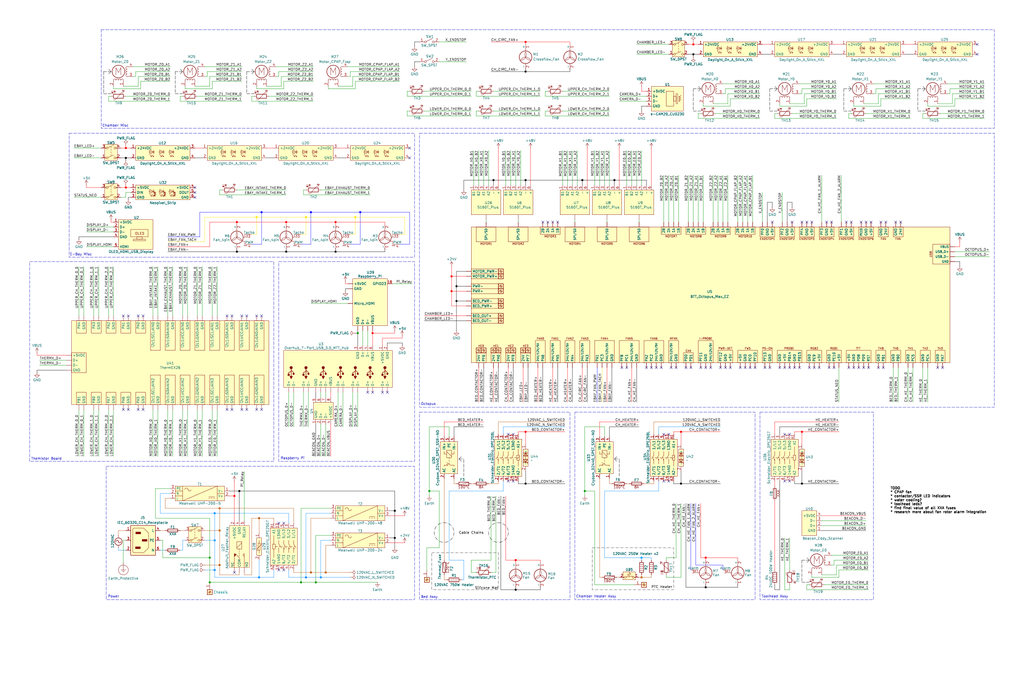
<source format=kicad_sch>
(kicad_sch (version 20250114) (generator "eeschema") (generator_version "9.0")
  (paper "User" 527.05 355.6)
  (title_block (title "Anchor") (date "2025-04-16") (rev "1.0") (company "jmatt"))
  (lib_symbols
    (symbol "Crydom_D2440_SPST_SSR-NO_1"
      (property "Reference" "U" (at 0 0 0))
      (property "Value" "Crydom_D2440_SPST_SSR-NO" (at 0.508 -2.286 0))
      (symbol "Crydom_D2440_SPST_SSR-NO_1_1_1"
        (pin input line (at -10.16 -6.35 0) (length 2.54) (name "IN-") (number "4"))
        (pin power_in line (at -10.16 -8.89 0) (length 2.54) (name "PE") (number "5"))
        (pin input line (at -10.16 -11.43 0) (length 2.54) (name "IN+") (number "3"))
        (pin passive line (at 11.43 -6.35 180) (length 2.54) (name "AC") (number "1"))
        (pin passive line (at 11.43 -11.43 180) (length 2.54) (name "AC") (number "2"))
      )
    )
    (symbol "Device:Fuse" (pin_numbers (hide yes)) (pin_names (offset 0))
      (property "Reference" "F" (at 2.032 0 90))
      (property "Value" "Fuse" (at -1.905 0 90))
      (symbol "Fuse_1_1"
        (pin passive line (at 0 3.81 270) (length 1.27) (name "~") (number "1"))
        (pin passive line (at 0 -3.81 90) (length 1.27) (name "~") (number "2"))
      )
    )
    (symbol "Device:Heater" (pin_numbers (hide yes)) (pin_names (offset 0))
      (property "Reference" "R" (at 2.032 0 90))
      (property "Value" "Heater" (at -2.032 0 90))
      (symbol "Heater_1_1"
        (pin passive line (at 0 3.81 270) (length 1.27) (name "~") (number "1"))
        (pin passive line (at 0 -3.81 90) (length 1.27) (name "~") (number "2"))
      )
    )
    (symbol "Device:Thermistor_NTC" (pin_numbers (hide yes)) (pin_names (offset 0))
      (property "Reference" "TH" (at -4.445 0 90))
      (property "Value" "Thermistor_NTC" (at 3.175 0 90))
      (symbol "Thermistor_NTC_1_1"
        (pin passive line (at 0 3.81 270) (length 1.27) (name "~") (number "1"))
        (pin passive line (at 0 -3.81 90) (length 1.27) (name "~") (number "2"))
      )
    )
    (symbol "Device:Thermistor_PTC" (pin_numbers (hide yes)) (pin_names (offset 0))
      (property "Reference" "TH" (at -4.064 0 90))
      (property "Value" "Thermistor_PTC" (at 3.048 0 90))
      (symbol "Thermistor_PTC_1_1"
        (pin passive line (at 0 3.81 270) (length 1.27) (name "~") (number "1"))
        (pin passive line (at 0 -3.81 90) (length 1.27) (name "~") (number "2"))
      )
    )
    (symbol "Fan_3pin_Alarm_1" (pin_names (offset 0))
      (property "Reference" "M17" (at 3.556 -0.762 0))
      (property "Value" "Fan" (at 3.556 -2.54 0))
      (symbol "Fan_3pin_Alarm_1_1_1"
        (pin output line (at -7.62 0 0) (length 2.54) (name "Alarm") (number "3"))
        (pin power_in line (at 0 5.08 270) (length 2.54) (name "+") (number "2"))
        (pin power_in line (at 0 -7.62 90) (length 2.54) (name "-") (number "1"))
      )
    )
    (symbol "Fuse_1" (pin_numbers (hide yes)) (pin_names (offset 0))
      (property "Reference" "F2" (at -1.778 0 90))
      (symbol "Fuse_1_1_1"
        (text "8A" (at 1.778 0 900) (effects (font (size 1.27 1.27))))
        (pin passive line (at 0 3.81 270) (length 1.27) (name "~") (number "1"))
        (pin passive line (at 0 -3.81 90) (length 1.27) (name "~") (number "2"))
      )
    )
    (symbol "Fuse_2" (pin_numbers (hide yes)) (pin_names (offset 0))
      (property "Reference" "F4" (at -1.778 0 90))
      (symbol "Fuse_2_1_1"
        (text "XXA" (at 1.778 0 900) (effects (font (size 1.27 1.27))))
        (pin passive line (at 0 3.81 270) (length 1.27) (name "~") (number "1"))
        (pin passive line (at 0 -3.81 90) (length 1.27) (name "~") (number "2"))
      )
    )
    (symbol "Motor:Fan" (pin_names (offset 0))
      (property "Reference" "M" (at 2.54 5.08 0))
      (property "Value" "Fan" (at 2.54 -2.54 0))
      (symbol "Fan_1_1"
        (pin passive line (at 0 7.62 270) (length 2.54) (name "+") (number "1"))
        (pin passive line (at 0 -5.08 90) (length 2.54) (name "-") (number "2"))
      )
    )
    (symbol "Motor:Fan_4pin" (pin_names (offset 0))
      (property "Reference" "M" (at 2.54 5.08 0))
      (property "Value" "Fan_4pin" (at 2.54 -2.54 0))
      (symbol "Fan_4pin_1_1"
        (pin passive line (at -7.62 2.54 0) (length 2.54) (name "Tacho") (number "3"))
        (pin input line (at -7.62 -2.54 0) (length 2.54) (name "PWM") (number "4"))
        (pin passive line (at 0 7.62 270) (length 2.54) (name "+") (number "2"))
        (pin passive line (at 0 -5.08 90) (length 2.54) (name "-") (number "1"))
      )
    )
    (symbol "Schneider_Electric_DPE25BL_1"
      (property "Reference" "U" (at 11.43 16.256 90))
      (property "Value" "Schneider_Electric_DPE25BL" (at 13.208 16.51 90))
      (symbol "Schneider_Electric_DPE25BL_1_1_1"
        (pin passive line (at 16.51 26.67 270) (length 2.54) (name "1/L1") (number "1"))
        (pin passive line (at 16.51 2.54 90) (length 2.54) (name "2/T1") (number "2"))
        (pin passive line (at 19.05 26.67 270) (length 2.54) (name "3/L2") (number "3"))
        (pin passive line (at 19.05 2.54 90) (length 2.54) (name "4/T2") (number "4"))
        (pin passive line (at 21.59 26.67 270) (length 2.54) (name "5/L3") (number "5"))
        (pin passive line (at 21.59 2.54 90) (length 2.54) (name "6/T3") (number "6"))
        (pin passive line (at 24.13 26.67 270) (length 2.54) (name "13NO") (number "13"))
        (pin passive line (at 24.13 2.54 90) (length 2.54) (name "14NO") (number "14"))
        (pin input line (at 26.67 26.67 270) (length 2.54) (name "A1+") (number "A1"))
        (pin input line (at 26.67 2.54 90) (length 2.54) (name "A2-") (number "A2"))
      )
    )
    (symbol "Schneider_Electric_DPE25BL_2"
      (property "Reference" "U" (at 11.43 16.256 90))
      (property "Value" "Schneider_Electric_DPE25BL" (at 13.208 16.51 90))
      (symbol "Schneider_Electric_DPE25BL_2_1_1"
        (pin passive line (at 16.51 26.67 270) (length 2.54) (name "1/L1") (number "1"))
        (pin passive line (at 16.51 2.54 90) (length 2.54) (name "2/T1") (number "2"))
        (pin passive line (at 19.05 26.67 270) (length 2.54) (name "3/L2") (number "3"))
        (pin passive line (at 19.05 2.54 90) (length 2.54) (name "4/T2") (number "4"))
        (pin passive line (at 21.59 26.67 270) (length 2.54) (name "5/L3") (number "5"))
        (pin passive line (at 21.59 2.54 90) (length 2.54) (name "6/T3") (number "6"))
        (pin passive line (at 24.13 26.67 270) (length 2.54) (name "13NO") (number "13"))
        (pin passive line (at 24.13 2.54 90) (length 2.54) (name "14NO") (number "14"))
        (pin input line (at 26.67 26.67 270) (length 2.54) (name "A1+") (number "A1"))
        (pin input line (at 26.67 2.54 90) (length 2.54) (name "A2-") (number "A2"))
      )
    )
    (symbol "Screw_Terminal_01x01_1" (pin_names (offset 1.016) (hide yes))
      (property "Reference" "J" (at 0 2.54 0))
      (property "Value" "Screw_Terminal_01x01" (at 0 -2.54 0))
      (symbol "Screw_Terminal_01x01_1_1_1"
        (pin passive line (at -5.08 0 0) (length 3.81) (name "Pin_1") (number "1"))
      )
    )
    (symbol "Switch:SW_DPST" (pin_names (offset 0) (hide yes))
      (property "Reference" "SW" (at 0 6.35 0))
      (property "Value" "SW_DPST" (at 0 -5.08 0))
      (symbol "SW_DPST_1_1"
        (pin passive line (at -5.08 2.54 0) (length 2.54) (name "3") (number "3"))
        (pin passive line (at -5.08 -2.54 0) (length 2.54) (name "1") (number "1"))
        (pin passive line (at 5.08 2.54 180) (length 2.54) (name "4") (number "4"))
        (pin passive line (at 5.08 -2.54 180) (length 2.54) (name "2") (number "2"))
      )
    )
    (symbol "Switch:SW_SPST" (pin_names (offset 0) (hide yes))
      (property "Reference" "SW" (at 0 3.175 0))
      (property "Value" "SW_SPST" (at 0 -2.54 0))
      (symbol "SW_SPST_1_1"
        (pin passive line (at -5.08 0 0) (length 2.54) (name "A") (number "1"))
        (pin passive line (at 5.08 0 180) (length 2.54) (name "B") (number "2"))
      )
    )
    (symbol "Thermal_Fuse_1" (pin_numbers (hide yes)) (pin_names (offset 0))
      (property "Reference" "F15" (at 3.81 -1.778 90))
      (property "Value" "Thermal_Fuse" (at -2.286 -5.842 90))
      (symbol "Thermal_Fuse_1_1_1"
        (text "160°C" (at 1.778 0 900) (effects (font (size 1.27 1.27))))
        (pin passive line (at 0 3.81 270) (length 1.27) (name "~") (number "1"))
        (pin passive line (at 0 -3.81 90) (length 1.27) (name "~") (number "2"))
      )
    )
    (symbol "Thermal_Fuse_2" (pin_numbers (hide yes)) (pin_names (offset 0))
      (property "Reference" "F14" (at -2.032 -2.032 90))
      (symbol "Thermal_Fuse_2_1_1"
        (text "100°C" (at 1.778 0 900) (effects (font (size 1.27 1.27))))
        (pin passive line (at 0 3.81 270) (length 1.27) (name "~") (number "1"))
        (pin passive line (at 0 -3.81 90) (length 1.27) (name "~") (number "2"))
      )
    )
    (symbol "jmatt:AC_bipolar" (power) (pin_numbers (hide yes)) (pin_names (offset 0) (hide yes))
      (property "Value" "120VAC" (at 3.556 6.35 0))
      (symbol "AC_bipolar_1_1"
        (pin power_out line (at 0 6.35 270) (length 0) (name "~") (number "2"))
        (pin power_out line (at 0 0 90) (length 0) (name "~") (number "1"))
      )
    )
    (symbol "jmatt:Adafruit_Feather_Relay"
      (property "Reference" "U" (at 0 0.508 0))
      (symbol "Adafruit_Feather_Relay_1_1"
        (text "COM" (at 7.874 -7.62 0) (effects (font (size 1.27 1.27))))
        (text "NC" (at 8.636 -4.064 0) (effects (font (size 1.27 1.27))))
        (text "NO" (at 8.636 -11.43 0) (effects (font (size 1.27 1.27))))
        (pin power_in line (at -13.97 -5.08 0) (length 2.54) (name "+5VDC") (number "2"))
        (pin power_in line (at -13.97 -7.62 0) (length 2.54) (name "GND") (number "4"))
        (pin input line (at -13.97 -10.16 0) (length 2.54) (name "RELAY") (number "5"))
        (pin passive line (at 12.7 -5.08 180) (length 2.54) (name "") (number ""))
        (pin passive line (at 12.7 -7.62 180) (length 2.54) (name "") (number ""))
        (pin passive line (at 12.7 -10.16 180) (length 2.54) (name "") (number ""))
      )
    )
    (symbol "jmatt:BTT_Octopus_Max_EZ"
      (property "Reference" "U" (at 103.378 -32.258 0))
      (property "Value" "BTT_Octopus_Max_EZ" (at 103.378 -34.29 0))
      (symbol "BTT_Octopus_Max_EZ_1_1"
        (text "HE0" (at 5.08 -61.214 0) (effects (font (size 1.016 1.016))))
        (text "MOTOR1" (at 7.62 -8.636 0) (effects (font (size 1.016 1.016))))
        (text "HE1" (at 12.7 -61.214 0) (effects (font (size 1.016 1.016))))
        (text "HE2" (at 20.32 -61.214 0) (effects (font (size 1.016 1.016))))
        (text "MOTOR2" (at 24.13 -8.636 0) (effects (font (size 1.016 1.016))))
        (text "HE3" (at 27.94 -61.214 0) (effects (font (size 1.016 1.016))))
        (text "FAN0" (at 35.56 -57.404 0) (effects (font (size 1.016 1.016))))
        (text "MOTOR3" (at 40.64 -4.826 0) (effects (font (size 1.016 1.016))))
        (text "FAN1" (at 43.18 -57.404 0) (effects (font (size 1.016 1.016))))
        (text "FAN2" (at 50.8 -57.404 0) (effects (font (size 1.016 1.016))))
        (text "MOTOR4" (at 53.34 -8.636 0) (effects (font (size 1.016 1.016))))
        (text "FAN3" (at 58.42 -57.404 0) (effects (font (size 1.016 1.016))))
        (text "FAN4" (at 68.58 -57.404 0) (effects (font (size 1.016 1.016))))
        (text "MOTOR5" (at 69.85 -8.636 0) (effects (font (size 1.016 1.016))))
        (text "FAN5" (at 81.28 -57.404 0) (effects (font (size 1.016 1.016))))
        (text "MOTOR6" (at 86.36 -8.636 0) (effects (font (size 1.016 1.016))))
        (text "FAN6" (at 93.98 -57.404 0) (effects (font (size 1.016 1.016))))
        (text "MOTOR7" (at 102.87 -4.826 0) (effects (font (size 1.016 1.016))))
        (text "MFAN" (at 104.14 -57.404 0) (effects (font (size 1.016 1.016))))
        (text "CAN" (at 111.76 -63.754 0) (effects (font (size 1.016 1.016))))
        (text "MOTOR8" (at 115.57 -4.826 0) (effects (font (size 1.016 1.016))))
        (text "I-PROBE" (at 120.65 -57.404 0) (effects (font (size 1.016 1.016))))
        (text "MOTOR9" (at 128.27 -4.826 0) (effects (font (size 1.016 1.016))))
        (text "PWR-DET" (at 130.81 -62.484 0) (effects (font (size 1.016 1.016))))
        (text "MOTOR10" (at 140.97 -4.826 0) (effects (font (size 1.016 1.016))))
        (text "FWS" (at 142.24 -62.484 0) (effects (font (size 1.016 1.016))))
        (text "ENDSTOP1" (at 152.4 -6.096 0) (effects (font (size 1.016 1.016))))
        (text "PS-ON" (at 152.4 -62.484 0) (effects (font (size 1.016 1.016))))
        (text "ENDSTOP2" (at 162.56 -6.096 0) (effects (font (size 1.016 1.016))))
        (text "PROBE" (at 163.576 -62.484 0) (effects (font (size 1.016 1.016))))
        (text "ENDSTOP3" (at 172.72 -6.096 0) (effects (font (size 1.016 1.016))))
        (text "RGB2" (at 176.53 -62.484 0) (effects (font (size 1.016 1.016))))
        (text "ENDSTOP4" (at 182.88 -6.096 0) (effects (font (size 1.016 1.016))))
        (text "RGB1" (at 186.69 -62.484 0) (effects (font (size 1.016 1.016))))
        (text "ENDSTOP5" (at 193.04 -6.096 0) (effects (font (size 1.016 1.016))))
        (text "TFT" (at 199.136 -62.484 0) (effects (font (size 1.016 1.016))))
        (text "ENDSTOP6" (at 203.2 -6.096 0) (effects (font (size 1.016 1.016))))
        (text "THB" (at 210.82 -62.484 0) (effects (font (size 1.016 1.016))))
        (text "FAN" (at 212.09 -6.096 0) (effects (font (size 1.016 1.016))))
        (text "TH0" (at 218.44 -62.484 0) (effects (font (size 1.016 1.016))))
        (text "FAN" (at 219.71 -6.096 0) (effects (font (size 1.016 1.016))))
        (text "TH1" (at 226.06 -62.484 0) (effects (font (size 1.016 1.016))))
        (text "TH2" (at 233.68 -62.484 0) (effects (font (size 1.016 1.016))))
        (text "USB" (at 236.474 -13.97 900) (effects (font (size 1.016 1.016))))
        (text "TH3" (at 241.3 -62.484 0) (effects (font (size 1.016 1.016))))
        (pin power_in line (at -2.54 -22.86 0) (length 2.54) (name "MOTOR_PWR-") (number ""))
        (pin power_in line (at -2.54 -25.4 0) (length 2.54) (name "MOTOR_PWR+") (number ""))
        (pin power_in line (at -2.54 -30.48 0) (length 2.54) (name "PWR-") (number ""))
        (pin power_in line (at -2.54 -33.02 0) (length 2.54) (name "PWR+") (number ""))
        (pin power_in line (at -2.54 -38.1 0) (length 2.54) (name "BED_PWR-") (number ""))
        (pin power_in line (at -2.54 -40.64 0) (length 2.54) (name "BED_PWR+") (number ""))
        (pin power_out line (at -2.54 -45.72 0) (length 2.54) (name "BED_OUT+") (number ""))
        (pin power_out line (at -2.54 -48.26 0) (length 2.54) (name "BED_OUT-") (number ""))
        (pin power_out line (at 3.81 -72.39 90) (length 2.54) (name "24V") (number ""))
        (pin power_out line (at 6.35 -72.39 90) (length 2.54) (name "PF6") (number ""))
        (pin bidirectional line (at 7.62 2.54 270) (length 2.54) (name "SPI/SD") (number ""))
        (pin power_out line (at 11.43 -72.39 90) (length 2.54) (name "24V") (number ""))
        (pin power_out line (at 13.97 -72.39 90) (length 2.54) (name "PA0") (number ""))
        (pin power_out line (at 19.05 -72.39 90) (length 2.54) (name "24V") (number ""))
        (pin power_out line (at 21.59 -72.39 90) (length 2.54) (name "PF9") (number ""))
        (pin bidirectional line (at 24.13 2.54 270) (length 2.54) (name "SPI/SD") (number ""))
        (pin power_out line (at 26.67 -72.39 90) (length 2.54) (name "24V") (number ""))
        (pin power_out line (at 29.21 -72.39 90) (length 2.54) (name "PF7") (number ""))
        (pin power_out line (at 34.29 -72.39 90) (length 2.54) (name "24V/12V/5V") (number ""))
        (pin power_out line (at 36.83 2.54 270) (length 2.54) (name "2B") (number ""))
        (pin power_out line (at 36.83 -72.39 90) (length 2.54) (name "PA6") (number ""))
        (pin power_out line (at 39.37 2.54 270) (length 2.54) (name "2A") (number ""))
        (pin power_out line (at 41.91 2.54 270) (length 2.54) (name "1A") (number ""))
        (pin power_out line (at 41.91 -72.39 90) (length 2.54) (name "24V/12V/5V") (number ""))
        (pin power_out line (at 44.45 2.54 270) (length 2.54) (name "1B") (number ""))
        (pin power_out line (at 44.45 -72.39 90) (length 2.54) (name "PA5") (number ""))
        (pin power_out line (at 49.53 -72.39 90) (length 2.54) (name "24V/12V/5V") (number ""))
        (pin power_out line (at 52.07 -72.39 90) (length 2.54) (name "PA4") (number ""))
        (pin bidirectional line (at 53.34 2.54 270) (length 2.54) (name "SPI/SD") (number ""))
        (pin power_out line (at 57.15 -72.39 90) (length 2.54) (name "24V/12V/5V") (number ""))
        (pin power_out line (at 59.69 -72.39 90) (length 2.54) (name "PA3") (number ""))
        (pin output line (at 64.77 -72.39 90) (length 2.54) (name "PA1") (number ""))
        (pin input line (at 67.31 -72.39 90) (length 2.54) (name "PC3") (number ""))
        (pin bidirectional line (at 69.85 2.54 270) (length 2.54) (name "SPI/SD") (number ""))
        (pin power_out line (at 69.85 -72.39 90) (length 2.54) (name "24V/12V/5V") (number ""))
        (pin power_out line (at 72.39 -72.39 90) (length 2.54) (name "GND") (number ""))
        (pin output line (at 77.47 -72.39 90) (length 2.54) (name "PF8") (number ""))
        (pin input line (at 80.01 -72.39 90) (length 2.54) (name "PC1") (number ""))
        (pin power_out line (at 82.55 -72.39 90) (length 2.54) (name "24V/12V/5V") (number ""))
        (pin power_out line (at 85.09 -72.39 90) (length 2.54) (name "GND") (number ""))
        (pin bidirectional line (at 86.36 2.54 270) (length 2.54) (name "SPI/SD") (number ""))
        (pin output line (at 90.17 -72.39 90) (length 2.54) (name "PA2") (number ""))
        (pin input line (at 92.71 -72.39 90) (length 2.54) (name "PC2") (number ""))
        (pin power_out line (at 95.25 -72.39 90) (length 2.54) (name "24V/12V/5V") (number ""))
        (pin power_out line (at 97.79 -72.39 90) (length 2.54) (name "GND") (number ""))
        (pin power_out line (at 99.06 2.54 270) (length 2.54) (name "2B") (number ""))
        (pin power_out line (at 101.6 2.54 270) (length 2.54) (name "2A") (number ""))
        (pin power_out line (at 102.87 -72.39 90) (length 2.54) (name "24V/12V/5V") (number ""))
        (pin power_out line (at 104.14 2.54 270) (length 2.54) (name "1A") (number ""))
        (pin power_out line (at 105.41 -72.39 90) (length 2.54) (name "GND") (number ""))
        (pin power_out line (at 106.68 2.54 270) (length 2.54) (name "1B") (number ""))
        (pin power_out line (at 110.49 -72.39 90) (length 2.54) (name "PD0") (number ""))
        (pin power_out line (at 111.76 2.54 270) (length 2.54) (name "2B") (number ""))
        (pin power_out line (at 113.03 -72.39 90) (length 2.54) (name "PD1") (number ""))
        (pin power_out line (at 114.3 2.54 270) (length 2.54) (name "2A") (number ""))
        (pin power_out line (at 116.84 2.54 270) (length 2.54) (name "1A") (number ""))
        (pin power_out line (at 118.11 -72.39 90) (length 2.54) (name "PF11") (number ""))
        (pin power_out line (at 119.38 2.54 270) (length 2.54) (name "1B") (number ""))
        (pin power_out line (at 120.65 -72.39 90) (length 2.54) (name "GND") (number ""))
        (pin power_out line (at 123.19 -72.39 90) (length 2.54) (name "24V/12V/5V") (number ""))
        (pin power_out line (at 124.46 2.54 270) (length 2.54) (name "2B") (number ""))
        (pin power_out line (at 127 2.54 270) (length 2.54) (name "2A") (number ""))
        (pin power_out line (at 128.27 -72.39 90) (length 2.54) (name "PF12") (number ""))
        (pin power_out line (at 129.54 2.54 270) (length 2.54) (name "1A") (number ""))
        (pin power_out line (at 130.81 -72.39 90) (length 2.54) (name "GND") (number ""))
        (pin power_out line (at 132.08 2.54 270) (length 2.54) (name "1B") (number ""))
        (pin power_out line (at 133.35 -72.39 90) (length 2.54) (name "+5V") (number ""))
        (pin power_out line (at 137.16 2.54 270) (length 2.54) (name "2B") (number ""))
        (pin power_out line (at 138.43 -72.39 90) (length 2.54) (name "+5V") (number ""))
        (pin power_out line (at 139.7 2.54 270) (length 2.54) (name "2A") (number ""))
        (pin power_out line (at 140.97 -72.39 90) (length 2.54) (name "GND") (number ""))
        (pin power_out line (at 142.24 2.54 270) (length 2.54) (name "1A") (number ""))
        (pin power_out line (at 143.51 -72.39 90) (length 2.54) (name "PC0") (number ""))
        (pin power_out line (at 144.78 2.54 270) (length 2.54) (name "1B") (number ""))
        (pin power_out line (at 146.05 -72.39 90) (length 2.54) (name "PF10") (number ""))
        (pin input line (at 149.86 2.54 270) (length 2.54) (name "PF0") (number ""))
        (pin power_out line (at 151.13 -72.39 90) (length 2.54) (name "PF13") (number ""))
        (pin power_in line (at 152.4 2.54 270) (length 2.54) (name "GND") (number ""))
        (pin power_out line (at 153.67 -72.39 90) (length 2.54) (name "GND") (number ""))
        (pin power_out line (at 154.94 2.54 270) (length 2.54) (name "+5V") (number ""))
        (pin power_out line (at 158.75 -72.39 90) (length 2.54) (name "GND") (number ""))
        (pin input line (at 160.02 2.54 270) (length 2.54) (name "PF2") (number ""))
        (pin power_out line (at 161.29 -72.39 90) (length 2.54) (name "+5V") (number ""))
        (pin power_in line (at 162.56 2.54 270) (length 2.54) (name "GND") (number ""))
        (pin power_out line (at 163.83 -72.39 90) (length 2.54) (name "PB14") (number ""))
        (pin power_out line (at 165.1 2.54 270) (length 2.54) (name "+5V") (number ""))
        (pin power_out line (at 166.37 -72.39 90) (length 2.54) (name "GND") (number ""))
        (pin power_out line (at 168.91 -72.39 90) (length 2.54) (name "PB15") (number ""))
        (pin input line (at 170.18 2.54 270) (length 2.54) (name "PF4") (number ""))
        (pin power_in line (at 172.72 2.54 270) (length 2.54) (name "GND") (number ""))
        (pin power_out line (at 173.99 -72.39 90) (length 2.54) (name "GND") (number ""))
        (pin power_out line (at 175.26 2.54 270) (length 2.54) (name "+5V") (number ""))
        (pin power_out line (at 176.53 -72.39 90) (length 2.54) (name "PE9") (number ""))
        (pin power_out line (at 179.07 -72.39 90) (length 2.54) (name "+5V") (number ""))
        (pin input line (at 180.34 2.54 270) (length 2.54) (name "PF3") (number ""))
        (pin power_in line (at 182.88 2.54 270) (length 2.54) (name "GND") (number ""))
        (pin power_out line (at 184.15 -72.39 90) (length 2.54) (name "GND") (number ""))
        (pin power_out line (at 185.42 2.54 270) (length 2.54) (name "+5V") (number ""))
        (pin power_out line (at 186.69 -72.39 90) (length 2.54) (name "PE10") (number ""))
        (pin power_out line (at 189.23 -72.39 90) (length 2.54) (name "+5V") (number ""))
        (pin input line (at 190.5 2.54 270) (length 2.54) (name "PF1") (number ""))
        (pin power_in line (at 193.04 2.54 270) (length 2.54) (name "GND") (number ""))
        (pin power_out line (at 194.31 -72.39 90) (length 2.54) (name "+5V") (number ""))
        (pin power_out line (at 195.58 2.54 270) (length 2.54) (name "+5V") (number ""))
        (pin power_out line (at 196.85 -72.39 90) (length 2.54) (name "GND") (number ""))
        (pin power_out line (at 199.39 -72.39 90) (length 2.54) (name "PD8") (number ""))
        (pin input line (at 200.66 2.54 270) (length 2.54) (name "PC15") (number ""))
        (pin power_out line (at 201.93 -72.39 90) (length 2.54) (name "PD9") (number ""))
        (pin power_in line (at 203.2 2.54 270) (length 2.54) (name "GND") (number ""))
        (pin power_out line (at 204.47 -72.39 90) (length 2.54) (name "RST") (number ""))
        (pin power_out line (at 205.74 2.54 270) (length 2.54) (name "+5V") (number ""))
        (pin power_out line (at 209.55 -72.39 90) (length 2.54) (name "GND") (number ""))
        (pin power_out line (at 210.82 2.54 270) (length 2.54) (name "GND") (number ""))
        (pin power_out line (at 212.09 -72.39 90) (length 2.54) (name "PB1") (number ""))
        (pin power_out line (at 213.36 2.54 270) (length 2.54) (name "24V") (number ""))
        (pin power_out line (at 217.17 -72.39 90) (length 2.54) (name "GND") (number ""))
        (pin power_out line (at 218.44 2.54 270) (length 2.54) (name "GND") (number ""))
        (pin power_out line (at 219.71 -72.39 90) (length 2.54) (name "PB0") (number ""))
        (pin power_out line (at 220.98 2.54 270) (length 2.54) (name "24V") (number ""))
        (pin power_out line (at 224.79 -72.39 90) (length 2.54) (name "GND") (number ""))
        (pin power_out line (at 227.33 -72.39 90) (length 2.54) (name "PC5") (number ""))
        (pin power_out line (at 232.41 -72.39 90) (length 2.54) (name "GND") (number ""))
        (pin power_out line (at 234.95 -72.39 90) (length 2.54) (name "PC4") (number ""))
        (pin power_out line (at 240.03 -72.39 90) (length 2.54) (name "GND") (number ""))
        (pin power_out line (at 242.57 -72.39 90) (length 2.54) (name "PA7") (number ""))
        (pin power_in line (at 248.92 -10.16 180) (length 2.54) (name "VBUS") (number ""))
        (pin bidirectional line (at 248.92 -12.7 180) (length 2.54) (name "USB_D+") (number ""))
        (pin bidirectional line (at 248.92 -15.24 180) (length 2.54) (name "USB_D-") (number ""))
        (pin power_in line (at 248.92 -17.78 180) (length 2.54) (name "GND") (number ""))
      )
    )
    (symbol "jmatt:BTT_TMC5160T_Plus"
      (property "Reference" "U" (at -0.254 -9.144 0))
      (property "Value" "TMC5160T+" (at 0.254 -11.176 0))
      (symbol "BTT_TMC5160T_Plus_1_1"
        (pin output line (at -6.35 0 270) (length 2.54) (name "B1") (number "1"))
        (pin output line (at -3.81 0 270) (length 2.54) (name "B2") (number "2"))
        (pin output line (at -1.27 0 270) (length 2.54) (name "A1") (number "3"))
        (pin passive line (at 0 -17.78 90) (length 2.54) (name "") (number ""))
        (pin output line (at 1.27 0 270) (length 2.54) (name "A2") (number "4"))
        (pin power_in line (at 3.81 0 270) (length 2.54) (name "-") (number "5"))
        (pin power_in line (at 6.35 0 270) (length 2.54) (name "+") (number "6"))
      )
    )
    (symbol "jmatt:Beacon_Eddy_Scanner"
      (property "Reference" "U" (at 6.096 -10.668 0))
      (property "Value" "Beacon_Eddy_Scanner" (at 6.096 -8.636 0))
      (symbol "Beacon_Eddy_Scanner_1_1"
        (pin power_in line (at 2.54 2.54 270) (length 2.54) (name "GND") (number "1"))
        (pin input line (at 5.08 2.54 270) (length 2.54) (name "D+") (number "2"))
        (pin input line (at 7.62 2.54 270) (length 2.54) (name "D-") (number "3"))
        (pin power_in line (at 10.16 2.54 270) (length 2.54) (name "+5VDC") (number "4"))
      )
    )
    (symbol "jmatt:Beacon_Regulator"
      (property "Reference" "U" (at 4.318 1.016 0))
      (property "Value" "Beacon_Regulator" (at 4.826 -11.43 0))
      (symbol "Beacon_Regulator_1_1"
        (pin power_out line (at -2.54 -1.27 0) (length 2.54) (name "GND") (number "1"))
        (pin bidirectional line (at -2.54 -3.81 0) (length 2.54) (name "D+") (number "2"))
        (pin bidirectional line (at -2.54 -6.35 0) (length 2.54) (name "D-") (number "3"))
        (pin power_out line (at -2.54 -8.89 0) (length 2.54) (name "+5VDC") (number "4"))
        (pin power_in line (at 11.43 -1.27 180) (length 2.54) (name "") (number "5"))
        (pin bidirectional line (at 11.43 -3.81 180) (length 2.54) (name "") (number "6"))
        (pin bidirectional line (at 11.43 -6.35 180) (length 2.54) (name "") (number "7"))
        (pin power_in line (at 11.43 -8.89 180) (length 2.54) (name "") (number "8"))
      )
    )
    (symbol "jmatt:Crydom_D2440_SPST_SSR-NO"
      (property "Reference" "U" (at 0 0 0))
      (property "Value" "Crydom_D2440_SPST_SSR-NO" (at 0.508 -2.286 0))
      (symbol "Crydom_D2440_SPST_SSR-NO_1_1"
        (pin input line (at -10.16 -6.35 0) (length 2.54) (name "IN-") (number "4"))
        (pin power_in line (at -10.16 -8.89 0) (length 2.54) (name "PE") (number "5"))
        (pin input line (at -10.16 -11.43 0) (length 2.54) (name "IN+") (number "3"))
        (pin passive line (at 11.43 -6.35 180) (length 2.54) (name "AC") (number "1"))
        (pin passive line (at 11.43 -11.43 180) (length 2.54) (name "AC") (number "2"))
      )
    )
    (symbol "jmatt:Daylight_On_A_Stick_XXL"
      (property "Reference" "U" (at 0 0 0))
      (property "Value" "Daylight_On_A_Stick_XXL" (at 0 -10.414 0))
      (symbol "Daylight_On_A_Stick_XXL_1_1"
        (pin power_in line (at -16.51 -2.54 0) (length 2.54) (name "+24VDC") (number "1"))
        (pin power_in line (at -16.51 -7.62 0) (length 2.54) (name "GND") (number "2"))
        (pin power_out line (at 16.51 -2.54 180) (length 2.54) (name "+24VDC") (number "3"))
        (pin power_out line (at 16.51 -7.62 180) (length 2.54) (name "GND") (number "4"))
      )
    )
    (symbol "jmatt:Fan_3pin_Alarm" (pin_names (offset 0))
      (property "Reference" "M17" (at 3.556 -0.762 0))
      (property "Value" "Fan" (at 3.556 -2.54 0))
      (symbol "Fan_3pin_Alarm_1_1"
        (pin output line (at -7.62 0 0) (length 2.54) (name "Alarm") (number "3"))
        (pin power_in line (at 0 5.08 270) (length 2.54) (name "+") (number "2"))
        (pin power_in line (at 0 -7.62 90) (length 2.54) (name "-") (number "1"))
      )
    )
    (symbol "jmatt:IEC_60320_C14_Receptacle"
      (property "Reference" "J1" (at 1.27 8.89 0))
      (property "Value" "IEC_60320_C14_Receptacle" (at 13.208 -9.144 0))
      (symbol "IEC_60320_C14_Receptacle_1_1"
        (pin power_in line (at -8.89 5.08 0) (length 2.54) (name "") (number "1"))
        (pin power_in line (at -8.89 0 0) (length 2.54) (name "") (number "3"))
        (pin power_in line (at -8.89 -5.08 0) (length 2.54) (name "") (number "2"))
        (pin power_out line (at 8.89 5.08 180) (length 2.54) (name "L") (number "4"))
        (pin power_out line (at 8.89 0 180) (length 2.54) (name "PE") (number "5"))
        (pin power_out line (at 8.89 -5.08 180) (length 2.54) (name "N") (number "6"))
      )
    )
    (symbol "jmatt:Meanwell_UHP-200-24"
      (property "Reference" "T" (at 0 -0.508 0))
      (property "Value" "Meanwell UHP-200-24" (at 0 -2.54 0))
      (symbol "Meanwell_UHP-200-24_1_1"
        (pin power_in line (at -15.24 -5.08 0) (length 2.54) (name "PE") (number "3"))
        (pin power_in line (at -15.24 -7.62 0) (length 2.54) (name "N") (number "2"))
        (pin power_in line (at -15.24 -10.16 0) (length 2.54) (name "L") (number "1"))
        (pin power_out line (at 15.24 -6.35 180) (length 2.54) (name "V-") (number "1"))
        (pin power_out line (at 15.24 -8.89 180) (length 2.54) (name "V+") (number "2"))
      )
    )
    (symbol "jmatt:Meanwell_UHP-200-48"
      (property "Reference" "T" (at 0 -0.508 0))
      (property "Value" "Meanwell UHP-200-48" (at 0 -2.54 0))
      (symbol "Meanwell_UHP-200-48_1_1"
        (pin power_in line (at -15.24 -5.08 0) (length 2.54) (name "PE") (number "3"))
        (pin power_in line (at -15.24 -7.62 0) (length 2.54) (name "N") (number "2"))
        (pin power_in line (at -15.24 -10.16 0) (length 2.54) (name "L") (number "1"))
        (pin power_out line (at 15.24 -6.35 180) (length 2.54) (name "V-") (number "1"))
        (pin power_out line (at 15.24 -8.89 180) (length 2.54) (name "V+") (number "2"))
      )
    )
    (symbol "jmatt:Meanwell_UHP-200-5"
      (property "Reference" "T" (at 0 -0.508 0))
      (property "Value" "Meanwell UHP-200-5" (at 0 -2.54 0))
      (symbol "Meanwell_UHP-200-5_1_1"
        (pin power_in line (at -15.24 -5.08 0) (length 2.54) (name "PE") (number "3"))
        (pin power_in line (at -15.24 -7.62 0) (length 2.54) (name "N") (number "2"))
        (pin power_in line (at -15.24 -10.16 0) (length 2.54) (name "L") (number "1"))
        (pin power_out line (at 15.24 -6.35 180) (length 2.54) (name "V-") (number "1"))
        (pin power_out line (at 15.24 -8.89 180) (length 2.54) (name "V+") (number "2"))
      )
    )
    (symbol "jmatt:Murrelektronik_26051_Diode_Zener_Suppressor"
      (property "Reference" "U" (at 0 0 0))
      (symbol "Murrelektronik_26051_Diode_Zener_Suppressor_1_1"
        (pin passive line (at 0 -2.54 270) (length 2.54) (name "+") (number "1"))
        (pin passive line (at 0 -16.51 90) (length 2.54) (name "-") (number "2"))
      )
    )
    (symbol "jmatt:Murrelektronik_26183_Varistor_Suppressor"
      (property "Reference" "U" (at 0 0 0))
      (symbol "Murrelektronik_26183_Varistor_Suppressor_1_1"
        (pin passive line (at 0 -2.54 270) (length 2.54) (name "") (number "1"))
        (pin passive line (at 0 -16.51 90) (length 2.54) (name "") (number "2"))
      )
    )
    (symbol "jmatt:Neopixel_Strip"
      (property "Reference" "U" (at 0 0 0))
      (property "Value" "Neopixel_Strip" (at 0 -10.414 0))
      (symbol "Neopixel_Strip_0_0"
        (text "RGB" (at -4.064 -5.969 900) (effects (font (size 0.762 0.762))))
        (text "RGB" (at 1.016 -5.969 900) (effects (font (size 0.762 0.762))))
        (text "RGB" (at 6.096 -5.969 900) (effects (font (size 0.762 0.762))))
      )
      (symbol "Neopixel_Strip_1_1"
        (pin power_in line (at -16.51 -2.54 0) (length 2.54) (name "+5VDC") (number "1"))
        (pin input line (at -16.51 -5.08 0) (length 2.54) (name "DIN") (number "2"))
        (pin power_in line (at -16.51 -7.62 0) (length 2.54) (name "GND") (number "3"))
        (pin power_out line (at 16.51 -2.54 180) (length 2.54) (name "+5VDC") (number "4"))
        (pin output line (at 16.51 -5.08 180) (length 2.54) (name "DOUT") (number "5"))
        (pin power_out line (at 16.51 -7.62 180) (length 2.54) (name "GND") (number "6"))
      )
    )
    (symbol "jmatt:OLED_HDMI_USB_Display"
      (property "Reference" "U" (at 9.398 1.016 0))
      (property "Value" "OLED_HDMI_USB_Display" (at 9.144 -16.764 0))
      (symbol "OLED_HDMI_USB_Display_1_1"
        (text "OLED" (at 10.922 -7.112 0) (effects (font (size 1.27 1.27))))
        (pin power_in line (at -2.54 -1.27 0) (length 2.54) (name "+5VDC") (number "1"))
        (pin bidirectional line (at -2.54 -3.81 0) (length 2.54) (name "D+") (number "2"))
        (pin bidirectional line (at -2.54 -6.35 0) (length 2.54) (name "D-") (number "3"))
        (pin power_in line (at -2.54 -8.89 0) (length 2.54) (name "GND") (number "4"))
        (pin bidirectional line (at -2.54 -13.97 0) (length 2.54) (name "HDMI") (number "5"))
      )
    )
    (symbol "jmatt:Overhub_7-Port_USB_3.0_MTT_Hub"
      (property "Reference" "U" (at 17.018 3.556 0))
      (property "Value" "Overhub_7-Port_USB_3.0_MTT_Hub" (at 16.764 1.27 0))
      (symbol "Overhub_7-Port_USB_3.0_MTT_Hub_1_1"
        (pin bidirectional line (at 2.54 -21.59 90) (length 2.54) (name "D+") (number ""))
        (pin bidirectional line (at 5.08 -21.59 90) (length 2.54) (name "D-") (number ""))
        (pin bidirectional line (at 10.16 -21.59 90) (length 2.54) (name "D+") (number ""))
        (pin bidirectional line (at 12.7 -21.59 90) (length 2.54) (name "D-") (number ""))
        (pin power_out line (at 16.51 -21.59 90) (length 2.54) (name "GND") (number ""))
        (pin bidirectional line (at 19.05 -21.59 90) (length 2.54) (name "D+") (number ""))
        (pin bidirectional line (at 21.59 -21.59 90) (length 2.54) (name "D-") (number ""))
        (pin power_out line (at 24.13 -21.59 90) (length 2.54) (name "VBUS") (number ""))
        (pin bidirectional line (at 27.94 -21.59 90) (length 2.54) (name "D+") (number ""))
        (pin bidirectional line (at 30.48 -21.59 90) (length 2.54) (name "D-") (number ""))
        (pin bidirectional line (at 35.56 -21.59 90) (length 2.54) (name "D+") (number ""))
        (pin power_in line (at 38.1 2.54 270) (length 2.54) (name "GND") (number "3"))
        (pin bidirectional line (at 38.1 -21.59 90) (length 2.54) (name "D-") (number ""))
        (pin bidirectional line (at 40.64 2.54 270) (length 2.54) (name "D+") (number "5"))
        (pin bidirectional line (at 43.18 2.54 270) (length 2.54) (name "D-") (number "4"))
        (pin bidirectional line (at 43.18 -21.59 90) (length 2.54) (name "D+") (number ""))
        (pin power_in line (at 45.72 2.54 270) (length 2.54) (name "VBUS") (number "6"))
        (pin bidirectional line (at 45.72 -21.59 90) (length 2.54) (name "D-") (number ""))
        (pin power_in line (at 50.8 2.54 270) (length 2.54) (name "+5VDC") (number "1"))
        (pin bidirectional line (at 50.8 -21.59 90) (length 2.54) (name "D+") (number ""))
        (pin power_in line (at 53.34 2.54 270) (length 2.54) (name "GND") (number "2"))
        (pin bidirectional line (at 53.34 -21.59 90) (length 2.54) (name "D-") (number ""))
      )
    )
    (symbol "jmatt:Raspberry_Pi"
      (property "Reference" "U" (at 8.636 3.048 0))
      (property "Value" "Raspberry_Pi" (at 8.636 1.27 0))
      (symbol "Raspberry_Pi_1_1"
        (pin power_in line (at -2.54 -2.54 0) (length 2.54) (name "+5VDC") (number ""))
        (pin power_in line (at -2.54 -5.08 0) (length 2.54) (name "GND") (number ""))
        (pin bidirectional line (at -2.54 -12.7 0) (length 2.54) (name "Micro_HDMI") (number ""))
        (pin power_in line (at 2.54 -26.67 90) (length 2.54) (name "GND") (number ""))
        (pin bidirectional line (at 5.08 -26.67 90) (length 2.54) (name "D+") (number ""))
        (pin bidirectional line (at 7.62 -26.67 90) (length 2.54) (name "D-") (number ""))
        (pin power_out line (at 10.16 -26.67 90) (length 2.54) (name "VBUS") (number ""))
        (pin bidirectional line (at 20.32 -2.54 180) (length 2.54) (name "GPIO23") (number "16"))
      )
    )
    (symbol "jmatt:SW_SPST_NC_Temperature_Flipped"
      (property "Reference" "U" (at 0 0 0))
      (symbol "SW_SPST_NC_Temperature_Flipped_1_1"
        (pin passive line (at -5.08 -3.81 0) (length 2.54) (name "") (number "2"))
        (pin passive line (at 5.08 -3.81 180) (length 2.54) (name "") (number "1"))
      )
    )
    (symbol "jmatt:Schneider_Electric_DPE25G7"
      (property "Reference" "U" (at 11.43 14.986 90))
      (property "Value" "Schneider_Electric_DPE25G7" (at 13.208 14.732 90))
      (symbol "Schneider_Electric_DPE25G7_1_1"
        (pin passive line (at 16.51 26.67 270) (length 2.54) (name "1/L1") (number "1"))
        (pin passive line (at 16.51 2.54 90) (length 2.54) (name "2/T1") (number "2"))
        (pin passive line (at 19.05 26.67 270) (length 2.54) (name "3/L2") (number "3"))
        (pin passive line (at 19.05 2.54 90) (length 2.54) (name "4/T2") (number "4"))
        (pin passive line (at 21.59 26.67 270) (length 2.54) (name "5/L3") (number "5"))
        (pin passive line (at 21.59 2.54 90) (length 2.54) (name "6/T3") (number "6"))
        (pin passive line (at 24.13 26.67 270) (length 2.54) (name "13NO") (number "13"))
        (pin passive line (at 24.13 2.54 90) (length 2.54) (name "14NO") (number "14"))
        (pin passive line (at 26.67 26.67 270) (length 2.54) (name "A1") (number "A1"))
        (pin passive line (at 26.67 2.54 90) (length 2.54) (name "A2") (number "A2"))
      )
    )
    (symbol "jmatt:Stepper_Motor_bipolar_rotated" (pin_names (offset 0) (hide yes))
      (property "Reference" "M11" (at 2.032 -6.35 0))
      (property "Value" "Motor_X0" (at 4.318 -4.572 0))
      (symbol "Stepper_Motor_bipolar_rotated_1_1"
        (pin passive line (at -7.62 2.54 0) (length 2.54) (name "~") (number "3"))
        (pin passive line (at -7.62 -2.54 0) (length 2.54) (name "~") (number "4"))
        (pin passive line (at -2.54 7.62 270) (length 2.54) (name "~") (number "1"))
        (pin passive line (at 2.54 7.62 270) (length 2.54) (name "-") (number "2"))
      )
    )
    (symbol "jmatt:ThermEX26"
      (property "Reference" "U" (at 48.26 -20.574 0))
      (property "Value" "ThermEX26" (at 48.514 -23.114 0))
      (symbol "ThermEX26_1_1"
        (pin power_in line (at -2.54 -17.78 0) (length 2.54) (name "+5VDC") (number ""))
        (pin bidirectional line (at -2.54 -20.32 0) (length 2.54) (name "D+") (number ""))
        (pin bidirectional line (at -2.54 -22.86 0) (length 2.54) (name "D-") (number ""))
        (pin power_in line (at -2.54 -25.4 0) (length 2.54) (name "GND") (number ""))
        (pin power_out line (at 3.81 2.54 270) (length 2.54) (name "PA4") (number ""))
        (pin power_out line (at 3.81 -45.72 90) (length 2.54) (name "PB1") (number ""))
        (pin power_out line (at 6.35 2.54 270) (length 2.54) (name "GND") (number ""))
        (pin power_out line (at 6.35 -45.72 90) (length 2.54) (name "GND") (number ""))
        (pin power_out line (at 11.43 2.54 270) (length 2.54) (name "PA3") (number ""))
        (pin power_out line (at 11.43 -45.72 90) (length 2.54) (name "PB0") (number ""))
        (pin power_out line (at 13.97 2.54 270) (length 2.54) (name "GND") (number ""))
        (pin power_out line (at 13.97 -45.72 90) (length 2.54) (name "GND") (number ""))
        (pin power_out line (at 19.05 2.54 270) (length 2.54) (name "PA2") (number ""))
        (pin power_out line (at 19.05 -45.72 90) (length 2.54) (name "PA7") (number ""))
        (pin power_out line (at 21.59 2.54 270) (length 2.54) (name "GND") (number ""))
        (pin power_out line (at 21.59 -45.72 90) (length 2.54) (name "GND") (number ""))
        (pin power_out line (at 26.67 2.54 270) (length 2.54) (name "PA1") (number ""))
        (pin power_out line (at 26.67 -45.72 90) (length 2.54) (name "PA6") (number ""))
        (pin power_out line (at 29.21 2.54 270) (length 2.54) (name "GND") (number ""))
        (pin power_out line (at 29.21 -45.72 90) (length 2.54) (name "GND") (number ""))
        (pin power_out line (at 34.29 2.54 270) (length 2.54) (name "PA0") (number ""))
        (pin power_out line (at 34.29 -45.72 90) (length 2.54) (name "PA5") (number ""))
        (pin power_out line (at 36.83 2.54 270) (length 2.54) (name "GND") (number ""))
        (pin power_out line (at 36.83 -45.72 90) (length 2.54) (name "GND") (number ""))
        (pin input line (at 41.91 2.54 270) (length 2.54) (name "i2c1:SCL:AIN0") (number ""))
        (pin input line (at 41.91 -45.72 90) (length 2.54) (name "i2c1:SCL:AIN2") (number ""))
        (pin power_out line (at 44.45 2.54 270) (length 2.54) (name "GND") (number ""))
        (pin power_out line (at 44.45 -45.72 90) (length 2.54) (name "GND") (number ""))
        (pin input line (at 49.53 2.54 270) (length 2.54) (name "i2c1:SDA:AIN0") (number ""))
        (pin input line (at 49.53 -45.72 90) (length 2.54) (name "i2c1:SDA:AIN2") (number ""))
        (pin power_out line (at 52.07 2.54 270) (length 2.54) (name "GND") (number ""))
        (pin power_out line (at 52.07 -45.72 90) (length 2.54) (name "GND") (number ""))
        (pin input line (at 57.15 2.54 270) (length 2.54) (name "i2c1:VCC:AIN0") (number ""))
        (pin input line (at 57.15 -45.72 90) (length 2.54) (name "i2c1:VCC:AIN2") (number ""))
        (pin power_out line (at 59.69 2.54 270) (length 2.54) (name "GND") (number ""))
        (pin power_out line (at 59.69 -45.72 90) (length 2.54) (name "GND") (number ""))
        (pin input line (at 64.77 2.54 270) (length 2.54) (name "i2c1:GND:AIN0") (number ""))
        (pin input line (at 64.77 -45.72 90) (length 2.54) (name "i2c1:GND:AIN2") (number ""))
        (pin power_out line (at 67.31 2.54 270) (length 2.54) (name "GND") (number ""))
        (pin power_out line (at 67.31 -45.72 90) (length 2.54) (name "GND") (number ""))
        (pin input line (at 72.39 2.54 270) (length 2.54) (name "i2c1:SCL:AIN1") (number ""))
        (pin input line (at 72.39 -45.72 90) (length 2.54) (name "i2c1:SCL:AIN3") (number ""))
        (pin power_out line (at 74.93 2.54 270) (length 2.54) (name "GND") (number ""))
        (pin power_out line (at 74.93 -45.72 90) (length 2.54) (name "GND") (number ""))
        (pin input line (at 80.01 2.54 270) (length 2.54) (name "i2c1:SDA:AIN1") (number ""))
        (pin input line (at 80.01 -45.72 90) (length 2.54) (name "i2c1:SDA:AIN3") (number ""))
        (pin power_out line (at 82.55 2.54 270) (length 2.54) (name "GND") (number ""))
        (pin power_out line (at 82.55 -45.72 90) (length 2.54) (name "GND") (number ""))
        (pin input line (at 87.63 2.54 270) (length 2.54) (name "i2c1:VCC:AIN1") (number ""))
        (pin input line (at 87.63 -45.72 90) (length 2.54) (name "i2c1:VCC:AIN3") (number ""))
        (pin power_out line (at 90.17 2.54 270) (length 2.54) (name "GND") (number ""))
        (pin power_out line (at 90.17 -45.72 90) (length 2.54) (name "GND") (number ""))
        (pin input line (at 95.25 2.54 270) (length 2.54) (name "i2c1:GND:AIN1") (number ""))
        (pin input line (at 95.25 -45.72 90) (length 2.54) (name "i2c1:GND:AIN3") (number ""))
        (pin power_out line (at 97.79 2.54 270) (length 2.54) (name "GND") (number ""))
        (pin power_out line (at 97.79 -45.72 90) (length 2.54) (name "GND") (number ""))
      )
    )
    (symbol "jmatt:Thermal_Fuse" (pin_numbers (hide yes)) (pin_names (offset 0))
      (property "Reference" "F" (at -3.302 0 90))
      (property "Value" "Thermal_Fuse" (at -1.905 0 90))
      (symbol "Thermal_Fuse_1_1"
        (text "120°C" (at 1.778 0 900) (effects (font (size 1.27 1.27))))
        (pin passive line (at 0 3.81 270) (length 1.27) (name "~") (number "1"))
        (pin passive line (at 0 -3.81 90) (length 1.27) (name "~") (number "2"))
      )
    )
    (symbol "jmatt:USB_Camera"
      (property "Reference" "U" (at 8.128 1.27 0))
      (property "Value" "e-CAM20_CU0230" (at 8.128 -14.224 0))
      (symbol "USB_Camera_1_1"
        (pin power_in line (at -2.54 -2.54 0) (length 2.54) (name "+5VDC") (number "1"))
        (pin bidirectional line (at -2.54 -5.08 0) (length 2.54) (name "D+") (number "2"))
        (pin bidirectional line (at -2.54 -7.62 0) (length 2.54) (name "D-") (number "3"))
        (pin power_in line (at -2.54 -10.16 0) (length 2.54) (name "GND") (number "4"))
      )
    )
    (symbol "power:+24V" (power) (pin_numbers (hide yes)) (pin_names (offset 0) (hide yes))
      (property "Value" "+24V" (at 0 3.556 0))
      (symbol "+24V_1_1"
        (pin power_in line (at 0 0 90) (length 0) (name "~") (number "1"))
      )
    )
    (symbol "power:+48V" (power) (pin_numbers (hide yes)) (pin_names (offset 0) (hide yes))
      (property "Value" "+48V" (at 0 3.556 0))
      (symbol "+48V_1_1"
        (pin power_in line (at 0 0 90) (length 0) (name "~") (number "1"))
      )
    )
    (symbol "power:+5V" (power) (pin_numbers (hide yes)) (pin_names (offset 0) (hide yes))
      (property "Value" "+5V" (at 0 3.556 0))
      (symbol "+5V_1_1"
        (pin power_in line (at 0 0 90) (length 0) (name "~") (number "1"))
      )
    )
    (symbol "power:Earth" (power) (pin_numbers (hide yes)) (pin_names (offset 0) (hide yes))
      (property "Value" "Earth" (at 0 -3.81 0))
      (symbol "Earth_1_1"
        (pin power_in line (at 0 0 270) (length 0) (name "~") (number "1"))
      )
    )
    (symbol "power:Earth_Protective" (power) (pin_numbers (hide yes)) (pin_names (offset 0) (hide yes))
      (property "Value" "Earth_Protective" (at 0 -8.128 0))
      (symbol "Earth_Protective_1_1"
        (pin power_out line (at 0 0 270) (length 0) (name "~") (number "1"))
      )
    )
    (symbol "power:GND" (power) (pin_numbers (hide yes)) (pin_names (offset 0) (hide yes))
      (property "Value" "GND" (at 0 -3.81 0))
      (symbol "GND_1_1"
        (pin power_in line (at 0 0 270) (length 0) (name "~") (number "1"))
      )
    )
    (symbol "power:PWR_FLAG" (power) (pin_numbers (hide yes)) (pin_names (offset 0) (hide yes))
      (property "Value" "PWR_FLAG" (at 0 3.81 0))
      (symbol "PWR_FLAG_0_0"
        (pin power_out line (at 0 0 90) (length 0) (name "~") (number "1"))
      )
    )
    (symbol "power:VBUS" (power) (pin_numbers (hide yes)) (pin_names (offset 0) (hide yes))
      (property "Value" "VBUS" (at 0 3.556 0))
      (symbol "VBUS_1_1"
        (pin power_in line (at 0 0 90) (length 0) (name "~") (number "1"))
      )
    )
  )
  (rectangle (start 391.16 212.09) (end 449.58 308.61) (stroke (width 0) (type dash)))
  (circle (center 228.6 274.066) (radius 5.08) (stroke (width 0) (type dash_dot) (color 0 0 0 1)))
  (rectangle (start 143.51 134.62) (end 213.36 237.49) (stroke (width 0) (type dash)))
  (rectangle (start 15.24 134.62) (end 140.97 237.49) (stroke (width 0) (type dash)))
  (rectangle (start 35.56 68.58) (end 213.36 132.334) (stroke (width 0) (type dash)))
  (rectangle (start 304.8 281.94) (end 346.71 303.53) (stroke (width 0.127) (type dash_dot) (color 0 0 0 1)))
  (rectangle (start 54.61 240.03) (end 213.36 308.61) (stroke (width 0) (type dash)))
  (rectangle (start 215.9 68.58) (end 511.81 209.55) (stroke (width 0) (type dash)))
  (circle (center 256.54 274.066) (radius 5.08) (stroke (width 0) (type dash_dot) (color 0 0 0 1)))
  (rectangle (start 295.91 212.09) (end 388.62 308.61) (stroke (width 0) (type dash)))
  (rectangle (start 52.07 15.24) (end 511.81 66.04) (stroke (width 0) (type dash)))
  (rectangle (start 222.25 284.48) (end 256.54 303.53) (stroke (width 0.127) (type dash_dot) (color 0 0 0 1)))
  (rectangle (start 215.9 212.09) (end 293.37 308.61) (stroke (width 0) (type dash)))
  (text "Chamber Heater Assy" (at 306.832 307.086 0) (effects (font (size 1.27 1.27))))
  (text "Octopus" (at 220.472 208.026 0) (effects (font (size 1.27 1.27))))
  (text "Chamber Misc" (at 59.436 64.77 0) (effects (font (size 1.27 1.27))))
  (text "Toolhead Assy" (at 398.78 307.086 0) (effects (font (size 1.27 1.27))))
  (text "Raspberry Pi" (at 150.622 235.966 0) (effects (font (size 1.27 1.27))))
  (text "Chassis" (at 113.538 305.054 0) (effects (font (size 1.27 1.27))))
  (text "Themistor Board" (at 23.876 236.22 0) (effects (font (size 1.27 1.27))))
  (text "E-Bay Misc" (at 41.656 131.064 0) (effects (font (size 1.27 1.27))))
  (text "PTC Heater" (at 340.614 302.26 0) (effects (font (size 1.27 1.27))))
  (text "TODO\n* CPAP fan\n* contactor/SSR LED indicators\n* water cooling?\n* toolhead leds?\n* find final value of all XXA fuses\n* research more about fan rotor alarm integration" (at 458.216 257.556 0) (effects (font (size 1.27 1.27) (thickness 0.254) (bold yes)) (justify left)))
  (text "Power" (at 58.42 307.086 0) (effects (font (size 1.27 1.27))))
  (text "Cable Chains" (at 242.57 274.32 0) (effects (font (size 1.27 1.27))))
  (text "Bed Assy" (at 220.98 307.34 0) (effects (font (size 1.27 1.27))))
  (text "Silicone Mat" (at 250.444 302.768 0) (effects (font (size 1.27 1.27))))
  (junction (at 254 92.71) (color 0 0 0 1))
  (junction (at 265.43 288.29) (color 255 0 0 1))
  (junction (at 356.87 22.86) (color 255 0 0 1))
  (junction (at 330.2 297.18) (color 179 80 0 1))
  (junction (at 270.51 222.25) (color 255 0 0 1))
  (junction (at 160.02 294.64) (color 179 80 0 1))
  (junction (at 133.35 266.7) (color 179 80 0 1))
  (junction (at 185.42 109.22) (color 0 0 255 1))
  (junction (at 160.02 109.22) (color 0 0 255 1))
  (junction (at 154.94 299.72))
  (junction (at 203.2 276.86) (color 0 0 0 1))
  (junction (at 157.48 111.76) (color 255 225 0 1))
  (junction (at 232.41 142.24) (color 255 0 0 1))
  (junction (at 110.49 278.13) (color 0 138 255 1))
  (junction (at 133.35 297.18) (color 0 138 255 1))
  (junction (at 350.52 222.25) (color 255 0 0 1))
  (junction (at 220.98 252.73))
  (junction (at 265.43 303.53) (color 0 0 0 1))
  (junction (at 165.1 297.18) (color 0 138 255 1))
  (junction (at 64.77 76.2) (color 255 0 0 1))
  (junction (at 167.64 294.64) (color 179 80 0 1))
  (junction (at 270.51 248.92) (color 0 0 0 1))
  (junction (at 184.15 171.45))
  (junction (at 113.03 261.62) (color 179 80 0 1))
  (junction (at 64.77 96.52) (color 255 0 0 1))
  (junction (at 330.2 287.02) (color 0 138 255 1))
  (junction (at 123.19 252.73) (color 0 0 0 1))
  (junction (at 113.03 290.83) (color 179 80 0 1))
  (junction (at 299.72 92.71) (color 0 0 0 1))
  (junction (at 64.77 81.28) (color 0 0 0 1))
  (junction (at 134.62 109.22) (color 0 0 255 1))
  (junction (at 172.72 114.3) (color 255 0 0 1))
  (junction (at 232.41 149.86) (color 255 0 0 1))
  (junction (at 234.95 147.32) (color 0 0 0 1))
  (junction (at 316.23 92.71) (color 0 0 0 1))
  (junction (at 270.51 92.71) (color 0 0 0 1))
  (junction (at 107.95 287.02))
  (junction (at 363.22 287.02) (color 255 0 0 1))
  (junction (at 412.75 222.25) (color 255 0 0 1))
  (junction (at 172.72 129.54) (color 0 0 0 1))
  (junction (at 162.56 299.72))
  (junction (at 147.32 129.54) (color 0 0 0 1))
  (junction (at 356.87 27.94) (color 0 0 0 1))
  (junction (at 363.22 302.26) (color 0 0 0 1))
  (junction (at 147.32 114.3) (color 255 0 0 1))
  (junction (at 113.03 273.05) (color 179 80 0 1))
  (junction (at 270.51 36.83) (color 0 0 0 1))
  (junction (at 350.52 248.92) (color 0 0 0 1))
  (junction (at 300.99 252.73))
  (junction (at 107.95 299.72))
  (junction (at 110.49 293.37) (color 0 138 255 1))
  (junction (at 412.75 248.92) (color 0 0 0 1))
  (junction (at 182.88 111.76) (color 255 225 0 1))
  (junction (at 132.08 111.76) (color 255 225 0 1))
  (junction (at 110.49 264.16) (color 0 138 255 1))
  (junction (at 120.65 255.27) (color 255 0 0 1))
  (junction (at 157.48 297.18) (color 0 138 255 1))
  (junction (at 191.77 171.45) (color 255 0 0 1))
  (junction (at 234.95 154.94) (color 0 0 0 1))
  (junction (at 270.51 21.59) (color 255 0 0 1))
  (junction (at 203.2 262.89) (color 0 0 0 1))
  (junction (at 121.92 129.54) (color 0 0 0 1))
  (junction (at 121.92 114.3) (color 255 0 0 1))
  (no_connect (at 71.12 210.82))
  (no_connect (at 435.61 114.3))
  (no_connect (at 436.88 189.23))
  (no_connect (at 408.94 189.23))
  (no_connect (at 485.14 189.23))
  (no_connect (at 347.98 189.23))
  (no_connect (at 116.84 162.56))
  (no_connect (at 403.86 247.65))
  (no_connect (at 393.7 189.23))
  (no_connect (at 441.96 189.23))
  (no_connect (at 360.68 189.23))
  (no_connect (at 345.44 189.23))
  (no_connect (at 444.5 189.23))
  (no_connect (at 66.04 210.82))
  (no_connect (at 419.1 189.23))
  (no_connect (at 261.62 223.52))
  (no_connect (at 388.62 189.23))
  (no_connect (at 279.4 114.3))
  (no_connect (at 443.23 114.3))
  (no_connect (at 403.86 223.52))
  (no_connect (at 453.39 114.3))
  (no_connect (at 340.36 189.23))
  (no_connect (at 381 189.23))
  (no_connect (at 502.92 22.86))
  (no_connect (at 287.02 114.3))
  (no_connect (at 284.48 114.3))
  (no_connect (at 438.15 114.3))
  (no_connect (at 355.6 189.23))
  (no_connect (at 426.72 189.23))
  (no_connect (at 406.4 247.65))
  (no_connect (at 143.51 269.24))
  (no_connect (at 264.16 223.52))
  (no_connect (at 370.84 189.23))
  (no_connect (at 66.04 162.56))
  (no_connect (at 407.67 114.3))
  (no_connect (at 403.86 189.23))
  (no_connect (at 264.16 247.65))
  (no_connect (at 73.66 162.56))
  (no_connect (at 454.66 189.23))
  (no_connect (at 146.05 269.24))
  (no_connect (at 375.92 189.23))
  (no_connect (at 119.38 162.56))
  (no_connect (at 406.4 223.52))
  (no_connect (at 120.65 294.64))
  (no_connect (at 411.48 189.23))
  (no_connect (at 482.6 189.23))
  (no_connect (at 261.62 247.65))
  (no_connect (at 353.06 189.23))
  (no_connect (at 320.04 189.23))
  (no_connect (at 127 162.56))
  (no_connect (at 132.08 162.56))
  (no_connect (at 383.54 189.23))
  (no_connect (at 337.82 189.23))
  (no_connect (at 397.51 114.3))
  (no_connect (at 124.46 210.82))
  (no_connect (at 415.29 114.3))
  (no_connect (at 210.82 76.2))
  (no_connect (at 71.12 162.56))
  (no_connect (at 427.99 114.3))
  (no_connect (at 341.63 247.65))
  (no_connect (at 332.74 189.23))
  (no_connect (at 455.93 114.3))
  (no_connect (at 448.31 114.3))
  (no_connect (at 132.08 210.82))
  (no_connect (at 63.5 210.82))
  (no_connect (at 425.45 114.3))
  (no_connect (at 73.66 210.82))
  (no_connect (at 463.55 114.3))
  (no_connect (at 124.46 162.56))
  (no_connect (at 445.77 114.3))
  (no_connect (at 100.33 96.52))
  (no_connect (at 281.94 114.3))
  (no_connect (at 344.17 247.65))
  (no_connect (at 416.56 189.23))
  (no_connect (at 412.75 114.3))
  (no_connect (at 452.12 189.23))
  (no_connect (at 322.58 189.23))
  (no_connect (at 210.82 81.28))
  (no_connect (at 341.63 223.52))
  (no_connect (at 406.4 189.23))
  (no_connect (at 447.04 189.23))
  (no_connect (at 63.5 162.56))
  (no_connect (at 134.62 162.56))
  (no_connect (at 386.08 189.23))
  (no_connect (at 439.42 189.23))
  (no_connect (at 146.05 293.37))
  (no_connect (at 196.85 201.93))
  (no_connect (at 461.01 114.3))
  (no_connect (at 417.83 114.3))
  (no_connect (at 119.38 210.82))
  (no_connect (at 191.77 201.93))
  (no_connect (at 100.33 99.06))
  (no_connect (at 134.62 210.82))
  (no_connect (at 116.84 210.82))
  (no_connect (at 421.64 189.23))
  (no_connect (at 396.24 189.23))
  (no_connect (at 335.28 189.23))
  (no_connect (at 401.32 189.23))
  (no_connect (at 344.17 223.52))
  (no_connect (at 100.33 101.6))
  (no_connect (at 373.38 189.23))
  (no_connect (at 199.39 201.93))
  (no_connect (at 502.92 27.94))
  (no_connect (at 143.51 293.37))
  (no_connect (at 127 210.82))
  (no_connect (at 189.23 201.93))
  (no_connect (at 363.22 189.23))
  (no_connect (at 365.76 189.23))
  (no_connect (at 429.26 189.23))
  (polyline (pts (xy 438.15 45.72) (xy 434.34 45.72)) (stroke (width 0) (type dash) (color 0 0 0 1)))
  (wire (pts (xy 233.68 248.92) (xy 233.68 246.38)) (stroke (width 0) (color 179 80 0 1)))
  (wire (pts (xy 165.1 278.13) (xy 170.18 278.13)) (stroke (width 0) (color 0 138 255 1)))
  (polyline (pts (xy 316.23 236.22) (xy 317.5 234.95)) (stroke (width 0) (type dash) (color 0 0 0 1)))
  (wire (pts (xy 208.28 120.65) (xy 205.74 120.65)) (stroke (width 0) (color 255 225 0 1)))
  (wire (pts (xy 173.99 81.28) (xy 177.8 81.28)) (stroke (width 0) (color 0 0 0 1)))
  (wire (pts (xy 363.22 287.02) (xy 379.73 287.02)) (stroke (width 0) (color 255 0 0 1)))
  (wire (pts (xy 105.41 278.13) (xy 110.49 278.13)) (stroke (width 0) (color 0 138 255 1)))
  (wire (pts (xy 447.04 293.37) (xy 431.8 293.37)))
  (wire (pts (xy 468.63 50.8) (xy 453.39 50.8)))
  (wire (pts (xy 245.11 46.99) (xy 246.38 46.99)))
  (wire (pts (xy 121.92 129.54) (xy 86.36 129.54)) (stroke (width 0) (color 0 0 0 1)))
  (wire (pts (xy 44.45 96.52) (xy 52.07 96.52)) (stroke (width 0) (color 255 0 0 1)))
  (wire (pts (xy 113.03 261.62) (xy 85.09 261.62)) (stroke (width 0) (color 179 80 0 1)))
  (wire (pts (xy 161.29 49.53) (xy 138.43 49.53)))
  (wire (pts (xy 208.28 111.76) (xy 208.28 120.65)) (stroke (width 0) (color 255 225 0 1)))
  (wire (pts (xy 228.6 217.17) (xy 228.6 224.79)) (stroke (width 0) (color 255 0 0 1)))
  (wire (pts (xy 220.98 219.71) (xy 220.98 252.73)))
  (wire (pts (xy 83.82 278.13) (xy 83.82 287.02)))
  (wire (pts (xy 438.15 58.42) (xy 436.88 58.42)))
  (wire (pts (xy 506.73 58.42) (xy 483.87 58.42)))
  (wire (pts (xy 69.85 39.37) (xy 68.58 39.37)))
  (wire (pts (xy 190.5 97.79) (xy 165.1 97.79)))
  (wire (pts (xy 40.64 137.16) (xy 40.64 162.56)))
  (wire (pts (xy 209.55 59.69) (xy 209.55 57.15)))
  (wire (pts (xy 184.15 170.18) (xy 184.15 171.45)) (stroke (width 0) (color 0 0 0 1)))
  (wire (pts (xy 336.55 217.17) (xy 370.84 217.17)) (stroke (width 0) (color 179 80 0 1)))
  (wire (pts (xy 85.09 283.21) (xy 82.55 283.21)) (stroke (width 0) (color 0 138 255 1)))
  (wire (pts (xy 256.54 76.2) (xy 256.54 95.25)) (stroke (width 0) (color 255 0 0 1)))
  (wire (pts (xy 162.56 201.93) (xy 162.56 204.47)) (stroke (width 0) (color 0 0 0 1)))
  (wire (pts (xy 123.19 295.91) (xy 123.19 294.64)) (stroke (width 0) (color 179 80 0 1)))
  (wire (pts (xy 367.03 90.17) (xy 367.03 114.3)))
  (wire (pts (xy 172.72 128.27) (xy 172.72 129.54)) (stroke (width 0) (color 0 0 0 1)))
  (wire (pts (xy 44.45 116.84) (xy 58.42 116.84)))
  (wire (pts (xy 374.65 48.26) (xy 391.16 48.26)))
  (wire (pts (xy 265.43 288.29) (xy 278.13 288.29)) (stroke (width 0) (color 255 0 0 1)))
  (wire (pts (xy 210.82 109.22) (xy 210.82 125.73)) (stroke (width 0) (color 0 0 255 1)))
  (wire (pts (xy 327.66 27.94) (xy 344.17 27.94)))
  (polyline (pts (xy 416.56 288.29) (xy 412.75 288.29)) (stroke (width 0) (type dash) (color 0 0 0 1)))
  (wire (pts (xy 401.32 247.65) (xy 401.32 303.53)) (stroke (width 0) (color 0 0 0 1)))
  (wire (pts (xy 292.1 189.23) (xy 292.1 207.01)) (stroke (width 0) (color 255 0 0 1)))
  (wire (pts (xy 452.12 48.26) (xy 468.63 48.26)))
  (wire (pts (xy 215.9 21.59) (xy 213.36 21.59)) (stroke (width 0) (color 0 0 0 1)))
  (wire (pts (xy 140.97 297.18) (xy 133.35 297.18)) (stroke (width 0) (color 0 138 255 1)))
  (wire (pts (xy 430.53 60.96) (xy 398.78 60.96)))
  (wire (pts (xy 429.26 290.83) (xy 427.99 290.83)))
  (wire (pts (xy 308.61 77.47) (xy 308.61 95.25)))
  (wire (pts (xy 339.09 247.65) (xy 339.09 252.73)) (stroke (width 0) (color 0 138 255 1)))
  (wire (pts (xy 182.88 120.65) (xy 180.34 120.65)) (stroke (width 0) (color 255 225 0 1)))
  (wire (pts (xy 165.1 297.18) (xy 180.34 297.18)) (stroke (width 0) (color 0 138 255 1)))
  (wire (pts (xy 158.75 201.93) (xy 158.75 219.71)))
  (wire (pts (xy 332.74 92.71) (xy 316.23 92.71)) (stroke (width 0) (color 0 0 0 1)))
  (wire (pts (xy 242.57 288.29) (xy 242.57 294.64)))
  (wire (pts (xy 311.15 77.47) (xy 311.15 95.25)))
  (wire (pts (xy 19.05 182.88) (xy 34.29 182.88)) (stroke (width 0) (color 255 0 0 1)))
  (wire (pts (xy 401.32 53.34) (xy 401.32 54.61)))
  (wire (pts (xy 55.88 52.07) (xy 55.88 49.53)))
  (wire (pts (xy 259.08 219.71) (xy 290.83 219.71)) (stroke (width 0) (color 0 138 255 1)))
  (wire (pts (xy 180.34 39.37) (xy 179.07 39.37)))
  (wire (pts (xy 318.77 76.2) (xy 318.77 95.25)) (stroke (width 0) (color 255 0 0 1)))
  (wire (pts (xy 167.64 218.44) (xy 167.64 234.95)))
  (wire (pts (xy 295.91 113.03) (xy 295.91 114.3)))
  (wire (pts (xy 140.97 266.7) (xy 140.97 269.24)) (stroke (width 0) (color 179 80 0 1)))
  (wire (pts (xy 293.37 36.83) (xy 270.51 36.83)) (stroke (width 0) (color 0 0 0 1)))
  (polyline (pts (xy 356.87 45.72) (xy 356.87 57.15)) (stroke (width 0) (type dash) (color 0 0 0 1)))
  (wire (pts (xy 106.68 36.83) (xy 106.68 39.37)))
  (wire (pts (xy 148.59 297.18) (xy 157.48 297.18)) (stroke (width 0) (color 0 138 255 1)))
  (wire (pts (xy 327.66 77.47) (xy 327.66 95.25)))
  (wire (pts (xy 350.52 242.57) (xy 350.52 248.92)) (stroke (width 0) (color 0 0 0 1)))
  (wire (pts (xy 356.87 22.86) (xy 359.41 22.86)) (stroke (width 0) (color 255 0 0 1)))
  (wire (pts (xy 270.51 21.59) (xy 270.51 22.86)) (stroke (width 0) (color 255 0 0 1)))
  (wire (pts (xy 148.59 264.16) (xy 148.59 269.24)) (stroke (width 0) (color 0 138 255 1)))
  (wire (pts (xy 313.69 46.99) (xy 289.56 46.99)))
  (wire (pts (xy 234.95 154.94) (xy 240.03 154.94)) (stroke (width 0) (color 0 0 0 1)))
  (wire (pts (xy 58.42 210.82) (xy 58.42 234.95)))
  (wire (pts (xy 83.82 278.13) (xy 82.55 278.13)))
  (wire (pts (xy 354.33 27.94) (xy 356.87 27.94)) (stroke (width 0) (color 0 0 0 1)))
  (wire (pts (xy 93.98 283.21) (xy 92.71 283.21)) (stroke (width 0) (color 0 138 255 1)))
  (wire (pts (xy 137.16 44.45) (xy 144.78 44.45)))
  (wire (pts (xy 157.48 111.76) (xy 157.48 120.65)) (stroke (width 0) (color 255 225 0 1)))
  (wire (pts (xy 265.43 77.47) (xy 265.43 95.25)))
  (wire (pts (xy 350.52 222.25) (xy 350.52 228.6)) (stroke (width 0) (color 255 0 0 1)))
  (polyline (pts (xy 476.25 45.72) (xy 474.98 46.99)) (stroke (width 0) (type dash) (color 0 0 0 1)))
  (wire (pts (xy 491.49 54.61) (xy 477.52 54.61)))
  (wire (pts (xy 311.15 219.71) (xy 300.99 219.71)))
  (wire (pts (xy 445.77 273.05) (xy 422.91 273.05)) (stroke (width 0) (color 0 0 0 1)))
  (wire (pts (xy 198.12 114.3) (xy 198.12 115.57)) (stroke (width 0) (color 255 0 0 1)))
  (wire (pts (xy 242.57 57.15) (xy 218.44 57.15)))
  (wire (pts (xy 359.41 90.17) (xy 359.41 114.3)))
  (wire (pts (xy 220.98 252.73) (xy 220.98 255.27)))
  (wire (pts (xy 506.73 45.72) (xy 488.95 45.72)))
  (wire (pts (xy 433.07 90.17) (xy 433.07 114.3)))
  (wire (pts (xy 71.12 44.45) (xy 71.12 39.37)))
  (wire (pts (xy 101.6 137.16) (xy 101.6 162.56)))
  (wire (pts (xy 382.27 90.17) (xy 382.27 114.3)))
  (wire (pts (xy 157.48 97.79) (xy 156.21 97.79)))
  (wire (pts (xy 336.55 247.65) (xy 336.55 248.92)) (stroke (width 0) (color 179 80 0 1)))
  (wire (pts (xy 184.15 171.45) (xy 184.15 177.8)) (stroke (width 0) (color 0 0 0 1)))
  (polyline (pts (xy 318.77 245.11) (xy 318.77 236.22)) (stroke (width 0) (type dash) (color 0 0 0 1)))
  (wire (pts (xy 120.65 255.27) (xy 120.65 267.97)) (stroke (width 0) (color 255 0 0 1)))
  (wire (pts (xy 50.8 210.82) (xy 50.8 234.95)))
  (polyline (pts (xy 396.24 57.15) (xy 400.05 57.15)) (stroke (width 0) (type dash) (color 0 0 0 1)))
  (wire (pts (xy 93.98 278.13) (xy 93.98 283.21)) (stroke (width 0) (color 0 138 255 1)))
  (wire (pts (xy 294.64 189.23) (xy 294.64 207.01)) (stroke (width 0) (color 0 0 0 1)))
  (wire (pts (xy 346.71 223.52) (xy 346.71 222.25)) (stroke (width 0) (color 255 0 0 1)))
  (wire (pts (xy 278.13 46.99) (xy 254 46.99)))
  (wire (pts (xy 356.87 27.94) (xy 359.41 27.94)) (stroke (width 0) (color 0 0 0 1)))
  (wire (pts (xy 271.78 189.23) (xy 271.78 207.01)) (stroke (width 0) (color 0 0 0 1)))
  (polyline (pts (xy 476.25 45.72) (xy 474.98 44.45)) (stroke (width 0) (type dash) (color 0 0 0 1)))
  (wire (pts (xy 63.5 44.45) (xy 71.12 44.45)))
  (wire (pts (xy 372.11 90.17) (xy 372.11 114.3)))
  (wire (pts (xy 252.73 21.59) (xy 270.51 21.59)) (stroke (width 0) (color 255 0 0 1)))
  (wire (pts (xy 190.5 100.33) (xy 156.21 100.33)))
  (wire (pts (xy 372.11 43.18) (xy 391.16 43.18)))
  (wire (pts (xy 412.75 248.92) (xy 431.8 248.92)) (stroke (width 0) (color 0 0 0 1)))
  (wire (pts (xy 278.13 57.15) (xy 254 57.15)))
  (wire (pts (xy 375.92 50.8) (xy 375.92 54.61)))
  (wire (pts (xy 488.95 48.26) (xy 487.68 48.26)))
  (wire (pts (xy 280.67 49.53) (xy 280.67 46.99)))
  (wire (pts (xy 466.09 22.86) (xy 469.9 22.86)) (stroke (width 0) (color 255 0 0 1)))
  (polyline (pts (xy 93.98 36.83) (xy 92.71 35.56)) (stroke (width 0) (type dash) (color 0 0 0 1)))
  (wire (pts (xy 300.99 252.73) (xy 306.07 252.73)))
  (wire (pts (xy 406.4 303.53) (xy 403.86 303.53)))
  (wire (pts (xy 242.57 248.92) (xy 243.84 248.92)) (stroke (width 0) (color 179 80 0 1)))
  (wire (pts (xy 44.45 127) (xy 58.42 127)))
  (wire (pts (xy 242.57 288.29) (xy 252.73 288.29)))
  (wire (pts (xy 477.52 189.23) (xy 477.52 207.01)))
  (wire (pts (xy 278.13 59.69) (xy 245.11 59.69)))
  (wire (pts (xy 234.95 154.94) (xy 234.95 170.18)) (stroke (width 0) (color 0 0 0 1)))
  (wire (pts (xy 44.45 95.25) (xy 44.45 96.52)) (stroke (width 0) (color 255 0 0 1)))
  (wire (pts (xy 205.74 36.83) (xy 180.34 36.83)))
  (polyline (pts (xy 238.76 245.11) (xy 238.76 236.22)) (stroke (width 0) (type dash) (color 0 0 0 1)))
  (wire (pts (xy 203.2 262.89) (xy 203.2 276.86)) (stroke (width 0) (color 0 0 0 1)))
  (wire (pts (xy 167.64 280.67) (xy 167.64 294.64)) (stroke (width 0) (color 179 80 0 1)))
  (wire (pts (xy 160.02 156.21) (xy 179.07 156.21)))
  (wire (pts (xy 374.65 53.34) (xy 374.65 48.26)))
  (wire (pts (xy 142.24 34.29) (xy 161.29 34.29)))
  (wire (pts (xy 82.55 254) (xy 87.63 254)) (stroke (width 0) (color 0 138 255 1)))
  (wire (pts (xy 156.21 100.33) (xy 156.21 97.79)))
  (wire (pts (xy 160.02 125.73) (xy 154.94 125.73)) (stroke (width 0) (color 0 0 255 1)))
  (wire (pts (xy 58.42 44.45) (xy 58.42 45.72)))
  (wire (pts (xy 335.28 287.02) (xy 335.28 288.29)) (stroke (width 0) (color 0 138 255 1)))
  (wire (pts (xy 240.03 165.1) (xy 218.44 165.1)) (stroke (width 0) (color 0 0 0 1)))
  (wire (pts (xy 242.57 59.69) (xy 209.55 59.69)))
  (wire (pts (xy 398.78 223.52) (xy 398.78 217.17)) (stroke (width 0) (color 255 0 0 1)))
  (wire (pts (xy 416.56 300.99) (xy 415.29 300.99)))
  (wire (pts (xy 198.12 114.3) (xy 172.72 114.3)) (stroke (width 0) (color 255 0 0 1)))
  (wire (pts (xy 96.52 137.16) (xy 96.52 162.56)))
  (wire (pts (xy 311.15 252.73) (xy 339.09 252.73)) (stroke (width 0) (color 0 138 255 1)))
  (wire (pts (xy 62.23 76.2) (xy 64.77 76.2)) (stroke (width 0) (color 255 0 0 1)))
  (wire (pts (xy 110.49 264.16) (xy 110.49 278.13)) (stroke (width 0) (color 0 138 255 1)))
  (wire (pts (xy 412.75 242.57) (xy 412.75 248.92)) (stroke (width 0) (color 0 0 0 1)))
  (wire (pts (xy 184.15 201.93) (xy 184.15 219.71)))
  (wire (pts (xy 270.51 21.59) (xy 293.37 21.59)) (stroke (width 0) (color 255 0 0 1)))
  (wire (pts (xy 266.7 223.52) (xy 266.7 222.25)) (stroke (width 0) (color 255 0 0 1)))
  (wire (pts (xy 330.2 295.91) (xy 330.2 297.18)) (stroke (width 0) (color 179 80 0 1)))
  (wire (pts (xy 252.73 255.27) (xy 252.73 288.29)))
  (wire (pts (xy 270.51 36.83) (xy 270.51 35.56)) (stroke (width 0) (color 0 0 0 1)))
  (wire (pts (xy 300.99 219.71) (xy 300.99 252.73)))
  (wire (pts (xy 232.41 149.86) (xy 232.41 142.24)) (stroke (width 0) (color 255 0 0 1)))
  (wire (pts (xy 264.16 189.23) (xy 264.16 207.01)) (stroke (width 0) (color 0 0 0 1)))
  (polyline (pts (xy 400.05 45.72) (xy 398.78 46.99)) (stroke (width 0) (type dash) (color 0 0 0 1)))
  (wire (pts (xy 379.73 300.99) (xy 379.73 302.26)) (stroke (width 0) (color 0 0 0 1)))
  (wire (pts (xy 316.23 92.71) (xy 316.23 95.25)) (stroke (width 0) (color 0 0 0 1)))
  (wire (pts (xy 447.04 288.29) (xy 429.26 288.29)))
  (wire (pts (xy 177.8 148.59) (xy 179.07 148.59)) (stroke (width 0) (color 0 0 0 1)))
  (wire (pts (xy 373.38 45.72) (xy 373.38 48.26)))
  (wire (pts (xy 170.18 201.93) (xy 170.18 204.47)) (stroke (width 0) (color 255 0 0 1)))
  (wire (pts (xy 293.37 35.56) (xy 293.37 36.83)) (stroke (width 0) (color 0 0 0 1)))
  (wire (pts (xy 490.22 48.26) (xy 506.73 48.26)))
  (wire (pts (xy 101.6 210.82) (xy 101.6 234.95)))
  (wire (pts (xy 240.03 149.86) (xy 232.41 149.86)) (stroke (width 0) (color 255 0 0 1)))
  (wire (pts (xy 107.95 39.37) (xy 124.46 39.37)))
  (wire (pts (xy 490.22 53.34) (xy 490.22 48.26)))
  (wire (pts (xy 133.35 288.29) (xy 133.35 297.18)) (stroke (width 0) (color 0 138 255 1)))
  (wire (pts (xy 406.4 276.86) (xy 406.4 293.37)))
  (wire (pts (xy 107.95 114.3) (xy 107.95 127)) (stroke (width 0) (color 255 0 0 1)))
  (wire (pts (xy 55.88 137.16) (xy 55.88 162.56)))
  (wire (pts (xy 246.38 77.47) (xy 246.38 95.25)))
  (wire (pts (xy 255.27 294.64) (xy 252.73 294.64)))
  (wire (pts (xy 182.88 45.72) (xy 168.91 45.72)))
  (wire (pts (xy 453.39 50.8) (xy 453.39 54.61)))
  (wire (pts (xy 278.13 49.53) (xy 245.11 49.53)))
  (wire (pts (xy 242.57 49.53) (xy 209.55 49.53)))
  (wire (pts (xy 330.2 54.61) (xy 330.2 57.15)) (stroke (width 0) (color 0 0 0 1)))
  (wire (pts (xy 123.19 252.73) (xy 203.2 252.73)) (stroke (width 0) (color 0 0 0 1)))
  (wire (pts (xy 307.34 189.23) (xy 307.34 207.01)) (stroke (width 0) (color 0 0 255 1)))
  (wire (pts (xy 467.36 189.23) (xy 467.36 207.01)))
  (wire (pts (xy 154.94 261.62) (xy 170.18 261.62)))
  (wire (pts (xy 118.11 255.27) (xy 120.65 255.27)) (stroke (width 0) (color 255 0 0 1)))
  (wire (pts (xy 459.74 189.23) (xy 459.74 207.01)))
  (polyline (pts (xy 90.17 36.83) (xy 90.17 48.26)) (stroke (width 0) (type dash) (color 0 0 0 1)))
  (wire (pts (xy 62.23 101.6) (xy 64.77 101.6)))
  (wire (pts (xy 64.77 81.28) (xy 64.77 82.55)) (stroke (width 0) (color 0 0 0 1)))
  (wire (pts (xy 240.03 157.48) (xy 232.41 157.48)) (stroke (width 0) (color 255 0 0 1)))
  (wire (pts (xy 102.87 121.92) (xy 86.36 121.92)) (stroke (width 0) (color 0 0 255 1)))
  (wire (pts (xy 482.6 53.34) (xy 490.22 53.34)))
  (wire (pts (xy 279.4 189.23) (xy 279.4 207.01)) (stroke (width 0) (color 0 0 0 1)))
  (wire (pts (xy 167.64 280.67) (xy 170.18 280.67)) (stroke (width 0) (color 179 80 0 1)))
  (wire (pts (xy 248.92 77.47) (xy 248.92 95.25)))
  (wire (pts (xy 328.93 297.18) (xy 330.2 297.18)) (stroke (width 0) (color 179 80 0 1)))
  (wire (pts (xy 38.1 76.2) (xy 52.07 76.2)))
  (wire (pts (xy 294.64 77.47) (xy 294.64 95.25)))
  (wire (pts (xy 162.56 299.72) (xy 162.56 275.59)))
  (wire (pts (xy 330.2 77.47) (xy 330.2 95.25)))
  (wire (pts (xy 299.72 92.71) (xy 299.72 95.25)) (stroke (width 0) (color 0 0 0 1)))
  (wire (pts (xy 228.6 246.38) (xy 228.6 288.29)) (stroke (width 0) (color 179 80 0 1)))
  (wire (pts (xy 200.66 279.4) (xy 208.28 279.4)) (stroke (width 0) (color 255 0 0 1)))
  (wire (pts (xy 308.61 297.18) (xy 309.88 297.18)) (stroke (width 0) (color 179 80 0 1)))
  (wire (pts (xy 411.48 43.18) (xy 430.53 43.18)))
  (wire (pts (xy 162.56 275.59) (xy 170.18 275.59)))
  (wire (pts (xy 278.13 288.29) (xy 278.13 289.56)) (stroke (width 0) (color 255 0 0 1)))
  (wire (pts (xy 168.91 44.45) (xy 168.91 45.72)))
  (wire (pts (xy 124.46 52.07) (xy 92.71 52.07)))
  (wire (pts (xy 201.93 146.05) (xy 212.09 146.05)))
  (wire (pts (xy 302.26 76.2) (xy 302.26 95.25)) (stroke (width 0) (color 255 0 0 1)))
  (wire (pts (xy 160.02 266.7) (xy 170.18 266.7)) (stroke (width 0) (color 179 80 0 1)))
  (wire (pts (xy 140.97 266.7) (xy 133.35 266.7)) (stroke (width 0) (color 179 80 0 1)))
  (wire (pts (xy 242.57 46.99) (xy 218.44 46.99)))
  (wire (pts (xy 391.16 50.8) (xy 375.92 50.8)))
  (wire (pts (xy 199.39 177.8) (xy 199.39 176.53)) (stroke (width 0) (color 0 0 0 1)))
  (wire (pts (xy 238.76 92.71) (xy 238.76 97.79)) (stroke (width 0) (color 0 0 0 1)))
  (polyline (pts (xy 438.15 45.72) (xy 436.88 46.99)) (stroke (width 0) (type dash) (color 0 0 0 1)))
  (wire (pts (xy 105.41 124.46) (xy 86.36 124.46)) (stroke (width 0) (color 255 225 0 1)))
  (wire (pts (xy 189.23 170.18) (xy 189.23 177.8)))
  (wire (pts (xy 20.32 187.96) (xy 34.29 187.96)))
  (wire (pts (xy 265.43 289.56) (xy 265.43 288.29)) (stroke (width 0) (color 255 0 0 1)))
  (wire (pts (xy 146.05 45.72) (xy 132.08 45.72)))
  (polyline (pts (xy 57.15 36.83) (xy 53.34 36.83)) (stroke (width 0) (type dash) (color 0 0 0 1)))
  (wire (pts (xy 102.87 121.92) (xy 102.87 109.22)) (stroke (width 0) (color 0 0 255 1)))
  (wire (pts (xy 64.77 99.06) (xy 67.31 99.06)))
  (wire (pts (xy 361.95 53.34) (xy 361.95 54.61)))
  (wire (pts (xy 86.36 210.82) (xy 86.36 234.95)))
  (wire (pts (xy 317.5 297.18) (xy 318.77 297.18)) (stroke (width 0) (color 179 80 0 1)))
  (wire (pts (xy 109.22 41.91) (xy 109.22 45.72)))
  (polyline (pts (xy 360.68 45.72) (xy 359.41 46.99)) (stroke (width 0) (type dash) (color 0 0 0 1)))
  (wire (pts (xy 398.78 257.81) (xy 398.78 293.37)) (stroke (width 0) (color 255 0 0 1)))
  (polyline (pts (xy 130.81 36.83) (xy 129.54 35.56)) (stroke (width 0) (type dash) (color 0 0 0 1)))
  (wire (pts (xy 330.2 46.99) (xy 332.74 46.99)) (stroke (width 0) (color 255 0 0 1)))
  (wire (pts (xy 331.47 248.92) (xy 336.55 248.92)) (stroke (width 0) (color 179 80 0 1)))
  (wire (pts (xy 407.67 106.68) (xy 407.67 104.14)) (stroke (width 0) (color 0 0 0 1)))
  (wire (pts (xy 270.51 222.25) (xy 290.83 222.25)) (stroke (width 0) (color 255 0 0 1)))
  (wire (pts (xy 260.35 288.29) (xy 265.43 288.29)) (stroke (width 0) (color 255 0 0 1)))
  (wire (pts (xy 80.01 251.46) (xy 80.01 266.7)))
  (wire (pts (xy 176.53 201.93) (xy 176.53 219.71)))
  (wire (pts (xy 157.48 297.18) (xy 165.1 297.18)) (stroke (width 0) (color 0 138 255 1)))
  (wire (pts (xy 203.2 252.73) (xy 203.2 262.89)) (stroke (width 0) (color 0 0 0 1)))
  (wire (pts (xy 107.95 266.7) (xy 107.95 287.02)))
  (wire (pts (xy 72.39 45.72) (xy 58.42 45.72)))
  (wire (pts (xy 299.72 189.23) (xy 299.72 207.01)) (stroke (width 0) (color 255 0 0 1)))
  (wire (pts (xy 491.49 134.62) (xy 494.03 134.62)) (stroke (width 0) (color 0 0 0 1)))
  (wire (pts (xy 412.75 45.72) (xy 412.75 48.26)))
  (wire (pts (xy 341.63 90.17) (xy 341.63 114.3)))
  (wire (pts (xy 162.56 299.72) (xy 194.31 299.72)))
  (wire (pts (xy 207.01 173.99) (xy 196.85 173.99)) (stroke (width 0) (color 255 0 0 1)))
  (wire (pts (xy 398.78 247.65) (xy 398.78 250.19)) (stroke (width 0) (color 255 0 0 1)))
  (wire (pts (xy 72.39 41.91) (xy 72.39 45.72)))
  (wire (pts (xy 330.2 44.45) (xy 330.2 46.99)) (stroke (width 0) (color 255 0 0 1)))
  (wire (pts (xy 284.48 189.23) (xy 284.48 207.01)) (stroke (width 0) (color 255 0 0 1)))
  (wire (pts (xy 311.15 224.79) (xy 311.15 219.71)))
  (wire (pts (xy 231.14 252.73) (xy 231.14 288.29)) (stroke (width 0) (color 0 138 255 1)))
  (wire (pts (xy 245.11 57.15) (xy 246.38 57.15)))
  (wire (pts (xy 154.94 299.72) (xy 154.94 261.62)))
  (wire (pts (xy 266.7 222.25) (xy 270.51 222.25)) (stroke (width 0) (color 255 0 0 1)))
  (wire (pts (xy 64.77 81.28) (xy 67.31 81.28)) (stroke (width 0) (color 0 0 0 1)))
  (wire (pts (xy 270.51 92.71) (xy 299.72 92.71)) (stroke (width 0) (color 0 0 0 1)))
  (wire (pts (xy 375.92 54.61) (xy 361.95 54.61)))
  (wire (pts (xy 309.88 189.23) (xy 309.88 207.01)) (stroke (width 0) (color 255 225 0 1)))
  (wire (pts (xy 226.06 31.75) (xy 240.03 31.75)))
  (wire (pts (xy 173.99 44.45) (xy 181.61 44.45)))
  (wire (pts (xy 231.14 219.71) (xy 220.98 219.71)))
  (wire (pts (xy 93.98 210.82) (xy 93.98 234.95)))
  (wire (pts (xy 278.13 303.53) (xy 278.13 302.26)) (stroke (width 0) (color 0 0 0 1)))
  (wire (pts (xy 172.72 114.3) (xy 147.32 114.3)) (stroke (width 0) (color 255 0 0 1)))
  (wire (pts (xy 113.03 290.83) (xy 113.03 295.91)) (stroke (width 0) (color 179 80 0 1)))
  (wire (pts (xy 412.75 222.25) (xy 412.75 228.6)) (stroke (width 0) (color 255 0 0 1)))
  (wire (pts (xy 179.07 34.29) (xy 205.74 34.29)))
  (wire (pts (xy 313.69 59.69) (xy 280.67 59.69)))
  (wire (pts (xy 92.71 52.07) (xy 92.71 49.53)))
  (wire (pts (xy 105.41 273.05) (xy 113.03 273.05)) (stroke (width 0) (color 179 80 0 1)))
  (wire (pts (xy 474.98 60.96) (xy 474.98 58.42)))
  (wire (pts (xy 146.05 41.91) (xy 146.05 45.72)))
  (wire (pts (xy 289.56 77.47) (xy 289.56 95.25)))
  (wire (pts (xy 156.21 201.93) (xy 156.21 219.71)))
  (wire (pts (xy 474.98 189.23) (xy 474.98 207.01)))
  (wire (pts (xy 335.28 76.2) (xy 335.28 95.25)) (stroke (width 0) (color 255 0 0 1)))
  (wire (pts (xy 203.2 171.45) (xy 191.77 171.45)) (stroke (width 0) (color 255 0 0 1)))
  (wire (pts (xy 330.2 287.02) (xy 311.15 287.02)) (stroke (width 0) (color 0 138 255 1)))
  (wire (pts (xy 160.02 294.64) (xy 167.64 294.64)) (stroke (width 0) (color 179 80 0 1)))
  (polyline (pts (xy 53.34 36.83) (xy 53.34 48.26)) (stroke (width 0) (type dash) (color 0 0 0 1)))
  (wire (pts (xy 129.54 295.91) (xy 125.73 295.91)) (stroke (width 0) (color 179 80 0 1)))
  (wire (pts (xy 468.63 45.72) (xy 450.85 45.72)))
  (wire (pts (xy 449.58 43.18) (xy 468.63 43.18)))
  (wire (pts (xy 231.14 224.79) (xy 231.14 219.71)))
  (wire (pts (xy 20.32 185.42) (xy 34.29 185.42)))
  (wire (pts (xy 124.46 49.53) (xy 101.6 49.53)))
  (wire (pts (xy 96.52 210.82) (xy 96.52 234.95)))
  (wire (pts (xy 255.27 255.27) (xy 255.27 294.64)))
  (wire (pts (xy 105.41 293.37) (xy 110.49 293.37)) (stroke (width 0) (color 0 138 255 1)))
  (polyline (pts (xy 416.56 288.29) (xy 415.29 287.02)) (stroke (width 0) (type dash) (color 0 0 0 1)))
  (wire (pts (xy 292.1 77.47) (xy 292.1 95.25)))
  (polyline (pts (xy 400.05 45.72) (xy 398.78 44.45)) (stroke (width 0) (type dash) (color 0 0 0 1)))
  (wire (pts (xy 270.51 222.25) (xy 270.51 228.6)) (stroke (width 0) (color 255 0 0 1)))
  (wire (pts (xy 151.13 261.62) (xy 113.03 261.62)) (stroke (width 0) (color 179 80 0 1)))
  (wire (pts (xy 408.94 223.52) (xy 408.94 222.25)) (stroke (width 0) (color 255 0 0 1)))
  (wire (pts (xy 245.11 294.64) (xy 242.57 294.64)))
  (wire (pts (xy 40.64 210.82) (xy 40.64 234.95)))
  (wire (pts (xy 429.26 27.94) (xy 433.07 27.94)) (stroke (width 0) (color 0 0 0 1)))
  (wire (pts (xy 238.76 288.29) (xy 231.14 288.29)) (stroke (width 0) (color 0 138 255 1)))
  (wire (pts (xy 406.4 300.99) (xy 406.4 303.53)))
  (wire (pts (xy 356.87 90.17) (xy 356.87 114.3)))
  (wire (pts (xy 240.03 139.7) (xy 234.95 139.7)) (stroke (width 0) (color 0 0 0 1)))
  (wire (pts (xy 173.99 201.93) (xy 173.99 219.71)))
  (wire (pts (xy 78.74 137.16) (xy 78.74 162.56)))
  (wire (pts (xy 93.98 278.13) (xy 95.25 278.13)) (stroke (width 0) (color 0 138 255 1)))
  (wire (pts (xy 43.18 210.82) (xy 43.18 234.95)))
  (wire (pts (xy 147.32 129.54) (xy 121.92 129.54)) (stroke (width 0) (color 0 0 0 1)))
  (wire (pts (xy 431.8 297.18) (xy 417.83 297.18)))
  (wire (pts (xy 100.33 76.2) (xy 104.14 76.2)) (stroke (width 0) (color 255 0 0 1)))
  (wire (pts (xy 114.3 97.79) (xy 113.03 97.79)))
  (wire (pts (xy 252.73 36.83) (xy 270.51 36.83)) (stroke (width 0) (color 0 0 0 1)))
  (wire (pts (xy 273.05 76.2) (xy 273.05 95.25)) (stroke (width 0) (color 255 0 0 1)))
  (wire (pts (xy 398.78 300.99) (xy 398.78 303.53)) (stroke (width 0) (color 0 0 0 1)))
  (wire (pts (xy 226.06 21.59) (xy 240.03 21.59)))
  (wire (pts (xy 306.07 77.47) (xy 306.07 95.25)))
  (wire (pts (xy 111.76 137.16) (xy 111.76 162.56)))
  (wire (pts (xy 105.41 111.76) (xy 132.08 111.76)) (stroke (width 0) (color 255 225 0 1)))
  (wire (pts (xy 64.77 278.13) (xy 63.5 278.13)))
  (wire (pts (xy 110.49 264.16) (xy 82.55 264.16)) (stroke (width 0) (color 0 138 255 1)))
  (wire (pts (xy 228.6 298.45) (xy 229.87 298.45)) (stroke (width 0) (color 179 80 0 1)))
  (wire (pts (xy 391.16 45.72) (xy 373.38 45.72)))
  (wire (pts (xy 109.22 137.16) (xy 109.22 162.56)))
  (wire (pts (xy 105.41 34.29) (xy 124.46 34.29)))
  (wire (pts (xy 60.96 283.21) (xy 64.77 283.21)) (stroke (width 0) (color 0 138 255 1)))
  (wire (pts (xy 447.04 300.99) (xy 424.18 300.99)))
  (wire (pts (xy 266.7 113.03) (xy 266.7 114.3)))
  (wire (pts (xy 198.12 129.54) (xy 172.72 129.54)) (stroke (width 0) (color 0 0 0 1)))
  (wire (pts (xy 306.07 252.73) (xy 306.07 300.99)))
  (wire (pts (xy 384.81 90.17) (xy 384.81 114.3)))
  (wire (pts (xy 261.62 189.23) (xy 261.62 207.01)) (stroke (width 0) (color 255 0 0 1)))
  (wire (pts (xy 414.02 48.26) (xy 430.53 48.26)))
  (wire (pts (xy 350.52 248.92) (xy 370.84 248.92)) (stroke (width 0) (color 0 0 0 1)))
  (wire (pts (xy 408.94 247.65) (xy 408.94 248.92)) (stroke (width 0) (color 0 0 0 1)))
  (wire (pts (xy 430.53 50.8) (xy 415.29 50.8)))
  (wire (pts (xy 358.14 290.83) (xy 372.11 290.83)) (stroke (width 0) (color 0 0 255 1)))
  (wire (pts (xy 322.58 248.92) (xy 323.85 248.92)) (stroke (width 0) (color 179 80 0 1)))
  (wire (pts (xy 165.1 218.44) (xy 165.1 234.95)))
  (wire (pts (xy 121.92 128.27) (xy 121.92 129.54)) (stroke (width 0) (color 0 0 0 1)))
  (wire (pts (xy 233.68 248.92) (xy 234.95 248.92)) (stroke (width 0) (color 179 80 0 1)))
  (wire (pts (xy 506.73 60.96) (xy 474.98 60.96)))
  (wire (pts (xy 250.19 113.03) (xy 250.19 114.3)))
  (wire (pts (xy 427.99 285.75) (xy 447.04 285.75)))
  (wire (pts (xy 107.95 287.02) (xy 107.95 299.72)))
  (wire (pts (xy 280.67 57.15) (xy 281.94 57.15)))
  (wire (pts (xy 205.74 41.91) (xy 182.88 41.91)))
  (wire (pts (xy 256.54 247.65) (xy 256.54 248.92)) (stroke (width 0) (color 179 80 0 1)))
  (wire (pts (xy 318.77 52.07) (xy 332.74 52.07)))
  (wire (pts (xy 234.95 139.7) (xy 234.95 147.32)) (stroke (width 0) (color 0 0 0 1)))
  (wire (pts (xy 43.18 137.16) (xy 43.18 162.56)))
  (wire (pts (xy 439.42 53.34) (xy 439.42 54.61)))
  (wire (pts (xy 270.51 242.57) (xy 270.51 248.92)) (stroke (width 0) (color 0 0 0 1)))
  (wire (pts (xy 313.69 57.15) (xy 289.56 57.15)))
  (wire (pts (xy 110.49 278.13) (xy 110.49 293.37)) (stroke (width 0) (color 0 138 255 1)))
  (polyline (pts (xy 412.75 288.29) (xy 412.75 299.72)) (stroke (width 0) (type dash) (color 0 0 0 1)))
  (wire (pts (xy 251.46 77.47) (xy 251.46 95.25)))
  (wire (pts (xy 133.35 297.18) (xy 110.49 297.18)) (stroke (width 0) (color 0 138 255 1)))
  (wire (pts (xy 80.01 266.7) (xy 107.95 266.7)))
  (wire (pts (xy 68.58 34.29) (xy 87.63 34.29)))
  (wire (pts (xy 450.85 45.72) (xy 450.85 48.26)))
  (wire (pts (xy 180.34 36.83) (xy 180.34 39.37)))
  (wire (pts (xy 308.61 217.17) (xy 328.93 217.17)) (stroke (width 0) (color 255 0 0 1)))
  (wire (pts (xy 287.02 189.23) (xy 287.02 207.01)) (stroke (width 0) (color 0 0 0 1)))
  (polyline (pts (xy 434.34 45.72) (xy 434.34 57.15)) (stroke (width 0) (type dash) (color 0 0 0 1)))
  (wire (pts (xy 491.49 129.54) (xy 509.27 129.54)))
  (polyline (pts (xy 438.15 45.72) (xy 436.88 44.45)) (stroke (width 0) (type dash) (color 0 0 0 1)))
  (wire (pts (xy 398.78 217.17) (xy 431.8 217.17)) (stroke (width 0) (color 255 0 0 1)))
  (wire (pts (xy 373.38 48.26) (xy 372.11 48.26)))
  (wire (pts (xy 161.29 52.07) (xy 129.54 52.07)))
  (wire (pts (xy 148.59 264.16) (xy 110.49 264.16)) (stroke (width 0) (color 0 138 255 1)))
  (wire (pts (xy 71.12 39.37) (xy 87.63 39.37)))
  (wire (pts (xy 450.85 48.26) (xy 449.58 48.26)))
  (wire (pts (xy 397.51 106.68) (xy 397.51 104.14)) (stroke (width 0) (color 0 0 0 1)))
  (wire (pts (xy 400.05 58.42) (xy 398.78 58.42)))
  (polyline (pts (xy 360.68 45.72) (xy 356.87 45.72)) (stroke (width 0) (type dash) (color 0 0 0 1)))
  (wire (pts (xy 88.9 137.16) (xy 88.9 162.56)))
  (wire (pts (xy 266.7 247.65) (xy 266.7 248.92)) (stroke (width 0) (color 0 0 0 1)))
  (wire (pts (xy 407.67 104.14) (xy 405.13 104.14)) (stroke (width 0) (color 0 0 0 1)))
  (polyline (pts (xy 236.22 236.22) (xy 237.49 234.95)) (stroke (width 0) (type dash) (color 0 0 0 1)))
  (wire (pts (xy 313.69 77.47) (xy 313.69 95.25)))
  (wire (pts (xy 182.88 111.76) (xy 182.88 120.65)) (stroke (width 0) (color 255 225 0 1)))
  (wire (pts (xy 102.87 109.22) (xy 134.62 109.22)) (stroke (width 0) (color 0 0 255 1)))
  (wire (pts (xy 445.77 265.43) (xy 422.91 265.43)) (stroke (width 0) (color 255 0 0 1)))
  (wire (pts (xy 182.88 41.91) (xy 182.88 45.72)))
  (wire (pts (xy 63.5 278.13) (xy 63.5 289.56)))
  (wire (pts (xy 191.77 171.45) (xy 191.77 177.8)) (stroke (width 0) (color 255 0 0 1)))
  (wire (pts (xy 48.26 210.82) (xy 48.26 234.95)))
  (wire (pts (xy 363.22 302.26) (xy 379.73 302.26)) (stroke (width 0) (color 0 0 0 1)))
  (wire (pts (xy 266.7 248.92) (xy 270.51 248.92)) (stroke (width 0) (color 0 0 0 1)))
  (wire (pts (xy 401.32 219.71) (xy 431.8 219.71)) (stroke (width 0) (color 0 0 0 1)))
  (wire (pts (xy 86.36 137.16) (xy 86.36 162.56)))
  (wire (pts (xy 300.99 252.73) (xy 300.99 255.27)))
  (wire (pts (xy 87.63 52.07) (xy 55.88 52.07)))
  (polyline (pts (xy 472.44 45.72) (xy 472.44 57.15)) (stroke (width 0) (type dash) (color 0 0 0 1)))
  (wire (pts (xy 113.03 100.33) (xy 113.03 97.79)))
  (wire (pts (xy 109.22 45.72) (xy 95.25 45.72)))
  (wire (pts (xy 64.77 76.2) (xy 67.31 76.2)) (stroke (width 0) (color 255 0 0 1)))
  (wire (pts (xy 185.42 109.22) (xy 160.02 109.22)) (stroke (width 0) (color 0 0 255 1)))
  (wire (pts (xy 160.02 109.22) (xy 160.02 125.73)) (stroke (width 0) (color 0 0 255 1)))
  (wire (pts (xy 444.5 53.34) (xy 452.12 53.34)))
  (wire (pts (xy 151.13 261.62) (xy 151.13 269.24)) (stroke (width 0) (color 179 80 0 1)))
  (wire (pts (xy 415.29 50.8) (xy 415.29 54.61)))
  (wire (pts (xy 121.92 114.3) (xy 107.95 114.3)) (stroke (width 0) (color 255 0 0 1)))
  (wire (pts (xy 231.14 252.73) (xy 259.08 252.73)) (stroke (width 0) (color 0 138 255 1)))
  (wire (pts (xy 78.74 210.82) (xy 78.74 234.95)))
  (wire (pts (xy 445.77 267.97) (xy 422.91 267.97)))
  (wire (pts (xy 429.26 288.29) (xy 429.26 290.83)))
  (wire (pts (xy 318.77 49.53) (xy 332.74 49.53)))
  (wire (pts (xy 238.76 92.71) (xy 254 92.71)) (stroke (width 0) (color 0 0 0 1)))
  (wire (pts (xy 346.71 247.65) (xy 346.71 248.92)) (stroke (width 0) (color 0 0 0 1)))
  (wire (pts (xy 447.04 303.53) (xy 415.29 303.53)))
  (wire (pts (xy 165.1 278.13) (xy 165.1 297.18)) (stroke (width 0) (color 0 138 255 1)))
  (wire (pts (xy 346.71 222.25) (xy 350.52 222.25)) (stroke (width 0) (color 255 0 0 1)))
  (wire (pts (xy 412.75 222.25) (xy 431.8 222.25)) (stroke (width 0) (color 255 0 0 1)))
  (wire (pts (xy 129.54 266.7) (xy 129.54 295.91)) (stroke (width 0) (color 179 80 0 1)))
  (wire (pts (xy 369.57 90.17) (xy 369.57 114.3)))
  (wire (pts (xy 398.78 303.53) (xy 401.32 303.53)) (stroke (width 0) (color 0 0 0 1)))
  (wire (pts (xy 83.82 287.02) (xy 107.95 287.02)))
  (wire (pts (xy 430.53 45.72) (xy 412.75 45.72)))
  (wire (pts (xy 254 92.71) (xy 254 95.25)) (stroke (width 0) (color 0 0 0 1)))
  (wire (pts (xy 157.48 111.76) (xy 132.08 111.76)) (stroke (width 0) (color 255 225 0 1)))
  (wire (pts (xy 125.73 242.57) (xy 125.73 267.97)))
  (wire (pts (xy 363.22 302.26) (xy 353.06 302.26)) (stroke (width 0) (color 0 0 0 1)))
  (polyline (pts (xy 130.81 36.83) (xy 129.54 38.1)) (stroke (width 0) (type dash) (color 0 0 0 1)))
  (wire (pts (xy 313.69 49.53) (xy 280.67 49.53)))
  (wire (pts (xy 69.85 36.83) (xy 69.85 39.37)))
  (wire (pts (xy 161.29 41.91) (xy 146.05 41.91)))
  (wire (pts (xy 256.54 217.17) (xy 290.83 217.17)) (stroke (width 0) (color 179 80 0 1)))
  (wire (pts (xy 248.92 189.23) (xy 248.92 207.01)) (stroke (width 0) (color 0 0 0 1)))
  (wire (pts (xy 215.9 31.75) (xy 213.36 31.75)) (stroke (width 0) (color 0 0 0 1)))
  (wire (pts (xy 350.52 259.08) (xy 350.52 297.18)))
  (wire (pts (xy 64.77 74.93) (xy 64.77 76.2)) (stroke (width 0) (color 255 0 0 1)))
  (wire (pts (xy 210.82 125.73) (xy 205.74 125.73)) (stroke (width 0) (color 0 0 255 1)))
  (wire (pts (xy 82.55 254) (xy 82.55 264.16)) (stroke (width 0) (color 0 138 255 1)))
  (wire (pts (xy 172.72 129.54) (xy 147.32 129.54)) (stroke (width 0) (color 0 0 0 1)))
  (wire (pts (xy 95.25 273.05) (xy 92.71 273.05)) (stroke (width 0) (color 179 80 0 1)))
  (wire (pts (xy 360.68 259.08) (xy 360.68 287.02)) (stroke (width 0) (color 255 0 0 1)))
  (wire (pts (xy 308.61 297.18) (xy 308.61 246.38)) (stroke (width 0) (color 179 80 0 1)))
  (wire (pts (xy 157.48 264.16) (xy 157.48 297.18)) (stroke (width 0) (color 0 138 255 1)))
  (wire (pts (xy 313.69 248.92) (xy 313.69 246.38)) (stroke (width 0) (color 179 80 0 1)))
  (wire (pts (xy 143.51 36.83) (xy 143.51 39.37)))
  (wire (pts (xy 185.42 109.22) (xy 185.42 125.73)) (stroke (width 0) (color 0 0 255 1)))
  (wire (pts (xy 346.71 248.92) (xy 350.52 248.92)) (stroke (width 0) (color 0 0 0 1)))
  (wire (pts (xy 160.02 109.22) (xy 134.62 109.22)) (stroke (width 0) (color 0 0 255 1)))
  (wire (pts (xy 422.91 90.17) (xy 422.91 114.3)))
  (wire (pts (xy 165.1 201.93) (xy 165.1 204.47)))
  (wire (pts (xy 417.83 295.91) (xy 417.83 297.18)))
  (wire (pts (xy 358.14 259.08) (xy 358.14 290.83)) (stroke (width 0) (color 0 0 255 1)))
  (wire (pts (xy 335.28 287.02) (xy 330.2 287.02)) (stroke (width 0) (color 0 138 255 1)))
  (wire (pts (xy 254 92.71) (xy 270.51 92.71)) (stroke (width 0) (color 0 0 0 1)))
  (wire (pts (xy 269.24 189.23) (xy 269.24 207.01)) (stroke (width 0) (color 255 0 0 1)))
  (wire (pts (xy 19.05 190.5) (xy 19.05 191.77)) (stroke (width 0) (color 0 0 0 1)))
  (wire (pts (xy 167.64 201.93) (xy 167.64 204.47)))
  (wire (pts (xy 55.88 210.82) (xy 55.88 234.95)))
  (wire (pts (xy 118.11 252.73) (xy 123.19 252.73)) (stroke (width 0) (color 0 0 0 1)))
  (wire (pts (xy 240.03 142.24) (xy 232.41 142.24)) (stroke (width 0) (color 255 0 0 1)))
  (wire (pts (xy 160.02 294.64) (xy 160.02 266.7)) (stroke (width 0) (color 179 80 0 1)))
  (wire (pts (xy 147.32 114.3) (xy 147.32 115.57)) (stroke (width 0) (color 255 0 0 1)))
  (wire (pts (xy 85.09 256.54) (xy 87.63 256.54)) (stroke (width 0) (color 179 80 0 1)))
  (wire (pts (xy 313.69 248.92) (xy 314.96 248.92)) (stroke (width 0) (color 179 80 0 1)))
  (wire (pts (xy 355.6 259.08) (xy 355.6 293.37)) (stroke (width 0) (color 0 0 255 1)))
  (wire (pts (xy 330.2 297.18) (xy 335.28 297.18)) (stroke (width 0) (color 179 80 0 1)))
  (wire (pts (xy 170.18 218.44) (xy 170.18 234.95)) (stroke (width 0) (color 255 0 0 1)))
  (wire (pts (xy 121.92 114.3) (xy 121.92 115.57)) (stroke (width 0) (color 255 0 0 1)))
  (polyline (pts (xy 434.34 57.15) (xy 438.15 57.15)) (stroke (width 0) (type dash) (color 0 0 0 1)))
  (wire (pts (xy 113.03 273.05) (xy 113.03 290.83)) (stroke (width 0) (color 179 80 0 1)))
  (wire (pts (xy 219.71 281.94) (xy 219.71 293.37)))
  (polyline (pts (xy 316.23 236.22) (xy 317.5 237.49)) (stroke (width 0) (type dash) (color 0 0 0 1)))
  (wire (pts (xy 245.11 49.53) (xy 245.11 46.99)))
  (wire (pts (xy 144.78 44.45) (xy 144.78 39.37)))
  (wire (pts (xy 137.16 81.28) (xy 140.97 81.28)) (stroke (width 0) (color 0 0 0 1)))
  (wire (pts (xy 234.95 147.32) (xy 240.03 147.32)) (stroke (width 0) (color 0 0 0 1)))
  (wire (pts (xy 468.63 58.42) (xy 445.77 58.42)))
  (wire (pts (xy 167.64 294.64) (xy 180.34 294.64)) (stroke (width 0) (color 179 80 0 1)))
  (wire (pts (xy 133.35 266.7) (xy 133.35 274.32)) (stroke (width 0) (color 179 80 0 1)))
  (wire (pts (xy 62.23 96.52) (xy 64.77 96.52)) (stroke (width 0) (color 255 0 0 1)))
  (wire (pts (xy 408.94 222.25) (xy 412.75 222.25)) (stroke (width 0) (color 255 0 0 1)))
  (polyline (pts (xy 130.81 36.83) (xy 127 36.83)) (stroke (width 0) (type dash) (color 0 0 0 1)))
  (wire (pts (xy 354.33 90.17) (xy 354.33 114.3)))
  (wire (pts (xy 182.88 111.76) (xy 157.48 111.76)) (stroke (width 0) (color 255 225 0 1)))
  (wire (pts (xy 270.51 92.71) (xy 270.51 95.25)) (stroke (width 0) (color 0 0 0 1)))
  (polyline (pts (xy 360.68 45.72) (xy 359.41 44.45)) (stroke (width 0) (type dash) (color 0 0 0 1)))
  (wire (pts (xy 107.95 44.45) (xy 107.95 39.37)))
  (polyline (pts (xy 93.98 36.83) (xy 90.17 36.83)) (stroke (width 0) (type dash) (color 0 0 0 1)))
  (wire (pts (xy 238.76 288.29) (xy 238.76 298.45)) (stroke (width 0) (color 0 138 255 1)))
  (wire (pts (xy 226.06 252.73) (xy 226.06 281.94)))
  (wire (pts (xy 256.54 189.23) (xy 256.54 207.01)) (stroke (width 0) (color 0 0 0 1)))
  (polyline (pts (xy 472.44 57.15) (xy 476.25 57.15)) (stroke (width 0) (type dash) (color 0 0 0 1)))
  (wire (pts (xy 327.66 189.23) (xy 327.66 207.01)) (stroke (width 0) (color 0 0 0 1)))
  (wire (pts (xy 151.13 294.64) (xy 160.02 294.64)) (stroke (width 0) (color 179 80 0 1)))
  (wire (pts (xy 260.35 77.47) (xy 260.35 95.25)))
  (wire (pts (xy 436.88 60.96) (xy 436.88 58.42)))
  (wire (pts (xy 336.55 217.17) (xy 336.55 223.52)) (stroke (width 0) (color 179 80 0 1)))
  (wire (pts (xy 339.09 219.71) (xy 339.09 223.52)) (stroke (width 0) (color 0 138 255 1)))
  (wire (pts (xy 297.18 77.47) (xy 297.18 95.25)))
  (wire (pts (xy 125.73 295.91) (xy 125.73 294.64)) (stroke (width 0) (color 179 80 0 1)))
  (wire (pts (xy 66.04 101.6) (xy 66.04 102.87)) (stroke (width 0) (color 0 0 0 1)))
  (wire (pts (xy 265.43 303.53) (xy 278.13 303.53)) (stroke (width 0) (color 0 0 0 1)))
  (wire (pts (xy 259.08 247.65) (xy 259.08 252.73)) (stroke (width 0) (color 0 138 255 1)))
  (wire (pts (xy 342.9 288.29) (xy 342.9 287.02)))
  (wire (pts (xy 132.08 44.45) (xy 132.08 45.72)))
  (wire (pts (xy 148.59 297.18) (xy 148.59 293.37)) (stroke (width 0) (color 0 138 255 1)))
  (polyline (pts (xy 476.25 45.72) (xy 472.44 45.72)) (stroke (width 0) (type dash) (color 0 0 0 1)))
  (wire (pts (xy 349.25 90.17) (xy 349.25 114.3)))
  (polyline (pts (xy 396.24 45.72) (xy 396.24 57.15)) (stroke (width 0) (type dash) (color 0 0 0 1)))
  (wire (pts (xy 62.23 81.28) (xy 64.77 81.28)) (stroke (width 0) (color 0 0 0 1)))
  (wire (pts (xy 147.32 128.27) (xy 147.32 129.54)) (stroke (width 0) (color 0 0 0 1)))
  (wire (pts (xy 326.39 300.99) (xy 306.07 300.99)))
  (wire (pts (xy 198.12 128.27) (xy 198.12 129.54)) (stroke (width 0) (color 0 0 0 1)))
  (wire (pts (xy 34.29 190.5) (xy 19.05 190.5)) (stroke (width 0) (color 0 0 0 1)))
  (wire (pts (xy 280.67 59.69) (xy 280.67 57.15)))
  (wire (pts (xy 147.32 114.3) (xy 121.92 114.3)) (stroke (width 0) (color 255 0 0 1)))
  (wire (pts (xy 57.15 114.3) (xy 58.42 114.3)) (stroke (width 0) (color 255 0 0 1)))
  (wire (pts (xy 325.12 189.23) (xy 325.12 207.01)) (stroke (width 0) (color 255 0 0 1)))
  (wire (pts (xy 200.66 265.43) (xy 208.28 265.43)) (stroke (width 0) (color 255 0 0 1)))
  (wire (pts (xy 344.17 90.17) (xy 344.17 114.3)))
  (wire (pts (xy 257.81 303.53) (xy 265.43 303.53)) (stroke (width 0) (color 0 0 0 1)))
  (wire (pts (xy 58.42 137.16) (xy 58.42 162.56)))
  (wire (pts (xy 316.23 92.71) (xy 299.72 92.71)) (stroke (width 0) (color 0 0 0 1)))
  (wire (pts (xy 137.16 76.2) (xy 140.97 76.2)) (stroke (width 0) (color 255 0 0 1)))
  (wire (pts (xy 312.42 113.03) (xy 312.42 114.3)))
  (wire (pts (xy 232.41 149.86) (xy 232.41 157.48)) (stroke (width 0) (color 255 0 0 1)))
  (polyline (pts (xy 53.34 48.26) (xy 57.15 48.26)) (stroke (width 0) (type dash) (color 0 0 0 1)))
  (wire (pts (xy 213.36 21.59) (xy 213.36 24.13)) (stroke (width 0) (color 0 0 0 1)))
  (wire (pts (xy 243.84 77.47) (xy 243.84 95.25)))
  (wire (pts (xy 431.8 293.37) (xy 431.8 297.18)))
  (wire (pts (xy 105.41 290.83) (xy 113.03 290.83)) (stroke (width 0) (color 179 80 0 1)))
  (wire (pts (xy 260.35 255.27) (xy 260.35 288.29)) (stroke (width 0) (color 255 0 0 1)))
  (wire (pts (xy 391.16 60.96) (xy 359.41 60.96)))
  (wire (pts (xy 87.63 49.53) (xy 64.77 49.53)))
  (wire (pts (xy 429.26 22.86) (xy 433.07 22.86)) (stroke (width 0) (color 255 0 0 1)))
  (wire (pts (xy 397.51 104.14) (xy 394.97 104.14)) (stroke (width 0) (color 0 0 0 1)))
  (wire (pts (xy 123.19 252.73) (xy 123.19 267.97)) (stroke (width 0) (color 0 0 0 1)))
  (wire (pts (xy 491.49 127) (xy 494.03 127)) (stroke (width 0) (color 255 0 0 1)))
  (wire (pts (xy 232.41 142.24) (xy 232.41 137.16)) (stroke (width 0) (color 255 0 0 1)))
  (wire (pts (xy 147.32 100.33) (xy 113.03 100.33)))
  (wire (pts (xy 88.9 210.82) (xy 88.9 234.95)))
  (wire (pts (xy 209.55 57.15) (xy 210.82 57.15)))
  (polyline (pts (xy 90.17 48.26) (xy 93.98 48.26)) (stroke (width 0) (type dash) (color 0 0 0 1)))
  (wire (pts (xy 203.2 276.86) (xy 203.2 281.94)) (stroke (width 0) (color 0 0 0 1)))
  (wire (pts (xy 363.22 300.99) (xy 363.22 302.26)) (stroke (width 0) (color 0 0 0 1)))
  (wire (pts (xy 172.72 114.3) (xy 172.72 115.57)) (stroke (width 0) (color 255 0 0 1)))
  (wire (pts (xy 133.35 266.7) (xy 129.54 266.7)) (stroke (width 0) (color 179 80 0 1)))
  (wire (pts (xy 200.66 276.86) (xy 203.2 276.86)) (stroke (width 0) (color 0 0 0 1)))
  (wire (pts (xy 466.09 27.94) (xy 469.9 27.94)) (stroke (width 0) (color 0 0 0 1)))
  (wire (pts (xy 312.42 189.23) (xy 312.42 207.01)) (stroke (width 0) (color 255 0 0 1)))
  (wire (pts (xy 339.09 219.71) (xy 370.84 219.71)) (stroke (width 0) (color 0 138 255 1)))
  (polyline (pts (xy 316.23 236.22) (xy 318.77 236.22)) (stroke (width 0) (type dash) (color 0 0 0 1)))
  (wire (pts (xy 129.54 52.07) (xy 129.54 49.53)))
  (wire (pts (xy 387.35 90.17) (xy 387.35 114.3)))
  (wire (pts (xy 177.8 148.59) (xy 177.8 149.86)) (stroke (width 0) (color 0 0 0 1)))
  (wire (pts (xy 182.88 171.45) (xy 184.15 171.45)) (stroke (width 0) (color 0 0 0 1)))
  (wire (pts (xy 234.95 147.32) (xy 234.95 154.94)) (stroke (width 0) (color 0 0 0 1)))
  (wire (pts (xy 157.48 120.65) (xy 154.94 120.65)) (stroke (width 0) (color 255 225 0 1)))
  (wire (pts (xy 81.28 137.16) (xy 81.28 162.56)))
  (wire (pts (xy 181.61 44.45) (xy 181.61 39.37)))
  (wire (pts (xy 379.73 287.02) (xy 379.73 288.29)) (stroke (width 0) (color 255 0 0 1)))
  (wire (pts (xy 259.08 219.71) (xy 259.08 223.52)) (stroke (width 0) (color 0 138 255 1)))
  (wire (pts (xy 111.76 210.82) (xy 111.76 234.95)))
  (wire (pts (xy 200.66 262.89) (xy 203.2 262.89)) (stroke (width 0) (color 0 0 0 1)))
  (wire (pts (xy 100.33 81.28) (xy 104.14 81.28)) (stroke (width 0) (color 0 0 0 1)))
  (wire (pts (xy 408.94 248.92) (xy 412.75 248.92)) (stroke (width 0) (color 0 0 0 1)))
  (wire (pts (xy 148.59 201.93) (xy 148.59 219.71)))
  (wire (pts (xy 254 189.23) (xy 254 207.01)) (stroke (width 0) (color 255 0 0 1)))
  (wire (pts (xy 57.15 49.53) (xy 55.88 49.53)))
  (wire (pts (xy 401.32 223.52) (xy 401.32 219.71)) (stroke (width 0) (color 0 0 0 1)))
  (wire (pts (xy 207.01 176.53) (xy 207.01 177.8)) (stroke (width 0) (color 0 0 0 1)))
  (polyline (pts (xy 57.15 36.83) (xy 55.88 38.1)) (stroke (width 0) (type dash) (color 0 0 0 1)))
  (wire (pts (xy 430.53 290.83) (xy 447.04 290.83)))
  (wire (pts (xy 100.33 44.45) (xy 107.95 44.45)))
  (wire (pts (xy 209.55 46.99) (xy 210.82 46.99)))
  (wire (pts (xy 248.92 217.17) (xy 228.6 217.17)) (stroke (width 0) (color 255 0 0 1)))
  (polyline (pts (xy 400.05 45.72) (xy 396.24 45.72)) (stroke (width 0) (type dash) (color 0 0 0 1)))
  (wire (pts (xy 143.51 39.37) (xy 142.24 39.37)))
  (wire (pts (xy 104.14 210.82) (xy 104.14 234.95)))
  (wire (pts (xy 191.77 170.18) (xy 191.77 171.45)) (stroke (width 0) (color 255 0 0 1)))
  (wire (pts (xy 162.56 218.44) (xy 162.56 234.95)) (stroke (width 0) (color 0 0 0 1)))
  (wire (pts (xy 267.97 77.47) (xy 267.97 95.25)))
  (wire (pts (xy 322.58 77.47) (xy 322.58 95.25)))
  (wire (pts (xy 60.96 273.05) (xy 60.96 275.59)) (stroke (width 0) (color 179 80 0 1)))
  (polyline (pts (xy 127 36.83) (xy 127 48.26)) (stroke (width 0) (type dash) (color 0 0 0 1)))
  (wire (pts (xy 392.43 27.94) (xy 396.24 27.94)) (stroke (width 0) (color 0 0 0 1)))
  (wire (pts (xy 220.98 252.73) (xy 226.06 252.73)))
  (wire (pts (xy 110.49 293.37) (xy 110.49 297.18)) (stroke (width 0) (color 0 138 255 1)))
  (wire (pts (xy 374.65 90.17) (xy 374.65 114.3)))
  (wire (pts (xy 363.22 288.29) (xy 363.22 287.02)) (stroke (width 0) (color 255 0 0 1)))
  (wire (pts (xy 67.31 101.6) (xy 66.04 101.6)) (stroke (width 0) (color 0 0 0 1)))
  (wire (pts (xy 154.94 299.72) (xy 107.95 299.72)))
  (wire (pts (xy 154.94 299.72) (xy 162.56 299.72)))
  (wire (pts (xy 106.68 39.37) (xy 105.41 39.37)))
  (wire (pts (xy 181.61 39.37) (xy 205.74 39.37)))
  (wire (pts (xy 491.49 132.08) (xy 509.27 132.08)))
  (wire (pts (xy 130.81 49.53) (xy 129.54 49.53)))
  (wire (pts (xy 360.68 58.42) (xy 359.41 58.42)))
  (wire (pts (xy 207.01 172.72) (xy 207.01 173.99)) (stroke (width 0) (color 255 0 0 1)))
  (wire (pts (xy 506.73 50.8) (xy 491.49 50.8)))
  (wire (pts (xy 361.95 90.17) (xy 361.95 114.3)))
  (wire (pts (xy 144.78 39.37) (xy 161.29 39.37)))
  (wire (pts (xy 491.49 50.8) (xy 491.49 54.61)))
  (wire (pts (xy 353.06 259.08) (xy 353.06 302.26)) (stroke (width 0) (color 0 0 0 1)))
  (wire (pts (xy 81.28 210.82) (xy 81.28 234.95)))
  (wire (pts (xy 379.73 90.17) (xy 379.73 114.3)))
  (polyline (pts (xy 93.98 36.83) (xy 92.71 38.1)) (stroke (width 0) (type dash) (color 0 0 0 1)))
  (wire (pts (xy 213.36 31.75) (xy 213.36 34.29)) (stroke (width 0) (color 0 0 0 1)))
  (wire (pts (xy 177.8 144.78) (xy 177.8 146.05)) (stroke (width 0) (color 255 0 0 1)))
  (wire (pts (xy 109.22 210.82) (xy 109.22 234.95)))
  (wire (pts (xy 246.38 189.23) (xy 246.38 207.01)) (stroke (width 0) (color 255 0 0 1)))
  (wire (pts (xy 104.14 137.16) (xy 104.14 162.56)))
  (wire (pts (xy 186.69 170.18) (xy 186.69 177.8)))
  (wire (pts (xy 302.26 189.23) (xy 302.26 207.01)) (stroke (width 0) (color 0 0 0 1)))
  (wire (pts (xy 265.43 303.53) (xy 265.43 302.26)) (stroke (width 0) (color 0 0 0 1)))
  (wire (pts (xy 157.48 264.16) (xy 170.18 264.16)) (stroke (width 0) (color 0 138 255 1)))
  (wire (pts (xy 262.89 77.47) (xy 262.89 95.25)))
  (polyline (pts (xy 236.22 236.22) (xy 238.76 236.22)) (stroke (width 0) (type dash) (color 0 0 0 1)))
  (wire (pts (xy 140.97 297.18) (xy 140.97 293.37)) (stroke (width 0) (color 0 138 255 1)))
  (wire (pts (xy 468.63 60.96) (xy 436.88 60.96)))
  (wire (pts (xy 209.55 49.53) (xy 209.55 46.99)))
  (wire (pts (xy 487.68 43.18) (xy 506.73 43.18)))
  (wire (pts (xy 240.03 162.56) (xy 218.44 162.56)) (stroke (width 0) (color 255 0 0 1)))
  (polyline (pts (xy 412.75 299.72) (xy 416.56 299.72)) (stroke (width 0) (type dash) (color 0 0 0 1)))
  (wire (pts (xy 113.03 261.62) (xy 113.03 273.05)) (stroke (width 0) (color 179 80 0 1)))
  (wire (pts (xy 105.41 124.46) (xy 105.41 111.76)) (stroke (width 0) (color 255 225 0 1)))
  (wire (pts (xy 151.13 293.37) (xy 151.13 294.64)) (stroke (width 0) (color 179 80 0 1)))
  (wire (pts (xy 308.61 224.79) (xy 308.61 217.17)) (stroke (width 0) (color 255 0 0 1)))
  (wire (pts (xy 173.99 76.2) (xy 177.8 76.2)) (stroke (width 0) (color 255 0 0 1)))
  (wire (pts (xy 342.9 287.02) (xy 347.98 287.02)))
  (wire (pts (xy 40.64 121.92) (xy 40.64 123.19)) (stroke (width 0) (color 0 0 0 1)))
  (wire (pts (xy 391.16 58.42) (xy 368.3 58.42)))
  (wire (pts (xy 134.62 109.22) (xy 134.62 125.73)) (stroke (width 0) (color 0 0 255 1)))
  (wire (pts (xy 350.52 222.25) (xy 370.84 222.25)) (stroke (width 0) (color 255 0 0 1)))
  (polyline (pts (xy 356.87 57.15) (xy 360.68 57.15)) (stroke (width 0) (type dash) (color 0 0 0 1)))
  (wire (pts (xy 60.96 273.05) (xy 64.77 273.05)) (stroke (width 0) (color 179 80 0 1)))
  (wire (pts (xy 394.97 104.14) (xy 394.97 114.3)) (stroke (width 0) (color 0 0 0 1)))
  (wire (pts (xy 44.45 119.38) (xy 58.42 119.38)))
  (wire (pts (xy 313.69 219.71) (xy 313.69 224.79)) (stroke (width 0) (color 0 0 0 1)))
  (wire (pts (xy 392.43 22.86) (xy 396.24 22.86)) (stroke (width 0) (color 255 0 0 1)))
  (wire (pts (xy 87.63 36.83) (xy 69.85 36.83)))
  (polyline (pts (xy 127 48.26) (xy 130.81 48.26)) (stroke (width 0) (type dash) (color 0 0 0 1)))
  (wire (pts (xy 328.93 113.03) (xy 328.93 114.3)))
  (wire (pts (xy 405.13 104.14) (xy 405.13 114.3)) (stroke (width 0) (color 0 0 0 1)))
  (wire (pts (xy 203.2 170.18) (xy 203.2 171.45)) (stroke (width 0) (color 255 0 0 1)))
  (wire (pts (xy 85.09 261.62) (xy 85.09 256.54)) (stroke (width 0) (color 179 80 0 1)))
  (wire (pts (xy 50.8 137.16) (xy 50.8 162.56)))
  (wire (pts (xy 342.9 295.91) (xy 342.9 297.18)))
  (wire (pts (xy 346.71 90.17) (xy 346.71 114.3)))
  (wire (pts (xy 280.67 46.99) (xy 281.94 46.99)))
  (wire (pts (xy 251.46 248.92) (xy 256.54 248.92)) (stroke (width 0) (color 179 80 0 1)))
  (wire (pts (xy 406.4 53.34) (xy 414.02 53.34)))
  (wire (pts (xy 19.05 181.61) (xy 19.05 182.88)) (stroke (width 0) (color 255 0 0 1)))
  (wire (pts (xy 363.22 287.02) (xy 360.68 287.02)) (stroke (width 0) (color 255 0 0 1)))
  (wire (pts (xy 85.09 273.05) (xy 82.55 273.05)) (stroke (width 0) (color 179 80 0 1)))
  (wire (pts (xy 48.26 137.16) (xy 48.26 162.56)))
  (wire (pts (xy 182.88 111.76) (xy 208.28 111.76)) (stroke (width 0) (color 255 225 0 1)))
  (wire (pts (xy 185.42 109.22) (xy 210.82 109.22)) (stroke (width 0) (color 0 0 255 1)))
  (wire (pts (xy 398.78 60.96) (xy 398.78 58.42)))
  (wire (pts (xy 330.2 287.02) (xy 330.2 288.29)) (stroke (width 0) (color 0 138 255 1)))
  (wire (pts (xy 238.76 298.45) (xy 237.49 298.45)) (stroke (width 0) (color 0 138 255 1)))
  (wire (pts (xy 233.68 219.71) (xy 248.92 219.71)) (stroke (width 0) (color 0 0 0 1)))
  (wire (pts (xy 181.61 201.93) (xy 181.61 219.71)))
  (wire (pts (xy 64.77 101.6) (xy 64.77 99.06)))
  (wire (pts (xy 356.87 21.59) (xy 356.87 22.86)) (stroke (width 0) (color 255 0 0 1)))
  (wire (pts (xy 422.91 295.91) (xy 430.53 295.91)))
  (wire (pts (xy 123.19 295.91) (xy 113.03 295.91)) (stroke (width 0) (color 179 80 0 1)))
  (wire (pts (xy 95.25 44.45) (xy 95.25 45.72)))
  (polyline (pts (xy 236.22 236.22) (xy 237.49 237.49)) (stroke (width 0) (type dash) (color 0 0 0 1)))
  (wire (pts (xy 219.71 281.94) (xy 226.06 281.94)))
  (wire (pts (xy 228.6 295.91) (xy 228.6 298.45)) (stroke (width 0) (color 179 80 0 1)))
  (wire (pts (xy 276.86 189.23) (xy 276.86 207.01)) (stroke (width 0) (color 255 0 0 1)))
  (wire (pts (xy 196.85 173.99) (xy 196.85 177.8)) (stroke (width 0) (color 255 0 0 1)))
  (wire (pts (xy 256.54 217.17) (xy 256.54 223.52)) (stroke (width 0) (color 179 80 0 1)))
  (wire (pts (xy 134.62 125.73) (xy 129.54 125.73)) (stroke (width 0) (color 0 0 255 1)))
  (wire (pts (xy 335.28 295.91) (xy 335.28 297.18)) (stroke (width 0) (color 179 80 0 1)))
  (wire (pts (xy 431.8 189.23) (xy 431.8 207.01)))
  (wire (pts (xy 354.33 22.86) (xy 356.87 22.86)) (stroke (width 0) (color 255 0 0 1)))
  (wire (pts (xy 199.39 176.53) (xy 207.01 176.53)) (stroke (width 0) (color 0 0 0 1)))
  (wire (pts (xy 372.11 290.83) (xy 372.11 293.37)) (stroke (width 0) (color 0 0 255 1)))
  (wire (pts (xy 233.68 224.79) (xy 233.68 219.71)) (stroke (width 0) (color 0 0 0 1)))
  (wire (pts (xy 257.81 255.27) (xy 257.81 303.53)) (stroke (width 0) (color 0 0 0 1)))
  (wire (pts (xy 64.77 95.25) (xy 64.77 96.52)) (stroke (width 0) (color 255 0 0 1)))
  (wire (pts (xy 430.53 58.42) (xy 407.67 58.42)))
  (wire (pts (xy 327.66 22.86) (xy 344.17 22.86)))
  (wire (pts (xy 430.53 295.91) (xy 430.53 290.83)))
  (wire (pts (xy 342.9 297.18) (xy 350.52 297.18)))
  (wire (pts (xy 477.52 53.34) (xy 477.52 54.61)))
  (wire (pts (xy 124.46 41.91) (xy 109.22 41.91)))
  (wire (pts (xy 64.77 96.52) (xy 67.31 96.52)) (stroke (width 0) (color 255 0 0 1)))
  (wire (pts (xy 332.74 54.61) (xy 330.2 54.61)) (stroke (width 0) (color 0 0 0 1)))
  (wire (pts (xy 402.59 99.06) (xy 402.59 114.3)))
  (wire (pts (xy 177.8 146.05) (xy 179.07 146.05)) (stroke (width 0) (color 255 0 0 1)))
  (wire (pts (xy 367.03 53.34) (xy 374.65 53.34)))
  (wire (pts (xy 293.37 21.59) (xy 293.37 22.86)) (stroke (width 0) (color 255 0 0 1)))
  (wire (pts (xy 311.15 287.02) (xy 311.15 252.73)) (stroke (width 0) (color 0 138 255 1)))
  (wire (pts (xy 415.29 303.53) (xy 415.29 300.99)))
  (wire (pts (xy 452.12 53.34) (xy 452.12 48.26)))
  (wire (pts (xy 494.03 127) (xy 494.03 124.46)) (stroke (width 0) (color 255 0 0 1)))
  (wire (pts (xy 147.32 97.79) (xy 121.92 97.79)))
  (wire (pts (xy 476.25 58.42) (xy 474.98 58.42)))
  (wire (pts (xy 314.96 189.23) (xy 314.96 207.01)) (stroke (width 0) (color 0 0 0 1)))
  (wire (pts (xy 347.98 259.08) (xy 347.98 287.02)))
  (wire (pts (xy 93.98 137.16) (xy 93.98 162.56)))
  (wire (pts (xy 245.11 59.69) (xy 245.11 57.15)))
  (wire (pts (xy 332.74 95.25) (xy 332.74 92.71)) (stroke (width 0) (color 0 0 0 1)))
  (wire (pts (xy 414.02 53.34) (xy 414.02 48.26)))
  (wire (pts (xy 469.9 189.23) (xy 469.9 207.01)))
  (polyline (pts (xy 57.15 36.83) (xy 55.88 35.56)) (stroke (width 0) (type dash) (color 0 0 0 1)))
  (wire (pts (xy 403.86 276.86) (xy 403.86 303.53)))
  (wire (pts (xy 412.75 48.26) (xy 411.48 48.26)))
  (wire (pts (xy 132.08 111.76) (xy 132.08 120.65)) (stroke (width 0) (color 255 225 0 1)))
  (wire (pts (xy 270.51 248.92) (xy 290.83 248.92)) (stroke (width 0) (color 0 0 0 1)))
  (wire (pts (xy 38.1 101.6) (xy 52.07 101.6)))
  (wire (pts (xy 392.43 99.06) (xy 392.43 114.3)))
  (wire (pts (xy 161.29 36.83) (xy 143.51 36.83)))
  (wire (pts (xy 415.29 54.61) (xy 401.32 54.61)))
  (wire (pts (xy 132.08 120.65) (xy 129.54 120.65)) (stroke (width 0) (color 255 225 0 1)))
  (wire (pts (xy 325.12 77.47) (xy 325.12 95.25)))
  (wire (pts (xy 38.1 81.28) (xy 52.07 81.28)))
  (wire (pts (xy 60.96 281.94) (xy 60.96 283.21)) (stroke (width 0) (color 0 138 255 1)))
  (wire (pts (xy 124.46 36.83) (xy 106.68 36.83)))
  (wire (pts (xy 57.15 113.03) (xy 57.15 114.3)) (stroke (width 0) (color 255 0 0 1)))
  (wire (pts (xy 120.65 247.65) (xy 120.65 255.27)) (stroke (width 0) (color 255 0 0 1)))
  (wire (pts (xy 151.13 201.93) (xy 151.13 219.71)))
  (wire (pts (xy 453.39 54.61) (xy 439.42 54.61)))
  (wire (pts (xy 488.95 45.72) (xy 488.95 48.26)))
  (wire (pts (xy 494.03 134.62) (xy 494.03 137.16)) (stroke (width 0) (color 0 0 0 1)))
  (wire (pts (xy 328.93 219.71) (xy 313.69 219.71)) (stroke (width 0) (color 0 0 0 1)))
  (wire (pts (xy 80.01 251.46) (xy 87.63 251.46)))
  (polyline (pts (xy 416.56 288.29) (xy 415.29 289.56)) (stroke (width 0) (type dash) (color 0 0 0 1)))
  (wire (pts (xy 359.41 60.96) (xy 359.41 58.42)))
  (wire (pts (xy 93.98 49.53) (xy 92.71 49.53)))
  (wire (pts (xy 185.42 125.73) (xy 180.34 125.73)) (stroke (width 0) (color 0 0 255 1)))
  (wire (pts (xy 58.42 121.92) (xy 40.64 121.92)) (stroke (width 0) (color 0 0 0 1)))
  (wire (pts (xy 356.87 27.94) (xy 356.87 29.21)) (stroke (width 0) (color 0 0 0 1)))
  (wire (pts (xy 462.28 189.23) (xy 462.28 207.01)))
  (wire (pts (xy 86.36 127) (xy 107.95 127)) (stroke (width 0) (color 255 0 0 1)))
  (wire (pts (xy 445.77 270.51) (xy 422.91 270.51)))
  (wire (pts (xy 87.63 41.91) (xy 72.39 41.91)))
  (label "Y_ENDSTOP" (at 240.03 31.75 180))
  (label "EBAY_FAN-" (at 86.36 129.54 0))
  (label "MOTOR_X1_B2" (at 468.63 50.8 180))
  (label "HE_HEATER-" (at 431.8 219.71 180))
  (label "LOWER_CH_THERM_0_0" (at 40.64 234.95 90))
  (label "BED_CONTACTOR+" (at 246.38 207.01 90))
  (label "HE_HEATER+" (at 431.8 217.17 180))
  (label "DISPLAY_D-" (at 44.45 119.38 0))
  (label "MOTOR_Y0_THERM_1" (at 88.9 234.95 90))
  (label "CH_HE_THERM_0" (at 467.36 207.01 90))
  (label "MOTOR_E0_B2" (at 447.04 293.37 180))
  (label "BED_HEATER+" (at 248.92 217.17 180))
  (label "OCTOPUS_D+" (at 509.27 129.54 180))
  (label "LOWER_CH_THERM_1_1" (at 278.13 59.69 180))
  (label "BEACON_D-" (at 167.64 234.95 90))
  (label "MOTOR_X1_A2" (at 468.63 45.72 180))
  (label "MOTOR_Y0_A1" (at 265.43 77.47 270))
  (label "MOTOR_Z0_A1" (at 87.63 34.29 180))
  (label "THERMX_D+" (at 156.21 219.71 90))
  (label "MOTOR_X1_B2" (at 292.1 77.47 270))
  (label "MOTOR_Y0_THERM_0" (at 430.53 58.42 180))
  (label "HE_CONTACTOR+" (at 254 207.01 90))
  (label "MOTOR_E0_B1" (at 322.58 77.47 270))
  (label "CH_HE_FAN_2_ALARM" (at 358.14 259.08 270))
  (label "MOTOR_Y0_A2" (at 267.97 77.47 270))
  (label "CH_CONTACTOR+" (at 370.84 222.25 180))
  (label "MOTOR_Y1_THERM_0" (at 506.73 58.42 180))
  (label "MOTOR_Y0_B2" (at 430.53 50.8 180))
  (label "HE_HEATER+" (at 284.48 207.01 90))
  (label "OCTOPUS_D-" (at 151.13 219.71 90))
  (label "CAMERA_D+" (at 318.77 49.53 0))
  (label "BEACON_GND" (at 445.77 273.05 180))
  (label "LOWER_CH_THERM_2_0" (at 313.69 57.15 180))
  (label "MOTOR_E0_THERM_1" (at 111.76 234.95 90))
  (label "EBAY_FAN_TACH" (at 309.88 207.01 90))
  (label "EBAY_FAN_PWM" (at 86.36 121.92 0))
  (label "HE_CONTACTOR-" (at 256.54 207.01 90))
  (label "BED_CONTACTOR-" (at 248.92 207.01 90))
  (label "MOTOR_Y1_A1" (at 311.15 77.47 270))
  (label "MOTOR_Y0_A2" (at 430.53 45.72 180))
  (label "UPPER_CH_THERM_0_1" (at 43.18 137.16 270))
  (label "OCTOPUS_D+" (at 148.59 219.71 90))
  (label "LOWER_CH_THERM_1_0" (at 48.26 234.95 90))
  (label "MOTOR_E0_A2" (at 447.04 288.29 180))
  (label "CH_CIRC_FAN-" (at 302.26 207.01 90))
  (label "MOTOR_X0_THERM_0" (at 391.16 58.42 180))
  (label "CAMERA_D+" (at 173.99 219.71 90))
  (label "EBAY_INTAKE_THERM_0" (at 78.74 137.16 270))
  (label "EBAY_LED+" (at 269.24 207.01 90))
  (label "MOTOR_X0_THERM_1" (at 391.16 60.96 180))
  (label "BEACON_VBUS" (at 170.18 234.95 90))
  (label "CH_HE_FAN_1_ALARM" (at 355.6 259.08 270))
  (label "LOWER_CH_THERM_1_1" (at 50.8 234.95 90))
  (label "CAMERA_D-" (at 318.77 52.07 0))
  (label "MOTOR_Z0_B1" (at 349.25 90.17 270))
  (label "MOTOR_Z0_THERM_0" (at 87.63 49.53 180))
  (label "MOTOR_Z2_B2" (at 367.03 90.17 270))
  (label "CH_HEATER+" (at 328.93 217.17 180))
  (label "LOWER_CH_THERM_0_0" (at 242.57 57.15 180))
  (label "MOTOR_Z2_B1" (at 374.65 90.17 270))
  (label "BED_THERM_1" (at 462.28 207.01 90))
  (label "MOTOR_X1_B1" (at 289.56 77.47 270))
  (label "MOTOR_Z2_B1" (at 161.29 39.37 180))
  (label "MOTOR_Z0_A2" (at 87.63 36.83 180))
  (label "MOTOR_Z0_B2" (at 341.63 90.17 270))
  (label "MOTOR_Y1_A1" (at 506.73 43.18 180))
  (label "MOTOR_Y0_THERM_1" (at 430.53 60.96 180))
  (label "MOTOR_E0_A1" (at 447.04 285.75 180))
  (label "MOTOR_Z1_A1" (at 124.46 34.29 180))
  (label "LOWER_CH_THERM_2_1" (at 58.42 234.95 90))
  (label "UPPER_CH_THERM_0_0" (at 242.57 46.99 180))
  (label "THERMX_D-" (at 20.32 187.96 0))
  (label "120VAC_L_SWITCHED" (at 290.83 217.17 180))
  (label "MOTOR_X1_THERM_0" (at 468.63 58.42 180))
  (label "CH_CONTACTOR-" (at 264.16 207.01 90))
  (label "MOTOR_Z0_THERM_0" (at 93.98 137.16 270))
  (label "MOTOR_Z0_A2" (at 344.17 90.17 270))
  (label "CH_CONTACTOR+" (at 261.62 207.01 90))
  (label "MOTOR_Y0_B2" (at 262.89 77.47 270))
  (label "THERMX_D-" (at 158.75 219.71 90))
  (label "MOTOR_Y1_A2" (at 506.73 45.72 180))
  (label "MOTOR_CPAP_FLAP_B2" (at 205.74 41.91 180))
  (label "EBAY_INTAKE_THERM_0" (at 147.32 97.79 180))
  (label "CH_HE_FAN+" (at 325.12 207.01 90))
  (label "MOTOR_E0_B2" (at 325.12 77.47 270))
  (label "MOTOR_Z1_THERM_0" (at 124.46 49.53 180))
  (label "CH_HE_FAN-" (at 327.66 207.01 90))
  (label "CHAMBER_LED+" (at 327.66 22.86 0))
  (label "UPPER_CH_THERM_2_1" (at 58.42 137.16 270))
  (label "MOTOR_Y1_B2" (at 308.61 77.47 270))
  (label "OCTOPUS_D-" (at 509.27 132.08 180))
  (label "MOTOR_E0_B1" (at 447.04 290.83 180))
  (label "EBAY_LED+" (at 38.1 76.2 0))
  (label "DISPLAY_HDMI" (at 160.02 156.21 0))
  (label "MOTOR_Z0_B1" (at 87.63 39.37 180))
  (label "MOTOR_E0_THERM_0" (at 447.04 300.99 180))
  (label "120VAC_N_SWITCHED" (at 290.83 219.71 180))
  (label "EBAY_INTAKE_THERM_1" (at 147.32 100.33 180))
  (label "CH_CIRC_FAN+" (at 299.72 207.01 90))
  (label "BED_THERM_1" (at 255.27 255.27 270))
  (label "LOWER_CH_THERM_2_1" (at 313.69 59.69 180))
  (label "MOTOR_X1_A2" (at 297.18 77.47 270))
  (label "MOTOR_X0_A2" (at 391.16 45.72 180))
  (label "BEACON_GND" (at 162.56 234.95 90))
  (label "X_ENDSTOP" (at 240.03 21.59 180))
  (label "EBAY_EXHAUST_THERM_0" (at 190.5 97.79 180))
  (label "LOWER_CH_THERM_2_0" (at 55.88 234.95 90))
  (label "MOTOR_CPAP_FLAP_B1" (at 205.74 39.37 180))
  (label "BEACON_VBUS" (at 445.77 265.43 180))
  (label "EBAY_EXHAUST_THERM_1" (at 190.5 100.33 180))
  (label "CH_CONTACTOR-" (at 370.84 248.92 180))
  (label "DISPLAY_D+" (at 181.61 219.71 90))
  (label "MOTOR_Z2_A2" (at 369.57 90.17 270))
  (label "UPPER_CH_THERM_1_0" (at 48.26 137.16 270))
  (label "BEACON_D-" (at 445.77 267.97 180))
  (label "MOTOR_Z2_B2" (at 161.29 41.91 180))
  (label "UPPER_CH_THERM_2_1" (at 313.69 49.53 180))
  (label "EBAY_FAN_TACH" (at 86.36 124.46 0))
  (label "CH_HE_FAN_2_ALARM" (at 433.07 90.17 270))
  (label "LOWER_CH_THERM_0_1" (at 43.18 234.95 90))
  (label "CH_HE_FAN-" (at 353.06 259.08 270))
  (label "BED_HEATER+" (at 276.86 207.01 90))
  (label "MOTOR_Z1_THERM_1" (at 104.14 137.16 270))
  (label "MOTOR_X1_THERM_0" (at 93.98 234.95 90))
  (label "MOTOR_X0_B2" (at 246.38 77.47 270))
  (label "MOTOR_Z2_THERM_0" (at 109.22 137.16 270))
  (label "HE_THERM_0" (at 474.98 207.01 90))
  (label "MOTOR_X1_A1" (at 294.64 77.47 270))
  (label "MOTOR_X1_A1" (at 468.63 43.18 180))
  (label "STATUS_NEO" (at 431.8 207.01 90))
  (label "MOTOR_Z2_THERM_0" (at 161.29 49.53 180))
  (label "UPPER_CH_THERM_1_1" (at 50.8 137.16 270))
  (label "MOTOR_E0_THERM_1" (at 447.04 303.53 180))
  (label "DISPLAY_D+" (at 44.45 116.84 0))
  (label "EBAY_FAN+" (at 86.36 127 0))
  (label "BED_THERM_0" (at 252.73 255.27 270))
  (label "MOTOR_Z0_THERM_1" (at 87.63 52.07 180))
  (label "BEACON_D+" (at 445.77 270.51 180))
  (label "EBAY_EXHAUST_THERM_1" (at 88.9 137.16 270))
  (label "MOTOR_Y1_B2" (at 506.73 50.8 180))
  (label "MOTOR_Z0_THERM_1" (at 96.52 137.16 270))
  (label "MOTOR_Z1_THERM_0" (at 101.6 137.16 270))
  (label "BED_HEATER-" (at 279.4 207.01 90))
  (label "DISPLAY_HDMI" (at 44.45 127 0))
  (label "MOTOR_X0_A1" (at 391.16 43.18 180))
  (label "MOTOR_E0_THERM_0" (at 109.22 234.95 90))
  (label "MOTOR_X0_A1" (at 248.92 77.47 270))
  (label "DISPLAY_D-" (at 184.15 219.71 90))
  (label "CH_HE_THERM_1" (at 350.52 259.08 270))
  (label "120VAC_N_SWITCHED" (at 370.84 219.71 180))
  (label "EBAY_LED-" (at 38.1 81.28 0))
  (label "MOTOR_X0_B1" (at 391.16 48.26 180))
  (label "MOTOR_Y1_B1" (at 306.07 77.47 270))
  (label "MOTOR_Z2_A2" (at 161.29 36.83 180))
  (label "MOTOR_CPAP_FLAP_B2" (at 379.73 90.17 270))
  (label "CH_HEATER+" (at 292.1 207.01 90))
  (label "120VAC_L_SWITCHED" (at 370.84 217.17 180))
  (label "X_ENDSTOP" (at 392.43 99.06 270))
  (label "BED_FAN+" (at 260.35 255.27 270))
  (label "MOTOR_X0_B1" (at 243.84 77.47 270))
  (label "CHAMBER_LED+" (at 218.44 162.56 0))
  (label "CH_CIRC_FAN+" (at 252.73 21.59 0))
  (label "MOTOR_CPAP_FLAP_A2" (at 205.74 36.83 180))
  (label "CH_CIRC_FAN-" (at 252.73 36.83 0))
  (label "MOTOR_X1_THERM_1" (at 468.63 60.96 180))
  (label "BED_FAN-" (at 257.81 255.27 270))
  (label "HE_THERM_1" (at 406.4 276.86 270))
  (label "BEACON_D+" (at 165.1 234.95 90))
  (label "MOTOR_Z2_THERM_1" (at 161.29 52.07 180))
  (label "MOTOR_X0_A2" (at 251.46 77.47 270))
  (label "BED_HEATER-" (at 248.92 219.71 180))
  (label "EBAY_INTAKE_THERM_1" (at 81.28 137.16 270))
  (label "CH_HE_FAN_1_ALARM" (at 422.91 90.17 270))
  (label "MOTOR_Z1_B1" (at 124.46 39.37 180))
  (label "CH_HE_THERM_1" (at 469.9 207.01 90))
  (label "Pi_Relay" (at 212.09 146.05 180))
  (label "MOTOR_Y0_THERM_0" (at 86.36 234.95 90))
  (label "HE_THERM_0" (at 403.86 276.86 270))
  (label "MOTOR_Z2_THERM_1" (at 111.76 137.16 270))
  (label "CAMERA_D-" (at 176.53 219.71 90))
  (label "MOTOR_CPAP_FLAP_A1" (at 384.81 90.17 270))
  (label "MOTOR_X1_B1" (at 468.63 48.26 180))
  (label "LOWER_CH_THERM_0_1" (at 242.57 59.69 180))
  (label "HE_THERM_1" (at 477.52 207.01 90))
  (label "MOTOR_Z1_A2" (at 124.46 36.83 180))
  (label "Pi_Relay" (at 125.73 242.57 270))
  (label "UPPER_CH_THERM_2_0" (at 55.88 137.16 270))
  (label "MOTOR_E0_A1" (at 327.66 77.47 270))
  (label "EBAY_FAN+" (at 312.42 207.01 90))
  (label "MOTOR_Y0_B1" (at 260.35 77.47 270))
  (label "STATUS_NEO" (at 38.1 101.6 0))
  (label "LOWER_CH_THERM_1_0" (at 278.13 57.15 180))
  (label "EBAY_FAN-" (at 314.96 207.01 90))
  (label "MOTOR_Y1_B1" (at 506.73 48.26 180))
  (label "CH_HE_FAN+" (at 360.68 259.08 270))
  (label "HE_CONTACTOR+" (at 431.8 222.25 180))
  (label "EBAY_FAN_PWM" (at 307.34 207.01 90))
  (label "EBAY_LED-" (at 271.78 207.01 90))
  (label "UPPER_CH_THERM_1_1" (at 278.13 49.53 180))
  (label "MOTOR_Z1_B2" (at 124.46 41.91 180))
  (label "CH_HE_THERM_0" (at 347.98 259.08 270))
  (label "MOTOR_X0_THERM_1" (at 81.28 234.95 90))
  (label "CH_HEATER-" (at 328.93 219.71 180))
  (label "CHAMBER_LED-" (at 327.66 27.94 0))
  (label "CHAMBER_LED-" (at 218.44 165.1 0))
  (label "UPPER_CH_THERM_0_0" (at 40.64 137.16 270))
  (label "MOTOR_Z2_A1" (at 372.11 90.17 270))
  (label "CH_HEATER-" (at 294.64 207.01 90))
  (label "MOTOR_Y0_A1" (at 430.53 43.18 180))
  (label "UPPER_CH_THERM_1_0" (at 278.13 46.99 180))
  (label "Y_ENDSTOP" (at 402.59 99.06 270))
  (label "MOTOR_Z1_B1" (at 361.95 90.17 270))
  (label "MOTOR_CPAP_FLAP_A2" (at 382.27 90.17 270))
  (label "MOTOR_X1_THERM_1" (at 96.52 234.95 90))
  (label "MOTOR_Z1_A1" (at 359.41 90.17 270))
  (label "MOTOR_Z0_B2" (at 87.63 41.91 180))
  (label "MOTOR_Z1_THERM_1" (at 124.46 52.07 180))
  (label "MOTOR_E0_A2" (at 330.2 77.47 270))
  (label "BED_THERM_0" (at 459.74 207.01 90))
  (label "UPPER_CH_THERM_0_1" (at 242.57 49.53 180))
  (label "HE_CONTACTOR-" (at 431.8 248.92 180))
  (label "MOTOR_X0_B2" (at 391.16 50.8 180))
  (label "BED_CONTACTOR-" (at 290.83 248.92 180))
  (label "MOTOR_Z1_A2" (at 356.87 90.17 270))
  (label "BED_CONTACTOR+" (at 290.83 222.25 180))
  (label "MOTOR_Z0_A1" (at 346.71 90.17 270))
  (label "MOTOR_CPAP_FLAP_A1" (at 205.74 34.29 180))
  (label "HE_HEATER-" (at 287.02 207.01 90))
  (label "UPPER_CH_THERM_2_0" (at 313.69 46.99 180))
  (label "MOTOR_Y1_THERM_1" (at 506.73 60.96 180))
  (label "MOTOR_Y1_THERM_0" (at 101.6 234.95 90))
  (label "MOTOR_CPAP_FLAP_B1" (at 387.35 90.17 270))
  (label "EBAY_EXHAUST_THERM_0" (at 86.36 137.16 270))
  (label "MOTOR_Z1_B2" (at 354.33 90.17 270))
  (label "MOTOR_Z2_A1" (at 161.29 34.29 180))
  (label "MOTOR_Y0_B1" (at 430.53 48.26 180))
  (label "MOTOR_Y1_A2" (at 313.69 77.47 270))
  (label "THERMX_D+" (at 20.32 185.42 0))
  (label "MOTOR_Y1_THERM_1" (at 104.14 234.95 90))
  (label "MOTOR_X0_THERM_0" (at 78.74 234.95 90))
  (symbol (lib_id "jmatt:Thermal_Fuse") (at 228.6 292.1 0) (unit 1)
    (property "Reference" "F2" (at 232.41 293.878 90) (effects (justify left)))
    (property "Value" "Thermal_Fuse" (at 226.314 298.196 90) (effects (justify left)))
    (property "Description" "Fuse" (effects (hide yes)))
  )
  (symbol (lib_id "jmatt:Stepper_Motor_bipolar_rotated") (at 480.06 45.72 180) (unit 1)
    (property "Reference" "M23" (at 480.9109 38.1 0))
    (property "Value" "Motor_Y1" (at 480.9109 40.64 0))
    (property "Datasheet" "http://www.infineon.com/dgdl/Application-Note-TLE8110EE_driving_UniPolarStepperMotor_V1.1.pdf?fileId=db3a30431be39b97011be5d0aa0a00b0" (effects (hide yes)))
    (property "Description" "4-wire bipolar stepper motor" (effects (hide yes)))
  )
  (symbol (lib_id "Device:Thermistor_NTC") (at 60.96 49.53 270) (unit 1)
    (property "Reference" "TH9" (at 59.182 53.086 90) (effects (justify left)))
    (property "Value" "Thermistor_NTC" (effects (hide yes)))
    (property "Description" "Temperature dependent resistor, negative temperature coefficient" (effects (hide yes)))
  )
  (symbol (lib_id "Device:Thermistor_NTC") (at 161.29 97.79 270) (unit 1)
    (property "Reference" "TH2" (at 159.512 101.346 90) (effects (justify left)))
    (property "Value" "Thermistor_NTC" (effects (hide yes)))
    (property "Description" "Temperature dependent resistor, negative temperature coefficient" (effects (hide yes)))
  )
  (symbol (lib_id "Device:Thermistor_NTC") (at 118.11 97.79 270) (unit 1)
    (property "Reference" "TH1" (at 116.332 101.346 90) (effects (justify left)))
    (property "Value" "Thermistor_NTC" (effects (hide yes)))
    (property "Description" "Temperature dependent resistor, negative temperature coefficient" (effects (hide yes)))
  )
  (symbol (lib_id "Device:Thermistor_NTC") (at 97.79 49.53 270) (unit 1)
    (property "Reference" "TH10" (at 96.012 53.086 90) (effects (justify left)))
    (property "Value" "Thermistor_NTC" (effects (hide yes)))
    (property "Description" "Temperature dependent resistor, negative temperature coefficient" (effects (hide yes)))
  )
  (symbol (lib_id "jmatt:BTT_TMC5160T_Plus") (at 250.19 95.25 0) (unit 1)
    (property "Reference" "U26" (at 249.428 104.394 0) (effects (justify left)))
    (property "Value" "5160T_Plus" (at 245.618 106.68 0) (effects (justify left)))
  )
  (symbol (lib_id "power:GND") (at 40.64 123.19 0) (mirror y) (unit 1)
    (property "Reference" "#PWR0109" (effects (hide yes)))
    (property "Value" "GND" (at 40.64 127 0))
    (property "Description" "Power symbol creates a global label with name \"GND\" , ground" (effects (hide yes)))
  )
  (symbol (lib_id "Motor:Fan_4pin") (at 121.92 123.19 0) (mirror y) (unit 1)
    (property "Reference" "M6" (at 118.364 121.412 0) (effects (justify left)))
    (property "Value" "Fan_4pin" (at 118.364 123.444 0) (effects (justify left)))
    (property "Datasheet" "http://www.formfactors.org/developer%5Cspecs%5Crev1_2_public.pdf" (effects (hide yes)))
    (property "Description" "Fan, tacho output, PWM input, 4-pin connector" (effects (hide yes)))
  )
  (symbol (lib_id "jmatt:Overhub_7-Port_USB_3.0_MTT_Hub") (at 146.05 180.34 0) (unit 1)
    (property "Reference" "U3" (at 163.83 177.038 0) (effects (justify left)))
    (property "Value" "Overhub_7-Port_USB_3.0_MTT_Hub" (at 146.304 179.07 0) (effects (justify left)))
  )
  (symbol (lib_name "Schneider_Electric_DPE25BL_2") (lib_id "jmatt:Schneider_Electric_DPE25BL") (at 320.04 250.19 0) (unit 1)
    (property "Reference" "U34" (at 331.978 236.982 90) (effects (justify left)))
    (property "Value" "Schneider_Electric_DPE25BL" (at 333.502 248.92 90) (effects (justify left)))
  )
  (symbol (lib_id "Device:Thermistor_NTC") (at 285.75 46.99 270) (unit 1)
    (property "Reference" "TH5" (at 283.972 50.546 90) (effects (justify left)))
    (property "Value" "Thermistor_NTC" (effects (hide yes)))
    (property "Description" "Temperature dependent resistor, negative temperature coefficient" (effects (hide yes)))
  )
  (symbol (lib_id "Device:Thermistor_NTC") (at 250.19 46.99 270) (unit 1)
    (property "Reference" "TH4" (at 248.412 50.546 90) (effects (justify left)))
    (property "Value" "Thermistor_NTC" (effects (hide yes)))
    (property "Description" "Temperature dependent resistor, negative temperature coefficient" (effects (hide yes)))
  )
  (symbol (lib_id "Motor:Fan") (at 278.13 297.18 0) (unit 1)
    (property "Reference" "M16" (at 281.94 295.402 0) (effects (justify left)))
    (property "Value" "Fan" (at 281.94 297.434 0) (effects (justify left)))
    (property "Description" "Fan" (effects (hide yes)))
  )
  (symbol (lib_name "Schneider_Electric_DPE25BL_1") (lib_id "jmatt:Schneider_Electric_DPE25BL") (at 240.03 250.19 0) (unit 1)
    (property "Reference" "U31" (at 251.968 236.982 90) (effects (justify left)))
    (property "Value" "Schneider_Electric_DPE25BL" (at 253.492 248.92 90) (effects (justify left)))
  )
  (symbol (lib_name "Fuse_2") (lib_id "Device:Fuse") (at 398.78 254 0) (unit 1)
    (property "Reference" "F8" (at 397.002 254 90))
    (property "Value" "Fuse" (effects (hide yes)))
    (property "Description" "Fuse" (effects (hide yes)))
  )
  (symbol (lib_id "jmatt:Daylight_On_A_Stick_XXL") (at 83.82 73.66 0) (unit 1)
    (property "Reference" "U12" (at 83.566 73.66 0))
    (property "Value" "Daylight_On_A_Stick_XXL" (at 83.82 84.074 0))
  )
  (symbol (lib_id "power:GND") (at 407.67 106.68 0) (unit 1)
    (property "Reference" "#PWR0137" (effects (hide yes)))
    (property "Value" "GND" (at 407.67 110.49 0))
    (property "Description" "Power symbol creates a global label with name \"GND\" , ground" (effects (hide yes)))
  )
  (symbol (lib_id "Device:Thermistor_NTC") (at 250.19 57.15 270) (unit 1)
    (property "Reference" "TH7" (at 248.412 60.706 90) (effects (justify left)))
    (property "Value" "Thermistor_NTC" (effects (hide yes)))
    (property "Description" "Temperature dependent resistor, negative temperature coefficient" (effects (hide yes)))
  )
  (symbol (lib_name "Fuse_1") (lib_id "Device:Fuse") (at 327.66 248.92 270) (unit 1)
    (property "Reference" "F7" (at 327.66 247.142 90))
    (property "Value" "Fuse" (effects (hide yes)))
    (property "Description" "Fuse" (effects (hide yes)))
  )
  (symbol (lib_id "power:GND") (at 213.36 24.13 0) (mirror y) (unit 1)
    (property "Reference" "#PWR0110" (effects (hide yes)))
    (property "Value" "GND" (at 213.36 27.94 0))
    (property "Description" "Power symbol creates a global label with name \"GND\" , ground" (effects (hide yes)))
  )
  (symbol (lib_id "jmatt:Fan_3pin_Alarm") (at 379.73 293.37 0) (unit 1)
    (property "Reference" "M8" (at 383.286 293.8781 0) (effects (justify left)))
    (property "Value" "Fan" (at 383.286 295.91 0) (effects (justify left)))
    (property "Datasheet" "http://www.hardwarecanucks.com/forum/attachments/new-builds/16287d1330775095-help-chassis-power-fan-connectors-motherboard-asus_p8z68.jpg" (effects (hide yes)))
    (property "Description" "Fan, tacho output, 3-pin connector" (effects (hide yes)))
  )
  (symbol (lib_id "power:GND") (at 177.8 149.86 0) (unit 1)
    (property "Reference" "#PWR0132" (effects (hide yes)))
    (property "Value" "GND" (at 177.8 153.67 0))
    (property "Description" "Power symbol creates a global label with name \"GND\" , ground" (effects (hide yes)))
  )
  (symbol (lib_id "power:+5V") (at 207.01 172.72 0) (unit 1)
    (property "Reference" "#PWR0129" (effects (hide yes)))
    (property "Value" "+5V" (at 207.01 169.164 0))
    (property "Description" "Power symbol creates a global label with name \"+5V\"" (effects (hide yes)))
  )
  (symbol (lib_id "jmatt:Murrelektronik_26051_Diode_Zener_Suppressor") (at 350.52 226.06 0) (unit 1)
    (property "Reference" "U42" (at 353.06 234.9499 0) (effects (justify left)))
    (property "Value" "~" (at 353.06 236.855 0) (effects (justify left)))
  )
  (symbol (lib_id "jmatt:Stepper_Motor_bipolar_rotated") (at 403.86 45.72 180) (unit 1)
    (property "Reference" "M21" (at 404.7109 38.1 0))
    (property "Value" "Motor_Y0" (at 404.7109 40.64 0))
    (property "Datasheet" "http://www.infineon.com/dgdl/Application-Note-TLE8110EE_driving_UniPolarStepperMotor_V1.1.pdf?fileId=db3a30431be39b97011be5d0aa0a00b0" (effects (hide yes)))
    (property "Description" "4-wire bipolar stepper motor" (effects (hide yes)))
  )
  (symbol (lib_id "Device:Thermistor_NTC") (at 441.96 58.42 270) (unit 1)
    (property "Reference" "TH14" (at 440.182 61.976 90) (effects (justify left)))
    (property "Value" "Thermistor_NTC" (effects (hide yes)))
    (property "Description" "Temperature dependent resistor, negative temperature coefficient" (effects (hide yes)))
  )
  (symbol (lib_id "jmatt:Adafruit_Feather_Relay") (at 115.57 281.94 90) (mirror x) (unit 1)
    (property "Reference" "U27" (at 114.808 279.908 0) (effects (justify left)))
    (property "Value" "Adafruit_Feather_Relay" (at 116.84 271.018 0) (effects (justify left)))
  )
  (symbol (lib_name "Thermal_Fuse_1") (lib_id "jmatt:Thermal_Fuse") (at 313.69 297.18 270) (unit 1)
    (property "Reference" "F5" (at 312.166 295.402 90) (effects (justify left)))
    (property "Value" "Thermal_Fuse" (effects (hide yes)))
    (property "Description" "Fuse" (effects (hide yes)))
  )
  (symbol (lib_id "Device:Thermistor_NTC") (at 480.06 58.42 270) (unit 1)
    (property "Reference" "TH15" (at 478.282 61.976 90) (effects (justify left)))
    (property "Value" "Thermistor_NTC" (effects (hide yes)))
    (property "Description" "Temperature dependent resistor, negative temperature coefficient" (effects (hide yes)))
  )
  (symbol (lib_id "power:VBUS") (at 330.2 44.45 0) (mirror y) (unit 1)
    (property "Reference" "#PWR0107" (effects (hide yes)))
    (property "Value" "VBUS" (at 330.2 40.64 0))
    (property "Description" "Power symbol creates a global label with name \"VBUS\"" (effects (hide yes)))
  )
  (symbol (lib_id "power:PWR_FLAG") (at 64.77 74.93 0) (unit 1)
    (property "Reference" "#FLG09" (effects (hide yes)))
    (property "Value" "PWR_FLAG" (at 64.77 71.12 0))
    (property "Description" "Special symbol for telling ERC where power comes from" (effects (hide yes)))
  )
  (symbol (lib_id "power:GND") (at 213.36 34.29 0) (mirror y) (unit 1)
    (property "Reference" "#PWR0111" (effects (hide yes)))
    (property "Value" "GND" (at 213.36 38.1 0))
    (property "Description" "Power symbol creates a global label with name \"GND\" , ground" (effects (hide yes)))
  )
  (symbol (lib_id "power:Earth") (at 300.99 255.27 0) (unit 1)
    (property "Reference" "#PWR0105" (effects (hide yes)))
    (property "Value" "Earth" (at 300.99 259.08 0))
    (property "Description" "Power symbol creates a global label with name \"Earth\"" (effects (hide yes)))
  )
  (symbol (lib_id "Device:Heater") (at 330.2 292.1 180) (unit 1)
    (property "Reference" "R2" (at 332.486 292.1 90))
    (property "Value" "120VAC 250W Heater x2" (at 327.152 284.988 0))
    (property "Description" "Resistive heater" (effects (hide yes)))
  )
  (symbol (lib_id "Device:Fuse") (at 88.9 273.05 270) (mirror x) (unit 1)
    (property "Reference" "F1" (at 88.9 271.272 90))
    (property "Value" "XXA" (at 88.9 274.828 90))
    (property "Description" "Fuse" (effects (hide yes)))
  )
  (symbol (lib_id "power:GND") (at 203.2 281.94 0) (mirror y) (unit 1)
    (property "Reference" "#PWR0117" (effects (hide yes)))
    (property "Value" "GND" (at 203.2 287.02 0))
    (property "Description" "Power symbol creates a global label with name \"GND\" , ground" (effects (hide yes)))
  )
  (symbol (lib_id "jmatt:BTT_TMC5160T_Plus") (at 328.93 95.25 0) (unit 1)
    (property "Reference" "U9" (at 328.168 104.394 0) (effects (justify left)))
    (property "Value" "5160T_Plus" (at 324.358 106.68 0) (effects (justify left)))
  )
  (symbol (lib_id "jmatt:Beacon_Regulator") (at 161.29 215.9 90) (unit 1)
    (property "Reference" "U4" (at 160.274 211.582 0))
    (property "Value" "Beacon_Regulator" (effects (hide yes)))
  )
  (symbol (lib_id "power:GND") (at 207.01 177.8 0) (unit 1)
    (property "Reference" "#PWR0130" (effects (hide yes)))
    (property "Value" "GND" (at 207.01 181.61 0))
    (property "Description" "Power symbol creates a global label with name \"GND\" , ground" (effects (hide yes)))
  )
  (symbol (lib_id "power:GND") (at 66.04 102.87 0) (mirror y) (unit 1)
    (property "Reference" "#PWR0139" (effects (hide yes)))
    (property "Value" "GND" (at 66.04 106.68 0))
    (property "Description" "Power symbol creates a global label with name \"GND\" , ground" (effects (hide yes)))
  )
  (symbol (lib_id "power:GND") (at 397.51 106.68 0) (unit 1)
    (property "Reference" "#PWR0136" (effects (hide yes)))
    (property "Value" "GND" (at 397.51 110.49 0))
    (property "Description" "Power symbol creates a global label with name \"GND\" , ground" (effects (hide yes)))
  )
  (symbol (lib_id "jmatt:Daylight_On_A_Stick_XXL") (at 375.92 20.32 0) (unit 1)
    (property "Reference" "U13" (at 375.666 20.32 0))
    (property "Value" "Daylight_On_A_Stick_XXL" (at 375.92 30.734 0))
  )
  (symbol (lib_id "Device:Thermistor_NTC") (at 285.75 57.15 270) (unit 1)
    (property "Reference" "TH8" (at 283.972 60.706 90) (effects (justify left)))
    (property "Value" "Thermistor_NTC" (effects (hide yes)))
    (property "Description" "Temperature dependent resistor, negative temperature coefficient" (effects (hide yes)))
  )
  (symbol (lib_id "Device:Thermistor_NTC") (at 214.63 57.15 270) (unit 1)
    (property "Reference" "TH6" (at 212.852 60.706 90) (effects (justify left)))
    (property "Value" "Thermistor_NTC" (effects (hide yes)))
    (property "Description" "Temperature dependent resistor, negative temperature coefficient" (effects (hide yes)))
  )
  (symbol (lib_id "power:PWR_FLAG") (at 356.87 29.21 180) (unit 1)
    (property "Reference" "#FLG011" (effects (hide yes)))
    (property "Value" "PWR_FLAG" (at 356.87 33.02 0))
    (property "Description" "Special symbol for telling ERC where power comes from" (effects (hide yes)))
  )
  (symbol (lib_id "Device:Thermistor_PTC") (at 406.4 297.18 180) (unit 1)
    (property "Reference" "TH18" (at 410.718 297.18 90))
    (property "Value" "Thermistor_PTC" (effects (hide yes)))
    (property "Description" "Temperature dependent resistor, positive temperature coefficient" (effects (hide yes)))
  )
  (symbol (lib_id "Device:Thermistor_NTC") (at 214.63 46.99 270) (unit 1)
    (property "Reference" "TH3" (at 212.852 50.546 90) (effects (justify left)))
    (property "Value" "Thermistor_NTC" (effects (hide yes)))
    (property "Description" "Temperature dependent resistor, negative temperature coefficient" (effects (hide yes)))
  )
  (symbol (lib_id "jmatt:Schneider_Electric_DPE25G7") (at 382.27 250.19 0) (unit 1)
    (property "Reference" "U36" (at 393.7 237.236 90) (effects (justify left)))
    (property "Value" "Schneider_Electric_DPE25G7" (at 395.732 249.174 90) (effects (justify left)))
  )
  (symbol (lib_name "Screw_Terminal_01x01_1") (lib_id "Connector:Screw_Terminal_01x01") (at 107.95 304.8 270) (unit 1)
    (property "Reference" "J4" (effects (hide yes)))
    (property "Value" "Screw_Terminal_01x01" (effects (hide yes)))
    (property "Description" "Generic screw terminal, single row, 01x01, script generated (kicad-library-utils/schlib/autogen/connector/)" (effects (hide yes)))
  )
  (symbol (lib_id "Device:Heater") (at 233.68 298.45 90) (unit 1)
    (property "Reference" "R1" (at 233.68 296.164 90))
    (property "Value" "120VAC 750W Heater" (at 233.68 300.99 90))
    (property "Description" "Resistive heater" (effects (hide yes)))
  )
  (symbol (lib_id "jmatt:Stepper_Motor_bipolar_rotated") (at 171.45 36.83 180) (unit 1)
    (property "Reference" "M27" (at 172.3009 29.21 0))
    (property "Value" "Motor_CPAP_Flap" (at 172.3009 31.75 0))
    (property "Datasheet" "http://www.infineon.com/dgdl/Application-Note-TLE8110EE_driving_UniPolarStepperMotor_V1.1.pdf?fileId=db3a30431be39b97011be5d0aa0a00b0" (effects (hide yes)))
    (property "Description" "4-wire bipolar stepper motor" (effects (hide yes)))
  )
  (symbol (lib_id "jmatt:Stepper_Motor_bipolar_rotated") (at 420.37 288.29 180) (unit 1)
    (property "Reference" "M28" (at 421.2209 280.67 0))
    (property "Value" "Motor_E0" (at 421.2209 283.21 0))
    (property "Datasheet" "http://www.infineon.com/dgdl/Application-Note-TLE8110EE_driving_UniPolarStepperMotor_V1.1.pdf?fileId=db3a30431be39b97011be5d0aa0a00b0" (effects (hide yes)))
    (property "Description" "4-wire bipolar stepper motor" (effects (hide yes)))
  )
  (symbol (lib_name "Crydom_D2440_SPST_SSR-NO_1") (lib_id "jmatt:Crydom_D2440_SPST_SSR-NO") (at 240.03 234.95 270) (unit 1)
    (property "Reference" "U30" (at 223.266 234.95 0) (effects (justify left)))
    (property "Value" "Crydom_D2440_SPST_SSR-NO" (at 225.298 221.234 0) (effects (justify left)))
  )
  (symbol (lib_id "power:+48V") (at 256.54 76.2 0) (unit 1)
    (property "Reference" "#PWR05" (effects (hide yes)))
    (property "Value" "+48V" (at 256.54 72.39 0))
    (property "Description" "Power symbol creates a global label with name \"+48V\"" (effects (hide yes)))
  )
  (symbol (lib_id "jmatt:OLED_HDMI_USB_Display") (at 60.96 113.03 0) (unit 1)
    (property "Reference" "U2" (at 68.834 112.014 0) (effects (justify left)))
    (property "Value" "OLED_HDMI_USB_Display" (at 55.88 129.54 0) (effects (justify left)))
  )
  (symbol (lib_id "jmatt:SW_SPST_NC_Temperature_Flipped") (at 323.85 293.37 0) (unit 1)
    (property "Reference" "U35" (at 323.85 293.116 0))
    (property "Value" "~" (at 323.85 293.37 0))
  )
  (symbol (lib_id "jmatt:Stepper_Motor_bipolar_rotated") (at 441.96 45.72 180) (unit 1)
    (property "Reference" "M22" (at 442.8109 38.1 0))
    (property "Value" "Motor_X1" (at 442.8109 40.64 0))
    (property "Datasheet" "http://www.infineon.com/dgdl/Application-Note-TLE8110EE_driving_UniPolarStepperMotor_V1.1.pdf?fileId=db3a30431be39b97011be5d0aa0a00b0" (effects (hide yes)))
    (property "Description" "4-wire bipolar stepper motor" (effects (hide yes)))
  )
  (symbol (lib_id "jmatt:Meanwell_UHP-200-5") (at 102.87 246.38 0) (unit 1)
    (property "Reference" "T1" (at 102.87 249.174 0))
    (property "Value" "Meanwell UHP-200-5" (at 102.87 259.08 0))
  )
  (symbol (lib_id "power:+5V") (at 120.65 247.65 0) (mirror y) (unit 1)
    (property "Reference" "#PWR0124" (effects (hide yes)))
    (property "Value" "+5V" (at 120.65 243.84 0))
    (property "Description" "Power symbol creates a global label with name \"+5V\"" (effects (hide yes)))
  )
  (symbol (lib_id "Device:Heater") (at 335.28 292.1 180) (unit 1)
    (property "Reference" "R3" (at 337.566 292.1 90))
    (property "Value" "120VAC 500W Heater" (effects (hide yes)))
    (property "Description" "Resistive heater" (effects (hide yes)))
  )
  (symbol (lib_id "Motor:Fan_4pin") (at 172.72 123.19 0) (mirror y) (unit 1)
    (property "Reference" "M4" (at 169.164 121.412 0) (effects (justify left)))
    (property "Value" "Fan_4pin" (at 169.164 123.444 0) (effects (justify left)))
    (property "Datasheet" "http://www.formfactors.org/developer%5Cspecs%5Crev1_2_public.pdf" (effects (hide yes)))
    (property "Description" "Fan, tacho output, PWM input, 4-pin connector" (effects (hide yes)))
  )
  (symbol (lib_id "power:Earth") (at 194.31 299.72 0) (mirror y) (unit 1)
    (property "Reference" "#PWR0116" (effects (hide yes)))
    (property "Value" "Earth" (at 194.31 303.53 0))
    (property "Description" "Power symbol creates a global label with name \"Earth\"" (effects (hide yes)))
  )
  (symbol (lib_id "power:PWR_FLAG") (at 180.34 294.64 270) (unit 1)
    (property "Reference" "#FLG03" (effects (hide yes)))
    (property "Value" "120VAC_L_SWITCHED" (at 183.388 294.64 90) (effects (justify left)))
    (property "Description" "Special symbol for telling ERC where power comes from" (effects (hide yes)))
  )
  (symbol (lib_name "Fan_3pin_Alarm_1") (lib_id "jmatt:Fan_3pin_Alarm") (at 363.22 293.37 0) (unit 1)
    (property "Reference" "M7" (at 366.776 293.878 0) (effects (justify left)))
    (property "Value" "Fan" (at 366.776 295.9101 0) (effects (justify left)))
    (property "Datasheet" "http://www.hardwarecanucks.com/forum/attachments/new-builds/16287d1330775095-help-chassis-power-fan-connectors-motherboard-asus_p8z68.jpg" (effects (hide yes)))
    (property "Description" "Fan, tacho output, 3-pin connector" (effects (hide yes)))
  )
  (symbol (lib_id "Device:Thermistor_NTC") (at 364.49 58.42 270) (unit 1)
    (property "Reference" "TH12" (at 362.712 61.976 90) (effects (justify left)))
    (property "Value" "Thermistor_NTC" (effects (hide yes)))
    (property "Description" "Temperature dependent resistor, negative temperature coefficient" (effects (hide yes)))
  )
  (symbol (lib_id "power:+5V") (at 177.8 144.78 0) (unit 1)
    (property "Reference" "#PWR0131" (effects (hide yes)))
    (property "Value" "+5V" (at 177.8 141.224 0))
    (property "Description" "Power symbol creates a global label with name \"+5V\"" (effects (hide yes)))
  )
  (symbol (lib_id "Motor:Fan_4pin") (at 147.32 123.19 0) (mirror y) (unit 1)
    (property "Reference" "M5" (at 143.764 121.412 0) (effects (justify left)))
    (property "Value" "Fan_4pin" (at 143.764 123.444 0) (effects (justify left)))
    (property "Datasheet" "http://www.formfactors.org/developer%5Cspecs%5Crev1_2_public.pdf" (effects (hide yes)))
    (property "Description" "Fan, tacho output, PWM input, 4-pin connector" (effects (hide yes)))
  )
  (symbol (lib_id "power:Earth") (at 220.98 255.27 0) (unit 1)
    (property "Reference" "#PWR0119" (effects (hide yes)))
    (property "Value" "Earth" (at 220.98 259.08 0))
    (property "Description" "Power symbol creates a global label with name \"Earth\"" (effects (hide yes)))
  )
  (symbol (lib_name "Thermal_Fuse_2") (lib_id "jmatt:Thermal_Fuse") (at 238.76 248.92 270) (unit 1)
    (property "Reference" "F3" (at 236.728 246.888 90) (effects (justify left)))
    (property "Value" "Thermal_Fuse" (effects (hide yes)))
    (property "Description" "Fuse" (effects (hide yes)))
  )
  (symbol (lib_id "power:VBUS") (at 203.2 170.18 0) (unit 1)
    (property "Reference" "#PWR09" (effects (hide yes)))
    (property "Value" "VBUS" (at 203.2 166.116 0))
    (property "Description" "Power symbol creates a global label with name \"VBUS\"" (effects (hide yes)))
  )
  (symbol (lib_id "jmatt:Murrelektronik_26183_Varistor_Suppressor") (at 133.35 271.78 0) (mirror y) (unit 1)
    (property "Reference" "U28" (at 130.81 283.21 90) (effects (justify left)))
    (property "Value" "~" (at 130.81 282.575 0) (effects (justify left)))
  )
  (symbol (lib_id "jmatt:Daylight_On_A_Stick_XXL") (at 120.65 73.66 0) (unit 1)
    (property "Reference" "U16" (at 120.396 73.66 0))
    (property "Value" "Daylight_On_A_Stick_XXL" (at 120.65 84.074 0))
  )
  (symbol (lib_id "Switch:SW_DPST") (at 349.25 25.4 0) (unit 1)
    (property "Reference" "SW6" (at 349.25 20.066 0))
    (property "Value" "SW_DPST" (at 349.25 30.48 0))
    (property "Description" "Double Pole Single Throw (DPST) Switch" (effects (hide yes)))
  )
  (symbol (lib_id "power:VBUS") (at 57.15 113.03 0) (mirror y) (unit 1)
    (property "Reference" "#PWR0108" (effects (hide yes)))
    (property "Value" "VBUS" (at 57.15 109.22 0))
    (property "Description" "Power symbol creates a global label with name \"VBUS\"" (effects (hide yes)))
  )
  (symbol (lib_name "Fuse_1") (lib_id "Device:Fuse") (at 247.65 248.92 270) (unit 1)
    (property "Reference" "F4" (at 247.65 247.142 90))
    (property "Value" "Fuse" (effects (hide yes)))
    (property "Description" "Fuse" (effects (hide yes)))
  )
  (symbol (lib_id "power:+48V") (at 273.05 76.2 0) (unit 1)
    (property "Reference" "#PWR04" (effects (hide yes)))
    (property "Value" "+48V" (at 273.05 72.39 0))
    (property "Description" "Power symbol creates a global label with name \"+48V\"" (effects (hide yes)))
  )
  (symbol (lib_id "jmatt:Crydom_D2440_SPST_SSR-NO") (at 320.04 234.95 270) (unit 1)
    (property "Reference" "U33" (at 303.022 233.68 0) (effects (justify left)))
    (property "Value" "Crydom_D2440_SPST_SSR-NO" (at 305.308 221.234 0) (effects (justify left)))
  )
  (symbol (lib_id "Motor:Fan") (at 270.51 30.48 0) (unit 1)
    (property "Reference" "M1" (at 274.32 27.94 0) (effects (justify left)))
    (property "Value" "Crossflow_Fan" (at 274.32 30.48 0) (effects (justify left)))
    (property "Description" "Fan" (effects (hide yes)))
  )
  (symbol (lib_name "Thermal_Fuse_2") (lib_id "jmatt:Thermal_Fuse") (at 318.77 248.92 270) (unit 1)
    (property "Reference" "F6" (at 316.738 246.888 90) (effects (justify left)))
    (property "Value" "Thermal_Fuse" (effects (hide yes)))
    (property "Description" "Fuse" (effects (hide yes)))
  )
  (symbol (lib_id "jmatt:BTT_Octopus_Max_EZ") (at 242.57 116.84 0) (unit 1)
    (property "Reference" "U5" (at 365.252 150.114 0))
    (property "Value" "BTT_Octopus_Max_EZ" (at 365.252 152.654 0))
  )
  (symbol (lib_id "power:PWR_FLAG") (at 64.77 82.55 180) (unit 1)
    (property "Reference" "#FLG010" (effects (hide yes)))
    (property "Value" "PWR_FLAG" (at 64.77 86.36 0))
    (property "Description" "Special symbol for telling ERC where power comes from" (effects (hide yes)))
  )
  (symbol (lib_id "Motor:Fan_4pin") (at 198.12 123.19 0) (mirror y) (unit 1)
    (property "Reference" "M3" (at 194.564 121.412 0) (effects (justify left)))
    (property "Value" "Fan_4pin" (at 194.564 123.444 0) (effects (justify left)))
    (property "Datasheet" "http://www.formfactors.org/developer%5Cspecs%5Crev1_2_public.pdf" (effects (hide yes)))
    (property "Description" "Fan, tacho output, PWM input, 4-pin connector" (effects (hide yes)))
  )
  (symbol (lib_id "jmatt:Beacon_Eddy_Scanner") (at 420.37 275.59 270) (mirror x) (unit 1)
    (property "Reference" "U40" (at 414.528 261.874 90) (effects (justify left)))
    (property "Value" "Beacon_Eddy_Scanner" (at 413.004 277.114 90) (effects (justify left)))
  )
  (symbol (lib_id "jmatt:Murrelektronik_26051_Diode_Zener_Suppressor") (at 412.75 226.06 0) (unit 1)
    (property "Reference" "U43" (at 414.528 235.204 0) (effects (justify left)))
    (property "Value" "~" (at 415.29 236.855 0) (effects (justify left)))
  )
  (symbol (lib_id "power:PWR_FLAG") (at 180.34 297.18 270) (unit 1)
    (property "Reference" "#FLG04" (effects (hide yes)))
    (property "Value" "120VAC_N_SWITCHED" (at 183.388 297.18 90) (effects (justify left)))
    (property "Description" "Special symbol for telling ERC where power comes from" (effects (hide yes)))
  )
  (symbol (lib_id "jmatt:BTT_TMC5160T_Plus") (at 312.42 95.25 0) (unit 1)
    (property "Reference" "U8" (at 311.658 104.394 0) (effects (justify left)))
    (property "Value" "5160T_Plus" (at 307.848 106.68 0) (effects (justify left)))
  )
  (symbol (lib_id "jmatt:Stepper_Motor_bipolar_rotated") (at 364.49 45.72 180) (unit 1)
    (property "Reference" "M20" (at 365.3409 38.1 0))
    (property "Value" "Motor_X0" (at 365.3409 40.64 0))
    (property "Datasheet" "http://www.infineon.com/dgdl/Application-Note-TLE8110EE_driving_UniPolarStepperMotor_V1.1.pdf?fileId=db3a30431be39b97011be5d0aa0a00b0" (effects (hide yes)))
    (property "Description" "4-wire bipolar stepper motor" (effects (hide yes)))
  )
  (symbol (lib_id "power:+5V") (at 44.45 95.25 0) (unit 1)
    (property "Reference" "#PWR0133" (effects (hide yes)))
    (property "Value" "+5V" (at 44.45 91.694 0))
    (property "Description" "Power symbol creates a global label with name \"+5V\"" (effects (hide yes)))
  )
  (symbol (lib_id "power:VBUS") (at 19.05 181.61 0) (mirror y) (unit 1)
    (property "Reference" "#PWR0113" (effects (hide yes)))
    (property "Value" "VBUS" (at 19.05 177.8 0))
    (property "Description" "Power symbol creates a global label with name \"VBUS\"" (effects (hide yes)))
  )
  (symbol (lib_name "Screw_Terminal_01x01_1") (lib_id "Connector:Screw_Terminal_01x01") (at 331.47 300.99 0) (unit 1)
    (property "Reference" "J3" (effects (hide yes)))
    (property "Value" "Screw_Terminal_01x01" (effects (hide yes)))
    (property "Description" "Generic screw terminal, single row, 01x01, script generated (kicad-library-utils/schlib/autogen/connector/)" (effects (hide yes)))
  )
  (symbol (lib_id "Device:Thermistor_NTC") (at 403.86 58.42 270) (unit 1)
    (property "Reference" "TH13" (at 402.082 61.976 90) (effects (justify left)))
    (property "Value" "Thermistor_NTC" (effects (hide yes)))
    (property "Description" "Temperature dependent resistor, negative temperature coefficient" (effects (hide yes)))
  )
  (symbol (lib_id "jmatt:Stepper_Motor_bipolar_rotated") (at 60.96 36.83 180) (unit 1)
    (property "Reference" "M26" (at 61.8109 29.21 0))
    (property "Value" "Motor_Z0" (at 61.8109 31.75 0))
    (property "Datasheet" "http://www.infineon.com/dgdl/Application-Note-TLE8110EE_driving_UniPolarStepperMotor_V1.1.pdf?fileId=db3a30431be39b97011be5d0aa0a00b0" (effects (hide yes)))
    (property "Description" "4-wire bipolar stepper motor" (effects (hide yes)))
  )
  (symbol (lib_name "Screw_Terminal_01x01_1") (lib_id "Connector:Screw_Terminal_01x01") (at 219.71 298.45 270) (unit 1)
    (property "Reference" "J2" (effects (hide yes)))
    (property "Value" "Screw_Terminal_01x01" (effects (hide yes)))
    (property "Description" "Generic screw terminal, single row, 01x01, script generated (kicad-library-utils/schlib/autogen/connector/)" (effects (hide yes)))
  )
  (symbol (lib_id "power:+24V") (at 208.28 279.4 0) (mirror y) (unit 1)
    (property "Reference" "#PWR0118" (effects (hide yes)))
    (property "Value" "+24V" (at 208.28 275.59 0))
    (property "Description" "Power symbol creates a global label with name \"+24V\"" (effects (hide yes)))
  )
  (symbol (lib_id "power:+48V") (at 302.26 76.2 0) (unit 1)
    (property "Reference" "#PWR03" (effects (hide yes)))
    (property "Value" "+48V" (at 302.26 72.39 0))
    (property "Description" "Power symbol creates a global label with name \"+48V\"" (effects (hide yes)))
  )
  (symbol (lib_id "Switch:SW_SPST") (at 220.98 21.59 0) (unit 1)
    (property "Reference" "SW1" (at 221.234 18.796 0))
    (property "Value" "SW_SPST" (at 220.98 23.368 0))
    (property "Description" "Single Pole Single Throw (SPST) switch" (effects (hide yes)))
  )
  (symbol (lib_id "power:GND") (at 234.95 170.18 0) (unit 1)
    (property "Reference" "#PWR0135" (effects (hide yes)))
    (property "Value" "GND" (at 234.95 173.99 0))
    (property "Description" "Power symbol creates a global label with name \"GND\" , ground" (effects (hide yes)))
  )
  (symbol (lib_id "power:GND") (at 238.76 97.79 0) (unit 1)
    (property "Reference" "#PWR0134" (effects (hide yes)))
    (property "Value" "GND" (at 238.76 101.6 0))
    (property "Description" "Power symbol creates a global label with name \"GND\" , ground" (effects (hide yes)))
  )
  (symbol (lib_id "Switch:SW_DPST") (at 57.15 99.06 0) (unit 1)
    (property "Reference" "SW8" (at 57.15 93.726 0))
    (property "Value" "SW_DPST" (at 57.15 104.14 0))
    (property "Description" "Double Pole Single Throw (DPST) Switch" (effects (hide yes)))
  )
  (symbol (lib_id "Device:Thermistor_PTC") (at 248.92 294.64 270) (unit 1)
    (property "Reference" "TH16" (at 248.92 291.084 90))
    (property "Value" "Thermistor_PTC" (at 248.158 297.18 90))
    (property "Description" "Temperature dependent resistor, positive temperature coefficient" (effects (hide yes)))
  )
  (symbol (lib_id "power:PWR_FLAG") (at 105.41 293.37 90) (unit 1)
    (property "Reference" "#FLG02" (effects (hide yes)))
    (property "Value" "PWR_FLAG" (at 102.362 293.37 90) (effects (justify left)))
    (property "Description" "Special symbol for telling ERC where power comes from" (effects (hide yes)))
  )
  (symbol (lib_id "jmatt:Raspberry_Pi") (at 181.61 143.51 0) (unit 1)
    (property "Reference" "U39" (at 188.722 140.208 0) (effects (justify left)))
    (property "Value" "Raspberry_Pi" (at 184.15 142.24 0) (effects (justify left)))
  )
  (symbol (lib_id "jmatt:Daylight_On_A_Stick_XXL") (at 412.75 20.32 0) (unit 1)
    (property "Reference" "U17" (at 412.496 20.32 0))
    (property "Value" "Daylight_On_A_Stick_XXL" (at 412.75 30.734 0))
  )
  (symbol (lib_id "power:GND") (at 19.05 191.77 0) (mirror y) (unit 1)
    (property "Reference" "#PWR0140" (effects (hide yes)))
    (property "Value" "GND" (at 19.05 195.58 0))
    (property "Description" "Power symbol creates a global label with name \"GND\" , ground" (effects (hide yes)))
  )
  (symbol (lib_id "power:+48V") (at 335.28 76.2 0) (unit 1)
    (property "Reference" "#PWR01" (effects (hide yes)))
    (property "Value" "+48V" (at 335.28 72.39 0))
    (property "Description" "Power symbol creates a global label with name \"+48V\"" (effects (hide yes)))
  )
  (symbol (lib_id "power:GND") (at 494.03 137.16 0) (unit 1)
    (property "Reference" "#PWR0138" (effects (hide yes)))
    (property "Value" "GND" (at 494.03 140.97 0))
    (property "Description" "Power symbol creates a global label with name \"GND\" , ground" (effects (hide yes)))
  )
  (symbol (lib_id "Switch:SW_DPST") (at 100.33 275.59 0) (unit 1)
    (property "Reference" "SW7" (at 100.33 270.256 0))
    (property "Value" "SW_DPST" (at 100.33 280.67 0))
    (property "Description" "Double Pole Single Throw (DPST) Switch" (effects (hide yes)))
  )
  (symbol (lib_id "jmatt:ThermEX26") (at 36.83 165.1 0) (unit 1)
    (property "Reference" "U41" (at 85.598 186.944 0) (effects (justify left)))
    (property "Value" "ThermEX26" (at 82.296 189.23 0) (effects (justify left)))
  )
  (symbol (lib_id "jmatt:Daylight_On_A_Stick_XXL") (at 194.31 73.66 0) (unit 1)
    (property "Reference" "U24" (at 194.056 73.66 0))
    (property "Value" "Daylight_On_A_Stick_XXL" (at 194.31 84.074 0))
  )
  (symbol (lib_id "power:GND") (at 330.2 57.15 0) (mirror y) (unit 1)
    (property "Reference" "#PWR0106" (effects (hide yes)))
    (property "Value" "GND" (at 330.2 60.96 0))
    (property "Description" "Power symbol creates a global label with name \"GND\" , ground" (effects (hide yes)))
  )
  (symbol (lib_id "jmatt:AC_bipolar") (at 60.96 281.94 0) (unit 1)
    (property "Reference" "#PWR08" (effects (hide yes)))
    (property "Value" "120VAC" (at 57.912 274.828 90) (effects (justify right)))
    (property "Description" "Power symbol creates a global label with name \"AC\"" (effects (hide yes)))
  )
  (symbol (lib_id "Device:Heater") (at 398.78 297.18 0) (unit 1)
    (property "Reference" "R4" (at 394.716 297.18 90))
    (property "Value" "24VDC 100W Heater" (at 396.748 292.862 90))
    (property "Description" "Resistive heater" (effects (hide yes)))
  )
  (symbol (lib_id "jmatt:Stepper_Motor_bipolar_rotated") (at 97.79 36.83 180) (unit 1)
    (property "Reference" "M25" (at 98.6409 29.21 0))
    (property "Value" "Motor_Z1" (at 98.6409 31.75 0))
    (property "Datasheet" "http://www.infineon.com/dgdl/Application-Note-TLE8110EE_driving_UniPolarStepperMotor_V1.1.pdf?fileId=db3a30431be39b97011be5d0aa0a00b0" (effects (hide yes)))
    (property "Description" "4-wire bipolar stepper motor" (effects (hide yes)))
  )
  (symbol (lib_id "power:+48V") (at 318.77 76.2 0) (unit 1)
    (property "Reference" "#PWR02" (effects (hide yes)))
    (property "Value" "+48V" (at 318.77 72.39 0))
    (property "Description" "Power symbol creates a global label with name \"+48V\"" (effects (hide yes)))
  )
  (symbol (lib_id "jmatt:Murrelektronik_26051_Diode_Zener_Suppressor") (at 270.51 226.06 0) (unit 1)
    (property "Reference" "U44" (at 273.05 234.9499 0) (effects (justify left)))
    (property "Value" "~" (at 273.05 236.855 0) (effects (justify left)))
  )
  (symbol (lib_id "Device:Fuse") (at 88.9 283.21 270) (mirror x) (unit 1)
    (property "Reference" "F9" (at 88.9 281.432 90))
    (property "Value" "XXA" (at 88.9 284.988 90))
    (property "Description" "Fuse" (effects (hide yes)))
  )
  (symbol (lib_id "jmatt:BTT_TMC5160T_Plus") (at 295.91 95.25 0) (unit 1)
    (property "Reference" "U7" (at 295.148 104.394 0) (effects (justify left)))
    (property "Value" "5160T_Plus" (at 291.338 106.68 0) (effects (justify left)))
  )
  (symbol (lib_id "Motor:Fan") (at 265.43 297.18 0) (unit 1)
    (property "Reference" "M15" (at 268.986 295.148 0) (effects (justify left)))
    (property "Value" "Fan" (at 268.986 297.18 0) (effects (justify left)))
    (property "Description" "Fan" (effects (hide yes)))
  )
  (symbol (lib_id "power:+24V") (at 232.41 137.16 0) (unit 1)
    (property "Reference" "#PWR06" (effects (hide yes)))
    (property "Value" "+24V" (at 232.41 133.35 0))
    (property "Description" "Power symbol creates a global label with name \"+24V\"" (effects (hide yes)))
  )
  (symbol (lib_id "power:+48V") (at 208.28 265.43 0) (mirror y) (unit 1)
    (property "Reference" "#PWR0120" (effects (hide yes)))
    (property "Value" "+48V" (at 208.28 261.62 0))
    (property "Description" "Power symbol creates a global label with name \"+48V\"" (effects (hide yes)))
  )
  (symbol (lib_id "power:Earth_Protective") (at 63.5 289.56 0) (mirror y) (unit 1)
    (property "Reference" "#PWR0122" (effects (hide yes)))
    (property "Value" "Earth_Protective" (at 63.5 297.688 0))
    (property "Description" "Power symbol creates a global label with name \"Earth_Protective\"" (effects (hide yes)))
  )
  (symbol (lib_id "jmatt:IEC_60320_C14_Receptacle") (at 73.66 278.13 0) (unit 1)
    (property "Reference" "J5" (at 73.406 266.446 0))
    (property "Value" "IEC_60320_C14_Receptacle" (at 73.406 268.986 0))
    (property "Description" "C14 Plug, 10A max" (effects (hide yes)))
  )
  (symbol (lib_id "jmatt:Meanwell_UHP-200-48") (at 185.42 256.54 0) (unit 1)
    (property "Reference" "T2" (at 185.42 259.334 0))
    (property "Value" "Meanwell UHP-200-48" (at 185.42 269.24 0))
  )
  (symbol (lib_id "power:PWR_FLAG") (at 182.88 171.45 90) (unit 1)
    (property "Reference" "#FLG05" (effects (hide yes)))
    (property "Value" "PWR_FLAG" (at 179.578 171.45 90) (effects (justify left)))
    (property "Description" "Special symbol for telling ERC where power comes from" (effects (hide yes)))
  )
  (symbol (lib_id "jmatt:Schneider_Electric_DPE25G7") (at 167.64 295.91 0) (mirror y) (unit 1)
    (property "Reference" "U29" (at 135.89 283.21 90) (effects (justify left)))
    (property "Value" "Schneider_Electric_DPE25G7" (at 137.668 294.894 90) (effects (justify left)))
  )
  (symbol (lib_id "Device:Thermistor_PTC") (at 342.9 292.1 0) (unit 1)
    (property "Reference" "TH17" (at 345.44 292.1 90))
    (property "Value" "Thermistor_PTC" (effects (hide yes)))
    (property "Description" "Temperature dependent resistor, positive temperature coefficient" (effects (hide yes)))
  )
  (symbol (lib_id "jmatt:Neopixel_Strip") (at 83.82 93.98 0) (unit 1)
    (property "Reference" "U32" (at 83.82 93.98 0))
    (property "Value" "Neopixel_Strip" (at 83.82 104.394 0))
  )
  (symbol (lib_id "power:VBUS") (at 494.03 124.46 0) (mirror y) (unit 1)
    (property "Reference" "#PWR0112" (effects (hide yes)))
    (property "Value" "VBUS" (at 494.03 120.65 0))
    (property "Description" "Power symbol creates a global label with name \"VBUS\"" (effects (hide yes)))
  )
  (symbol (lib_id "Device:Thermistor_NTC") (at 134.62 49.53 270) (unit 1)
    (property "Reference" "TH11" (at 132.842 53.086 90) (effects (justify left)))
    (property "Value" "Thermistor_NTC" (effects (hide yes)))
    (property "Description" "Temperature dependent resistor, negative temperature coefficient" (effects (hide yes)))
  )
  (symbol (lib_id "jmatt:BTT_TMC5160T_Plus") (at 266.7 95.25 0) (unit 1)
    (property "Reference" "U6" (at 265.938 104.394 0) (effects (justify left)))
    (property "Value" "5160T_Plus" (at 262.128 106.68 0) (effects (justify left)))
  )
  (symbol (lib_id "jmatt:Stepper_Motor_bipolar_rotated") (at 134.62 36.83 180) (unit 1)
    (property "Reference" "M24" (at 135.4709 29.21 0))
    (property "Value" "Motor_Z2" (at 135.4709 31.75 0))
    (property "Datasheet" "http://www.infineon.com/dgdl/Application-Note-TLE8110EE_driving_UniPolarStepperMotor_V1.1.pdf?fileId=db3a30431be39b97011be5d0aa0a00b0" (effects (hide yes)))
    (property "Description" "4-wire bipolar stepper motor" (effects (hide yes)))
  )
  (symbol (lib_id "power:PWR_FLAG") (at 64.77 95.25 0) (unit 1)
    (property "Reference" "#FLG07" (effects (hide yes)))
    (property "Value" "PWR_FLAG" (at 64.77 91.44 0))
    (property "Description" "Special symbol for telling ERC where power comes from" (effects (hide yes)))
  )
  (symbol (lib_id "Switch:SW_SPST") (at 220.98 31.75 0) (unit 1)
    (property "Reference" "SW2" (at 221.234 28.956 0))
    (property "Value" "SW_SPST" (at 220.98 33.528 0))
    (property "Description" "Single Pole Single Throw (SPST) switch" (effects (hide yes)))
  )
  (symbol (lib_id "jmatt:Daylight_On_A_Stick_XXL") (at 449.58 20.32 0) (unit 1)
    (property "Reference" "U21" (at 449.326 20.32 0))
    (property "Value" "Daylight_On_A_Stick_XXL" (at 449.58 30.734 0))
  )
  (symbol (lib_id "jmatt:Daylight_On_A_Stick_XXL") (at 486.41 20.32 0) (unit 1)
    (property "Reference" "U25" (at 486.156 20.32 0))
    (property "Value" "Daylight_On_A_Stick_XXL" (at 486.41 30.734 0))
  )
  (symbol (lib_id "Device:Thermistor_NTC") (at 420.37 300.99 270) (unit 1)
    (property "Reference" "TH19" (at 418.592 304.546 90) (effects (justify left)))
    (property "Value" "Thermistor_NTC" (effects (hide yes)))
    (property "Description" "Temperature dependent resistor, negative temperature coefficient" (effects (hide yes)))
  )
  (symbol (lib_id "jmatt:Daylight_On_A_Stick_XXL") (at 157.48 73.66 0) (unit 1)
    (property "Reference" "U20" (at 157.226 73.66 0))
    (property "Value" "Daylight_On_A_Stick_XXL" (at 157.48 84.074 0))
  )
  (symbol (lib_id "jmatt:USB_Camera") (at 335.28 44.45 0) (unit 1)
    (property "Reference" "U1" (at 342.138 43.434 0) (effects (justify left)))
    (property "Value" "e-CAM20_CU0230" (at 334.772 58.674 0) (effects (justify left)))
  )
  (symbol (lib_id "jmatt:Meanwell_UHP-200-24") (at 185.42 270.51 0) (unit 1)
    (property "Reference" "T3" (at 185.42 273.304 0))
    (property "Value" "Meanwell UHP-200-24" (at 185.42 283.21 0))
  )
  (symbol (lib_id "power:PWR_FLAG") (at 356.87 21.59 0) (unit 1)
    (property "Reference" "#FLG08" (effects (hide yes)))
    (property "Value" "PWR_FLAG" (at 356.87 17.78 0))
    (property "Description" "Special symbol for telling ERC where power comes from" (effects (hide yes)))
  )
  (symbol (lib_id "Motor:Fan") (at 293.37 30.48 0) (unit 1)
    (property "Reference" "M2" (at 297.18 27.94 0) (effects (justify left)))
    (property "Value" "Crossflow_Fan" (at 297.18 30.48 0) (effects (justify left)))
    (property "Description" "Fan" (effects (hide yes)))
  )
  (symbol (lib_id "power:PWR_FLAG") (at 105.41 290.83 90) (unit 1)
    (property "Reference" "#FLG01" (effects (hide yes)))
    (property "Value" "PWR_FLAG" (at 102.362 290.83 90) (effects (justify left)))
    (property "Description" "Special symbol for telling ERC where power comes from" (effects (hide yes)))
  )
  (symbol (lib_id "Switch:SW_DPST") (at 57.15 78.74 0) (unit 1)
    (property "Reference" "SW5" (at 57.15 73.406 0))
    (property "Value" "SW_DPST" (at 57.15 83.82 0))
    (property "Description" "Double Pole Single Throw (DPST) Switch" (effects (hide yes)))
  )
)
</source>
